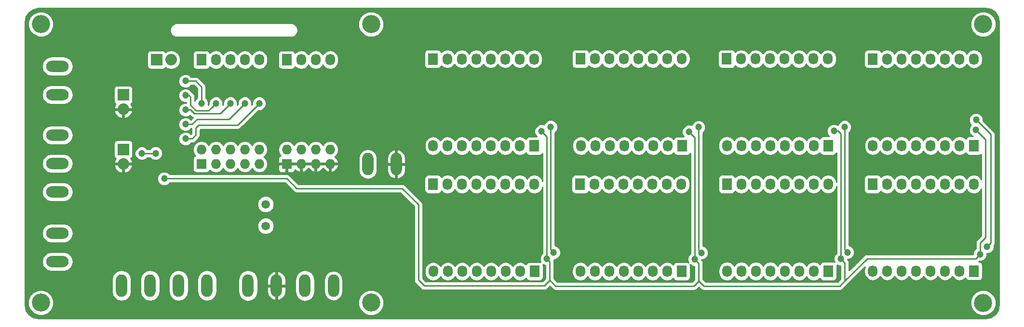
<source format=gbr>
G04 #@! TF.FileFunction,Copper,L2,Bot,Signal*
%FSLAX46Y46*%
G04 Gerber Fmt 4.6, Leading zero omitted, Abs format (unit mm)*
G04 Created by KiCad (PCBNEW 0.201505162027+5655~23~ubuntu14.04.1-product) date Mo 29 Jun 2015 18:08:19 CEST*
%MOMM*%
G01*
G04 APERTURE LIST*
%ADD10C,0.100000*%
%ADD11C,3.200000*%
%ADD12R,1.727200X2.032000*%
%ADD13O,1.727200X2.032000*%
%ADD14O,1.981200X3.962400*%
%ADD15R,2.032000X2.032000*%
%ADD16O,2.032000X2.032000*%
%ADD17O,3.962400X1.981200*%
%ADD18R,1.727200X1.727200*%
%ADD19O,1.727200X1.727200*%
%ADD20C,1.501140*%
%ADD21C,1.200000*%
%ADD22C,1.000000*%
%ADD23C,0.250000*%
%ADD24C,0.254000*%
G04 APERTURE END LIST*
D10*
D11*
X87071200Y-78282800D03*
X29083000Y-78282800D03*
X194576700Y-78295500D03*
X87071200Y-29260800D03*
X194576700Y-29248100D03*
D12*
X97917000Y-35369500D03*
D13*
X100457000Y-35369500D03*
X102997000Y-35369500D03*
X105537000Y-35369500D03*
X108077000Y-35369500D03*
X110617000Y-35369500D03*
X113157000Y-35369500D03*
X115697000Y-35369500D03*
D12*
X115735100Y-50673000D03*
D13*
X113195100Y-50673000D03*
X110655100Y-50673000D03*
X108115100Y-50673000D03*
X105575100Y-50673000D03*
X103035100Y-50673000D03*
X100495100Y-50673000D03*
X97955100Y-50673000D03*
D12*
X97955100Y-57416700D03*
D13*
X100495100Y-57416700D03*
X103035100Y-57416700D03*
X105575100Y-57416700D03*
X108115100Y-57416700D03*
X110655100Y-57416700D03*
X113195100Y-57416700D03*
X115735100Y-57416700D03*
D12*
X115773200Y-72771000D03*
D13*
X113233200Y-72771000D03*
X110693200Y-72771000D03*
X108153200Y-72771000D03*
X105613200Y-72771000D03*
X103073200Y-72771000D03*
X100533200Y-72771000D03*
X97993200Y-72771000D03*
D12*
X123837700Y-35344100D03*
D13*
X126377700Y-35344100D03*
X128917700Y-35344100D03*
X131457700Y-35344100D03*
X133997700Y-35344100D03*
X136537700Y-35344100D03*
X139077700Y-35344100D03*
X141617700Y-35344100D03*
D12*
X141693900Y-50673000D03*
D13*
X139153900Y-50673000D03*
X136613900Y-50673000D03*
X134073900Y-50673000D03*
X131533900Y-50673000D03*
X128993900Y-50673000D03*
X126453900Y-50673000D03*
X123913900Y-50673000D03*
D12*
X123786900Y-57429400D03*
D13*
X126326900Y-57429400D03*
X128866900Y-57429400D03*
X131406900Y-57429400D03*
X133946900Y-57429400D03*
X136486900Y-57429400D03*
X139026900Y-57429400D03*
X141566900Y-57429400D03*
D12*
X141617700Y-72771000D03*
D13*
X139077700Y-72771000D03*
X136537700Y-72771000D03*
X133997700Y-72771000D03*
X131457700Y-72771000D03*
X128917700Y-72771000D03*
X126377700Y-72771000D03*
X123837700Y-72771000D03*
D12*
X149517100Y-35356800D03*
D13*
X152057100Y-35356800D03*
X154597100Y-35356800D03*
X157137100Y-35356800D03*
X159677100Y-35356800D03*
X162217100Y-35356800D03*
X164757100Y-35356800D03*
X167297100Y-35356800D03*
D12*
X167335200Y-50647600D03*
D13*
X164795200Y-50647600D03*
X162255200Y-50647600D03*
X159715200Y-50647600D03*
X157175200Y-50647600D03*
X154635200Y-50647600D03*
X152095200Y-50647600D03*
X149555200Y-50647600D03*
D12*
X149542500Y-57416700D03*
D13*
X152082500Y-57416700D03*
X154622500Y-57416700D03*
X157162500Y-57416700D03*
X159702500Y-57416700D03*
X162242500Y-57416700D03*
X164782500Y-57416700D03*
X167322500Y-57416700D03*
D12*
X167360600Y-72745600D03*
D13*
X164820600Y-72745600D03*
X162280600Y-72745600D03*
X159740600Y-72745600D03*
X157200600Y-72745600D03*
X154660600Y-72745600D03*
X152120600Y-72745600D03*
X149580600Y-72745600D03*
D12*
X175171100Y-35382200D03*
D13*
X177711100Y-35382200D03*
X180251100Y-35382200D03*
X182791100Y-35382200D03*
X185331100Y-35382200D03*
X187871100Y-35382200D03*
X190411100Y-35382200D03*
X192951100Y-35382200D03*
D12*
X192963800Y-50647600D03*
D13*
X190423800Y-50647600D03*
X187883800Y-50647600D03*
X185343800Y-50647600D03*
X182803800Y-50647600D03*
X180263800Y-50647600D03*
X177723800Y-50647600D03*
X175183800Y-50647600D03*
D12*
X175145700Y-57416700D03*
D13*
X177685700Y-57416700D03*
X180225700Y-57416700D03*
X182765700Y-57416700D03*
X185305700Y-57416700D03*
X187845700Y-57416700D03*
X190385700Y-57416700D03*
X192925700Y-57416700D03*
D12*
X192938400Y-72720200D03*
D13*
X190398400Y-72720200D03*
X187858400Y-72720200D03*
X185318400Y-72720200D03*
X182778400Y-72720200D03*
X180238400Y-72720200D03*
X177698400Y-72720200D03*
X175158400Y-72720200D03*
D14*
X86499700Y-53898800D03*
X91499700Y-53898800D03*
D15*
X43561000Y-41706800D03*
D16*
X43561000Y-44246800D03*
D17*
X32004000Y-36656000D03*
X32004000Y-41656000D03*
D18*
X57277000Y-53860700D03*
D19*
X57277000Y-51320700D03*
X59817000Y-53860700D03*
X59817000Y-51320700D03*
X62357000Y-53860700D03*
X62357000Y-51320700D03*
X64897000Y-53860700D03*
X64897000Y-51320700D03*
X67437000Y-53860700D03*
X67437000Y-51320700D03*
D18*
X72263000Y-53860700D03*
D19*
X72263000Y-51320700D03*
X74803000Y-53860700D03*
X74803000Y-51320700D03*
X77343000Y-53860700D03*
X77343000Y-51320700D03*
X79883000Y-53860700D03*
X79883000Y-51320700D03*
D11*
X29083000Y-29235400D03*
D17*
X32004000Y-66040000D03*
X32004000Y-71040000D03*
D20*
X68554600Y-64770000D03*
X68554600Y-60960000D03*
D17*
X32004000Y-48768000D03*
X32004000Y-53768000D03*
X32004000Y-58768000D03*
D14*
X65455800Y-75285600D03*
X70455800Y-75285600D03*
X80455800Y-75285600D03*
X75455800Y-75285600D03*
D12*
X72263000Y-35521900D03*
D13*
X74803000Y-35521900D03*
X77343000Y-35521900D03*
X79883000Y-35521900D03*
D14*
X43256200Y-75260200D03*
X48256200Y-75260200D03*
X58256200Y-75260200D03*
X53256200Y-75260200D03*
D12*
X57277000Y-35521900D03*
D13*
X59817000Y-35521900D03*
X62357000Y-35521900D03*
X64897000Y-35521900D03*
X67437000Y-35521900D03*
D15*
X49403000Y-35521900D03*
D16*
X51943000Y-35521900D03*
D15*
X43561000Y-51308000D03*
D16*
X43561000Y-53848000D03*
D21*
X48895000Y-39712900D03*
X101917500Y-40576500D03*
X127901700Y-40576500D03*
X141566900Y-40576500D03*
X153555700Y-40576500D03*
X167220900Y-40576500D03*
X192849500Y-40576500D03*
X179184300Y-40576500D03*
X115430300Y-62674500D03*
X141490700Y-62674500D03*
X127825500Y-62674500D03*
X153581100Y-62674500D03*
D22*
X167246300Y-62674500D03*
D21*
X179184300Y-62649100D03*
X192849500Y-62649100D03*
X101968300Y-62674500D03*
X50749200Y-56438800D03*
X168351200Y-48056800D03*
X116992400Y-48107600D03*
X142900400Y-48183800D03*
X117932200Y-70535800D03*
X143891000Y-70637400D03*
X169545000Y-70561200D03*
X193294000Y-47879000D03*
X194005200Y-69748400D03*
X118618000Y-47345600D03*
X144576800Y-47371000D03*
X170230800Y-47345600D03*
X49225200Y-51968400D03*
X46786800Y-51990836D03*
X119126000Y-69443600D03*
X145084800Y-69494400D03*
X170738800Y-69418200D03*
X193319400Y-46101000D03*
X195240695Y-68391058D03*
X54483000Y-39255700D03*
X57277000Y-43192700D03*
X67437000Y-43192700D03*
X54483000Y-49415700D03*
X54483000Y-46875700D03*
X64897000Y-43192700D03*
X54483000Y-44335700D03*
X62357000Y-43192700D03*
X54483000Y-41795700D03*
X59817000Y-43192700D03*
D23*
X73963448Y-58140600D02*
X92523258Y-58140600D01*
X50749200Y-56438800D02*
X72261648Y-56438800D01*
X72261648Y-56438800D02*
X73963448Y-58140600D01*
X95377000Y-74295000D02*
X95377000Y-60994342D01*
X92523258Y-58140600D02*
X95377000Y-60994342D01*
X96393000Y-75311000D02*
X95377000Y-74295000D01*
X117475000Y-75311000D02*
X96393000Y-75311000D01*
X118432199Y-74353801D02*
X117475000Y-75311000D01*
X118432199Y-74306565D02*
X118432199Y-74353801D01*
X143789400Y-75311000D02*
X143764000Y-75336400D01*
X144627600Y-74472800D02*
X144638706Y-74472800D01*
X145502306Y-75336400D02*
X169392600Y-75336400D01*
X144790783Y-74624877D02*
X144827549Y-74661643D01*
X144827549Y-74661643D02*
X145502306Y-75336400D01*
X144627600Y-74472800D02*
X144475523Y-74624877D01*
X144475523Y-74624877D02*
X144790783Y-74624877D01*
X144638706Y-74472800D02*
X144827549Y-74661643D01*
X144475523Y-74624877D02*
X143764000Y-75336400D01*
X169058306Y-48056800D02*
X168351200Y-48056800D01*
X169545000Y-69688328D02*
X169545000Y-48543494D01*
X169545000Y-48543494D02*
X169058306Y-48056800D01*
X117932200Y-49047400D02*
X117932200Y-49066405D01*
X116992400Y-48107600D02*
X117932200Y-49047400D01*
X117932200Y-49066405D02*
X117932200Y-69688328D01*
X143891000Y-49174400D02*
X143891000Y-49369660D01*
X142900400Y-48183800D02*
X143891000Y-49174400D01*
X143891000Y-49369660D02*
X143891000Y-69713728D01*
X117932200Y-69688328D02*
X117932200Y-70535800D01*
X118432199Y-74306565D02*
X119462034Y-75336400D01*
X118432199Y-71035799D02*
X118432199Y-74306565D01*
X117932200Y-70535800D02*
X118432199Y-71035799D01*
X143764000Y-75336400D02*
X119462034Y-75336400D01*
X143891000Y-69713728D02*
X143891000Y-70637400D01*
X144627600Y-71374000D02*
X143891000Y-70637400D01*
X144627600Y-71535596D02*
X144627600Y-71374000D01*
X144627600Y-71535596D02*
X144627600Y-74472800D01*
X169545000Y-69688328D02*
X169545000Y-70561200D01*
X170281600Y-72034400D02*
X170281600Y-74447400D01*
X169545000Y-70561200D02*
X170281600Y-71297800D01*
X170281600Y-71297800D02*
X170281600Y-71661536D01*
X170281600Y-71661536D02*
X170281600Y-72034400D01*
X194995800Y-49580800D02*
X194995800Y-50378217D01*
X193294000Y-47879000D02*
X194995800Y-49580800D01*
X194995800Y-49936400D02*
X194995800Y-50378217D01*
X169392600Y-75336400D02*
X170281600Y-74447400D01*
X170281600Y-74447400D02*
X170281600Y-74428111D01*
X193240054Y-70513546D02*
X194005200Y-69748400D01*
X174196165Y-70513546D02*
X193240054Y-70513546D01*
X170281600Y-74428111D02*
X174196165Y-70513546D01*
X194005200Y-67779900D02*
X194005200Y-69748400D01*
X194995800Y-66789300D02*
X194005200Y-67779900D01*
X194995800Y-50378217D02*
X194995800Y-66789300D01*
X118618000Y-47345600D02*
X118618000Y-68944482D01*
X144576800Y-47371000D02*
X144576800Y-68969882D01*
X170230800Y-47345600D02*
X170230800Y-68944482D01*
X46809236Y-51968400D02*
X46786800Y-51990836D01*
X49225200Y-51968400D02*
X46809236Y-51968400D01*
X118626882Y-68944482D02*
X119126000Y-69443600D01*
X118618000Y-68944482D02*
X118626882Y-68944482D01*
X144576800Y-68986400D02*
X145084800Y-69494400D01*
X144576800Y-68969882D02*
X144576800Y-68986400D01*
X170265082Y-68944482D02*
X170738800Y-69418200D01*
X170230800Y-68944482D02*
X170265082Y-68944482D01*
X195859400Y-48641000D02*
X195859400Y-49447010D01*
X193319400Y-46101000D02*
X195859400Y-48641000D01*
X195859400Y-49447010D02*
X195859400Y-48755367D01*
X195859400Y-67772353D02*
X195240695Y-68391058D01*
X195859400Y-49447010D02*
X195859400Y-67772353D01*
X57277000Y-40284400D02*
X57277000Y-43192700D01*
X56248300Y-39255700D02*
X57277000Y-40284400D01*
X54610000Y-39255700D02*
X56248300Y-39255700D01*
X63627000Y-47002700D02*
X67437000Y-43192700D01*
X56781700Y-47002700D02*
X63627000Y-47002700D01*
X56261000Y-47523400D02*
X56781700Y-47002700D01*
X56261000Y-48793400D02*
X56261000Y-47523400D01*
X55638700Y-49415700D02*
X56261000Y-48793400D01*
X54610000Y-49415700D02*
X55638700Y-49415700D01*
X62103000Y-45986700D02*
X64897000Y-43192700D01*
X56527700Y-45986700D02*
X62103000Y-45986700D01*
X55638700Y-46875700D02*
X56527700Y-45986700D01*
X54610000Y-46875700D02*
X55638700Y-46875700D01*
X62357000Y-43192700D02*
X60579000Y-44970700D01*
X54610000Y-44335700D02*
X55359300Y-44335700D01*
X55994300Y-44970700D02*
X60579000Y-44970700D01*
X55359300Y-44335700D02*
X55994300Y-44970700D01*
X58508900Y-44500800D02*
X59143607Y-43866093D01*
X55372000Y-43510200D02*
X56362600Y-44500800D01*
X55372000Y-42062400D02*
X55372000Y-43510200D01*
X55105300Y-41795700D02*
X55372000Y-42062400D01*
X54610000Y-41795700D02*
X55105300Y-41795700D01*
X56362600Y-44500800D02*
X58508900Y-44500800D01*
X59143607Y-43866093D02*
X59817000Y-43192700D01*
X59055000Y-43954700D02*
X59143607Y-43866093D01*
D24*
G36*
X197343000Y-78637154D02*
X197154097Y-79630377D01*
X196812087Y-80151661D01*
X196812087Y-77852881D01*
X196812087Y-28805481D01*
X196472545Y-27983728D01*
X195844379Y-27354464D01*
X195023219Y-27013489D01*
X194134081Y-27012713D01*
X193312328Y-27352255D01*
X192683064Y-27980421D01*
X192342089Y-28801581D01*
X192341313Y-29690719D01*
X192680855Y-30512472D01*
X193309021Y-31141736D01*
X194130181Y-31482711D01*
X195019319Y-31483487D01*
X195841072Y-31143945D01*
X196470336Y-30515779D01*
X196811311Y-29694619D01*
X196812087Y-28805481D01*
X196812087Y-77852881D01*
X196619400Y-77386543D01*
X196619400Y-67772353D01*
X196619400Y-49447010D01*
X196619400Y-48755367D01*
X196619400Y-48641000D01*
X196571146Y-48398413D01*
X196561548Y-48350161D01*
X196561548Y-48350160D01*
X196396801Y-48103599D01*
X194554260Y-46261058D01*
X194554614Y-45856421D01*
X194449700Y-45602510D01*
X194449700Y-35566945D01*
X194449700Y-35197455D01*
X194335626Y-34623966D01*
X194010770Y-34137785D01*
X193524589Y-33812929D01*
X192951100Y-33698855D01*
X192377611Y-33812929D01*
X191891430Y-34137785D01*
X191681100Y-34452565D01*
X191470770Y-34137785D01*
X190984589Y-33812929D01*
X190411100Y-33698855D01*
X189837611Y-33812929D01*
X189351430Y-34137785D01*
X189141100Y-34452565D01*
X188930770Y-34137785D01*
X188444589Y-33812929D01*
X187871100Y-33698855D01*
X187297611Y-33812929D01*
X186811430Y-34137785D01*
X186601100Y-34452565D01*
X186390770Y-34137785D01*
X185904589Y-33812929D01*
X185331100Y-33698855D01*
X184757611Y-33812929D01*
X184271430Y-34137785D01*
X184061100Y-34452565D01*
X183850770Y-34137785D01*
X183364589Y-33812929D01*
X182791100Y-33698855D01*
X182217611Y-33812929D01*
X181731430Y-34137785D01*
X181521100Y-34452565D01*
X181310770Y-34137785D01*
X180824589Y-33812929D01*
X180251100Y-33698855D01*
X179677611Y-33812929D01*
X179191430Y-34137785D01*
X178981100Y-34452565D01*
X178770770Y-34137785D01*
X178284589Y-33812929D01*
X177711100Y-33698855D01*
X177137611Y-33812929D01*
X176651430Y-34137785D01*
X176640884Y-34153567D01*
X176635163Y-34124077D01*
X176495373Y-33911273D01*
X176284340Y-33768823D01*
X176034700Y-33718760D01*
X174307500Y-33718760D01*
X174065377Y-33765737D01*
X173852573Y-33905527D01*
X173710123Y-34116560D01*
X173660060Y-34366200D01*
X173660060Y-36398200D01*
X173707037Y-36640323D01*
X173846827Y-36853127D01*
X174057860Y-36995577D01*
X174307500Y-37045640D01*
X176034700Y-37045640D01*
X176276823Y-36998663D01*
X176489627Y-36858873D01*
X176632077Y-36647840D01*
X176639818Y-36609237D01*
X176651430Y-36626615D01*
X177137611Y-36951471D01*
X177711100Y-37065545D01*
X178284589Y-36951471D01*
X178770770Y-36626615D01*
X178981100Y-36311834D01*
X179191430Y-36626615D01*
X179677611Y-36951471D01*
X180251100Y-37065545D01*
X180824589Y-36951471D01*
X181310770Y-36626615D01*
X181521100Y-36311834D01*
X181731430Y-36626615D01*
X182217611Y-36951471D01*
X182791100Y-37065545D01*
X183364589Y-36951471D01*
X183850770Y-36626615D01*
X184061100Y-36311834D01*
X184271430Y-36626615D01*
X184757611Y-36951471D01*
X185331100Y-37065545D01*
X185904589Y-36951471D01*
X186390770Y-36626615D01*
X186601100Y-36311834D01*
X186811430Y-36626615D01*
X187297611Y-36951471D01*
X187871100Y-37065545D01*
X188444589Y-36951471D01*
X188930770Y-36626615D01*
X189141100Y-36311834D01*
X189351430Y-36626615D01*
X189837611Y-36951471D01*
X190411100Y-37065545D01*
X190984589Y-36951471D01*
X191470770Y-36626615D01*
X191681100Y-36311834D01*
X191891430Y-36626615D01*
X192377611Y-36951471D01*
X192951100Y-37065545D01*
X193524589Y-36951471D01*
X194010770Y-36626615D01*
X194335626Y-36140434D01*
X194449700Y-35566945D01*
X194449700Y-45602510D01*
X194366992Y-45402343D01*
X194019885Y-45054629D01*
X193566134Y-44866215D01*
X193074821Y-44865786D01*
X192620743Y-45053408D01*
X192273029Y-45400515D01*
X192084615Y-45854266D01*
X192084186Y-46345579D01*
X192271808Y-46799657D01*
X192449168Y-46977327D01*
X192247629Y-47178515D01*
X192059215Y-47632266D01*
X192058786Y-48123579D01*
X192246408Y-48577657D01*
X192593515Y-48925371D01*
X192735094Y-48984160D01*
X192100200Y-48984160D01*
X191858077Y-49031137D01*
X191645273Y-49170927D01*
X191502823Y-49381960D01*
X191495081Y-49420562D01*
X191483470Y-49403185D01*
X190997289Y-49078329D01*
X190423800Y-48964255D01*
X189850311Y-49078329D01*
X189364130Y-49403185D01*
X189153800Y-49717965D01*
X188943470Y-49403185D01*
X188457289Y-49078329D01*
X187883800Y-48964255D01*
X187310311Y-49078329D01*
X186824130Y-49403185D01*
X186613800Y-49717965D01*
X186403470Y-49403185D01*
X185917289Y-49078329D01*
X185343800Y-48964255D01*
X184770311Y-49078329D01*
X184284130Y-49403185D01*
X184073800Y-49717965D01*
X183863470Y-49403185D01*
X183377289Y-49078329D01*
X182803800Y-48964255D01*
X182230311Y-49078329D01*
X181744130Y-49403185D01*
X181533800Y-49717965D01*
X181323470Y-49403185D01*
X180837289Y-49078329D01*
X180263800Y-48964255D01*
X179690311Y-49078329D01*
X179204130Y-49403185D01*
X178993800Y-49717965D01*
X178783470Y-49403185D01*
X178297289Y-49078329D01*
X177723800Y-48964255D01*
X177150311Y-49078329D01*
X176664130Y-49403185D01*
X176453800Y-49717965D01*
X176243470Y-49403185D01*
X175757289Y-49078329D01*
X175183800Y-48964255D01*
X174610311Y-49078329D01*
X174124130Y-49403185D01*
X173799274Y-49889366D01*
X173685200Y-50462855D01*
X173685200Y-50832345D01*
X173799274Y-51405834D01*
X174124130Y-51892015D01*
X174610311Y-52216871D01*
X175183800Y-52330945D01*
X175757289Y-52216871D01*
X176243470Y-51892015D01*
X176453800Y-51577234D01*
X176664130Y-51892015D01*
X177150311Y-52216871D01*
X177723800Y-52330945D01*
X178297289Y-52216871D01*
X178783470Y-51892015D01*
X178993800Y-51577234D01*
X179204130Y-51892015D01*
X179690311Y-52216871D01*
X180263800Y-52330945D01*
X180837289Y-52216871D01*
X181323470Y-51892015D01*
X181533800Y-51577234D01*
X181744130Y-51892015D01*
X182230311Y-52216871D01*
X182803800Y-52330945D01*
X183377289Y-52216871D01*
X183863470Y-51892015D01*
X184073800Y-51577234D01*
X184284130Y-51892015D01*
X184770311Y-52216871D01*
X185343800Y-52330945D01*
X185917289Y-52216871D01*
X186403470Y-51892015D01*
X186613800Y-51577234D01*
X186824130Y-51892015D01*
X187310311Y-52216871D01*
X187883800Y-52330945D01*
X188457289Y-52216871D01*
X188943470Y-51892015D01*
X189153800Y-51577234D01*
X189364130Y-51892015D01*
X189850311Y-52216871D01*
X190423800Y-52330945D01*
X190997289Y-52216871D01*
X191483470Y-51892015D01*
X191494015Y-51876232D01*
X191499737Y-51905723D01*
X191639527Y-52118527D01*
X191850560Y-52260977D01*
X192100200Y-52311040D01*
X193827400Y-52311040D01*
X194069523Y-52264063D01*
X194235800Y-52154836D01*
X194235800Y-56547079D01*
X193985370Y-56172285D01*
X193499189Y-55847429D01*
X192925700Y-55733355D01*
X192352211Y-55847429D01*
X191866030Y-56172285D01*
X191655700Y-56487065D01*
X191445370Y-56172285D01*
X190959189Y-55847429D01*
X190385700Y-55733355D01*
X189812211Y-55847429D01*
X189326030Y-56172285D01*
X189115700Y-56487065D01*
X188905370Y-56172285D01*
X188419189Y-55847429D01*
X187845700Y-55733355D01*
X187272211Y-55847429D01*
X186786030Y-56172285D01*
X186575700Y-56487065D01*
X186365370Y-56172285D01*
X185879189Y-55847429D01*
X185305700Y-55733355D01*
X184732211Y-55847429D01*
X184246030Y-56172285D01*
X184035700Y-56487065D01*
X183825370Y-56172285D01*
X183339189Y-55847429D01*
X182765700Y-55733355D01*
X182192211Y-55847429D01*
X181706030Y-56172285D01*
X181495700Y-56487065D01*
X181285370Y-56172285D01*
X180799189Y-55847429D01*
X180225700Y-55733355D01*
X179652211Y-55847429D01*
X179166030Y-56172285D01*
X178955700Y-56487065D01*
X178745370Y-56172285D01*
X178259189Y-55847429D01*
X177685700Y-55733355D01*
X177112211Y-55847429D01*
X176626030Y-56172285D01*
X176615484Y-56188067D01*
X176609763Y-56158577D01*
X176469973Y-55945773D01*
X176258940Y-55803323D01*
X176009300Y-55753260D01*
X174282100Y-55753260D01*
X174039977Y-55800237D01*
X173827173Y-55940027D01*
X173684723Y-56151060D01*
X173634660Y-56400700D01*
X173634660Y-58432700D01*
X173681637Y-58674823D01*
X173821427Y-58887627D01*
X174032460Y-59030077D01*
X174282100Y-59080140D01*
X176009300Y-59080140D01*
X176251423Y-59033163D01*
X176464227Y-58893373D01*
X176606677Y-58682340D01*
X176614418Y-58643737D01*
X176626030Y-58661115D01*
X177112211Y-58985971D01*
X177685700Y-59100045D01*
X178259189Y-58985971D01*
X178745370Y-58661115D01*
X178955700Y-58346334D01*
X179166030Y-58661115D01*
X179652211Y-58985971D01*
X180225700Y-59100045D01*
X180799189Y-58985971D01*
X181285370Y-58661115D01*
X181495700Y-58346334D01*
X181706030Y-58661115D01*
X182192211Y-58985971D01*
X182765700Y-59100045D01*
X183339189Y-58985971D01*
X183825370Y-58661115D01*
X184035700Y-58346334D01*
X184246030Y-58661115D01*
X184732211Y-58985971D01*
X185305700Y-59100045D01*
X185879189Y-58985971D01*
X186365370Y-58661115D01*
X186575700Y-58346334D01*
X186786030Y-58661115D01*
X187272211Y-58985971D01*
X187845700Y-59100045D01*
X188419189Y-58985971D01*
X188905370Y-58661115D01*
X189115700Y-58346334D01*
X189326030Y-58661115D01*
X189812211Y-58985971D01*
X190385700Y-59100045D01*
X190959189Y-58985971D01*
X191445370Y-58661115D01*
X191655700Y-58346334D01*
X191866030Y-58661115D01*
X192352211Y-58985971D01*
X192925700Y-59100045D01*
X193499189Y-58985971D01*
X193985370Y-58661115D01*
X194235800Y-58286320D01*
X194235800Y-66474498D01*
X193467799Y-67242499D01*
X193303052Y-67489061D01*
X193245200Y-67779900D01*
X193245200Y-68762043D01*
X192958829Y-69047915D01*
X192770415Y-69501666D01*
X192770195Y-69753546D01*
X174196165Y-69753546D01*
X173905326Y-69811398D01*
X173658764Y-69976145D01*
X171041600Y-72593309D01*
X171041600Y-72034400D01*
X171041600Y-71661536D01*
X171041600Y-71297800D01*
X170983748Y-71006961D01*
X170819001Y-70760399D01*
X170779860Y-70721258D01*
X170779920Y-70653236D01*
X170983379Y-70653414D01*
X171437457Y-70465792D01*
X171785171Y-70118685D01*
X171973585Y-69664934D01*
X171974014Y-69173621D01*
X171786392Y-68719543D01*
X171439285Y-68371829D01*
X170990800Y-68185601D01*
X170990800Y-48331956D01*
X171277171Y-48046085D01*
X171465585Y-47592334D01*
X171466014Y-47101021D01*
X171278392Y-46646943D01*
X170931285Y-46299229D01*
X170477534Y-46110815D01*
X169986221Y-46110386D01*
X169532143Y-46298008D01*
X169184429Y-46645115D01*
X169035523Y-47003718D01*
X168795700Y-46904134D01*
X168795700Y-35541545D01*
X168795700Y-35172055D01*
X168681626Y-34598566D01*
X168356770Y-34112385D01*
X167870589Y-33787529D01*
X167297100Y-33673455D01*
X166723611Y-33787529D01*
X166237430Y-34112385D01*
X166027100Y-34427165D01*
X165816770Y-34112385D01*
X165330589Y-33787529D01*
X164757100Y-33673455D01*
X164183611Y-33787529D01*
X163697430Y-34112385D01*
X163487100Y-34427165D01*
X163276770Y-34112385D01*
X162790589Y-33787529D01*
X162217100Y-33673455D01*
X161643611Y-33787529D01*
X161157430Y-34112385D01*
X160947100Y-34427165D01*
X160736770Y-34112385D01*
X160250589Y-33787529D01*
X159677100Y-33673455D01*
X159103611Y-33787529D01*
X158617430Y-34112385D01*
X158407100Y-34427165D01*
X158196770Y-34112385D01*
X157710589Y-33787529D01*
X157137100Y-33673455D01*
X156563611Y-33787529D01*
X156077430Y-34112385D01*
X155867100Y-34427165D01*
X155656770Y-34112385D01*
X155170589Y-33787529D01*
X154597100Y-33673455D01*
X154023611Y-33787529D01*
X153537430Y-34112385D01*
X153327100Y-34427165D01*
X153116770Y-34112385D01*
X152630589Y-33787529D01*
X152057100Y-33673455D01*
X151483611Y-33787529D01*
X150997430Y-34112385D01*
X150986884Y-34128167D01*
X150981163Y-34098677D01*
X150841373Y-33885873D01*
X150630340Y-33743423D01*
X150380700Y-33693360D01*
X148653500Y-33693360D01*
X148411377Y-33740337D01*
X148198573Y-33880127D01*
X148056123Y-34091160D01*
X148006060Y-34340800D01*
X148006060Y-36372800D01*
X148053037Y-36614923D01*
X148192827Y-36827727D01*
X148403860Y-36970177D01*
X148653500Y-37020240D01*
X150380700Y-37020240D01*
X150622823Y-36973263D01*
X150835627Y-36833473D01*
X150978077Y-36622440D01*
X150985818Y-36583837D01*
X150997430Y-36601215D01*
X151483611Y-36926071D01*
X152057100Y-37040145D01*
X152630589Y-36926071D01*
X153116770Y-36601215D01*
X153327100Y-36286434D01*
X153537430Y-36601215D01*
X154023611Y-36926071D01*
X154597100Y-37040145D01*
X155170589Y-36926071D01*
X155656770Y-36601215D01*
X155867100Y-36286434D01*
X156077430Y-36601215D01*
X156563611Y-36926071D01*
X157137100Y-37040145D01*
X157710589Y-36926071D01*
X158196770Y-36601215D01*
X158407100Y-36286434D01*
X158617430Y-36601215D01*
X159103611Y-36926071D01*
X159677100Y-37040145D01*
X160250589Y-36926071D01*
X160736770Y-36601215D01*
X160947100Y-36286434D01*
X161157430Y-36601215D01*
X161643611Y-36926071D01*
X162217100Y-37040145D01*
X162790589Y-36926071D01*
X163276770Y-36601215D01*
X163487100Y-36286434D01*
X163697430Y-36601215D01*
X164183611Y-36926071D01*
X164757100Y-37040145D01*
X165330589Y-36926071D01*
X165816770Y-36601215D01*
X166027100Y-36286434D01*
X166237430Y-36601215D01*
X166723611Y-36926071D01*
X167297100Y-37040145D01*
X167870589Y-36926071D01*
X168356770Y-36601215D01*
X168681626Y-36115034D01*
X168795700Y-35541545D01*
X168795700Y-46904134D01*
X168597934Y-46822015D01*
X168106621Y-46821586D01*
X167652543Y-47009208D01*
X167304829Y-47356315D01*
X167116415Y-47810066D01*
X167115986Y-48301379D01*
X167303608Y-48755457D01*
X167531911Y-48984160D01*
X166471600Y-48984160D01*
X166229477Y-49031137D01*
X166016673Y-49170927D01*
X165874223Y-49381960D01*
X165866481Y-49420562D01*
X165854870Y-49403185D01*
X165368689Y-49078329D01*
X164795200Y-48964255D01*
X164221711Y-49078329D01*
X163735530Y-49403185D01*
X163525200Y-49717965D01*
X163314870Y-49403185D01*
X162828689Y-49078329D01*
X162255200Y-48964255D01*
X161681711Y-49078329D01*
X161195530Y-49403185D01*
X160985200Y-49717965D01*
X160774870Y-49403185D01*
X160288689Y-49078329D01*
X159715200Y-48964255D01*
X159141711Y-49078329D01*
X158655530Y-49403185D01*
X158445200Y-49717965D01*
X158234870Y-49403185D01*
X157748689Y-49078329D01*
X157175200Y-48964255D01*
X156601711Y-49078329D01*
X156115530Y-49403185D01*
X155905200Y-49717965D01*
X155694870Y-49403185D01*
X155208689Y-49078329D01*
X154635200Y-48964255D01*
X154061711Y-49078329D01*
X153575530Y-49403185D01*
X153365200Y-49717965D01*
X153154870Y-49403185D01*
X152668689Y-49078329D01*
X152095200Y-48964255D01*
X151521711Y-49078329D01*
X151035530Y-49403185D01*
X150825200Y-49717965D01*
X150614870Y-49403185D01*
X150128689Y-49078329D01*
X149555200Y-48964255D01*
X148981711Y-49078329D01*
X148495530Y-49403185D01*
X148170674Y-49889366D01*
X148056600Y-50462855D01*
X148056600Y-50832345D01*
X148170674Y-51405834D01*
X148495530Y-51892015D01*
X148981711Y-52216871D01*
X149555200Y-52330945D01*
X150128689Y-52216871D01*
X150614870Y-51892015D01*
X150825200Y-51577234D01*
X151035530Y-51892015D01*
X151521711Y-52216871D01*
X152095200Y-52330945D01*
X152668689Y-52216871D01*
X153154870Y-51892015D01*
X153365200Y-51577234D01*
X153575530Y-51892015D01*
X154061711Y-52216871D01*
X154635200Y-52330945D01*
X155208689Y-52216871D01*
X155694870Y-51892015D01*
X155905200Y-51577234D01*
X156115530Y-51892015D01*
X156601711Y-52216871D01*
X157175200Y-52330945D01*
X157748689Y-52216871D01*
X158234870Y-51892015D01*
X158445200Y-51577234D01*
X158655530Y-51892015D01*
X159141711Y-52216871D01*
X159715200Y-52330945D01*
X160288689Y-52216871D01*
X160774870Y-51892015D01*
X160985200Y-51577234D01*
X161195530Y-51892015D01*
X161681711Y-52216871D01*
X162255200Y-52330945D01*
X162828689Y-52216871D01*
X163314870Y-51892015D01*
X163525200Y-51577234D01*
X163735530Y-51892015D01*
X164221711Y-52216871D01*
X164795200Y-52330945D01*
X165368689Y-52216871D01*
X165854870Y-51892015D01*
X165865415Y-51876232D01*
X165871137Y-51905723D01*
X166010927Y-52118527D01*
X166221960Y-52260977D01*
X166471600Y-52311040D01*
X168198800Y-52311040D01*
X168440923Y-52264063D01*
X168653727Y-52124273D01*
X168785000Y-51929798D01*
X168785000Y-57050467D01*
X168707026Y-56658466D01*
X168382170Y-56172285D01*
X167895989Y-55847429D01*
X167322500Y-55733355D01*
X166749011Y-55847429D01*
X166262830Y-56172285D01*
X166052500Y-56487065D01*
X165842170Y-56172285D01*
X165355989Y-55847429D01*
X164782500Y-55733355D01*
X164209011Y-55847429D01*
X163722830Y-56172285D01*
X163512500Y-56487065D01*
X163302170Y-56172285D01*
X162815989Y-55847429D01*
X162242500Y-55733355D01*
X161669011Y-55847429D01*
X161182830Y-56172285D01*
X160972500Y-56487065D01*
X160762170Y-56172285D01*
X160275989Y-55847429D01*
X159702500Y-55733355D01*
X159129011Y-55847429D01*
X158642830Y-56172285D01*
X158432500Y-56487065D01*
X158222170Y-56172285D01*
X157735989Y-55847429D01*
X157162500Y-55733355D01*
X156589011Y-55847429D01*
X156102830Y-56172285D01*
X155892500Y-56487065D01*
X155682170Y-56172285D01*
X155195989Y-55847429D01*
X154622500Y-55733355D01*
X154049011Y-55847429D01*
X153562830Y-56172285D01*
X153352500Y-56487065D01*
X153142170Y-56172285D01*
X152655989Y-55847429D01*
X152082500Y-55733355D01*
X151509011Y-55847429D01*
X151022830Y-56172285D01*
X151012284Y-56188067D01*
X151006563Y-56158577D01*
X150866773Y-55945773D01*
X150655740Y-55803323D01*
X150406100Y-55753260D01*
X148678900Y-55753260D01*
X148436777Y-55800237D01*
X148223973Y-55940027D01*
X148081523Y-56151060D01*
X148031460Y-56400700D01*
X148031460Y-58432700D01*
X148078437Y-58674823D01*
X148218227Y-58887627D01*
X148429260Y-59030077D01*
X148678900Y-59080140D01*
X150406100Y-59080140D01*
X150648223Y-59033163D01*
X150861027Y-58893373D01*
X151003477Y-58682340D01*
X151011218Y-58643737D01*
X151022830Y-58661115D01*
X151509011Y-58985971D01*
X152082500Y-59100045D01*
X152655989Y-58985971D01*
X153142170Y-58661115D01*
X153352500Y-58346334D01*
X153562830Y-58661115D01*
X154049011Y-58985971D01*
X154622500Y-59100045D01*
X155195989Y-58985971D01*
X155682170Y-58661115D01*
X155892500Y-58346334D01*
X156102830Y-58661115D01*
X156589011Y-58985971D01*
X157162500Y-59100045D01*
X157735989Y-58985971D01*
X158222170Y-58661115D01*
X158432500Y-58346334D01*
X158642830Y-58661115D01*
X159129011Y-58985971D01*
X159702500Y-59100045D01*
X160275989Y-58985971D01*
X160762170Y-58661115D01*
X160972500Y-58346334D01*
X161182830Y-58661115D01*
X161669011Y-58985971D01*
X162242500Y-59100045D01*
X162815989Y-58985971D01*
X163302170Y-58661115D01*
X163512500Y-58346334D01*
X163722830Y-58661115D01*
X164209011Y-58985971D01*
X164782500Y-59100045D01*
X165355989Y-58985971D01*
X165842170Y-58661115D01*
X166052500Y-58346334D01*
X166262830Y-58661115D01*
X166749011Y-58985971D01*
X167322500Y-59100045D01*
X167895989Y-58985971D01*
X168382170Y-58661115D01*
X168707026Y-58174934D01*
X168785000Y-57782932D01*
X168785000Y-69574843D01*
X168498629Y-69860715D01*
X168310215Y-70314466D01*
X168309786Y-70805779D01*
X168442035Y-71125844D01*
X168224200Y-71082160D01*
X166497000Y-71082160D01*
X166254877Y-71129137D01*
X166042073Y-71268927D01*
X165899623Y-71479960D01*
X165891881Y-71518562D01*
X165880270Y-71501185D01*
X165394089Y-71176329D01*
X164820600Y-71062255D01*
X164247111Y-71176329D01*
X163760930Y-71501185D01*
X163550600Y-71815965D01*
X163340270Y-71501185D01*
X162854089Y-71176329D01*
X162280600Y-71062255D01*
X161707111Y-71176329D01*
X161220930Y-71501185D01*
X161010600Y-71815965D01*
X160800270Y-71501185D01*
X160314089Y-71176329D01*
X159740600Y-71062255D01*
X159167111Y-71176329D01*
X158680930Y-71501185D01*
X158470600Y-71815965D01*
X158260270Y-71501185D01*
X157774089Y-71176329D01*
X157200600Y-71062255D01*
X156627111Y-71176329D01*
X156140930Y-71501185D01*
X155930600Y-71815965D01*
X155720270Y-71501185D01*
X155234089Y-71176329D01*
X154660600Y-71062255D01*
X154087111Y-71176329D01*
X153600930Y-71501185D01*
X153390600Y-71815965D01*
X153180270Y-71501185D01*
X152694089Y-71176329D01*
X152120600Y-71062255D01*
X151547111Y-71176329D01*
X151060930Y-71501185D01*
X150850600Y-71815965D01*
X150640270Y-71501185D01*
X150154089Y-71176329D01*
X149580600Y-71062255D01*
X149007111Y-71176329D01*
X148520930Y-71501185D01*
X148196074Y-71987366D01*
X148082000Y-72560855D01*
X148082000Y-72930345D01*
X148196074Y-73503834D01*
X148520930Y-73990015D01*
X149007111Y-74314871D01*
X149580600Y-74428945D01*
X150154089Y-74314871D01*
X150640270Y-73990015D01*
X150850600Y-73675234D01*
X151060930Y-73990015D01*
X151547111Y-74314871D01*
X152120600Y-74428945D01*
X152694089Y-74314871D01*
X153180270Y-73990015D01*
X153390600Y-73675234D01*
X153600930Y-73990015D01*
X154087111Y-74314871D01*
X154660600Y-74428945D01*
X155234089Y-74314871D01*
X155720270Y-73990015D01*
X155930600Y-73675234D01*
X156140930Y-73990015D01*
X156627111Y-74314871D01*
X157200600Y-74428945D01*
X157774089Y-74314871D01*
X158260270Y-73990015D01*
X158470600Y-73675234D01*
X158680930Y-73990015D01*
X159167111Y-74314871D01*
X159740600Y-74428945D01*
X160314089Y-74314871D01*
X160800270Y-73990015D01*
X161010600Y-73675234D01*
X161220930Y-73990015D01*
X161707111Y-74314871D01*
X162280600Y-74428945D01*
X162854089Y-74314871D01*
X163340270Y-73990015D01*
X163550600Y-73675234D01*
X163760930Y-73990015D01*
X164247111Y-74314871D01*
X164820600Y-74428945D01*
X165394089Y-74314871D01*
X165880270Y-73990015D01*
X165890815Y-73974232D01*
X165896537Y-74003723D01*
X166036327Y-74216527D01*
X166247360Y-74358977D01*
X166497000Y-74409040D01*
X168224200Y-74409040D01*
X168466323Y-74362063D01*
X168679127Y-74222273D01*
X168821577Y-74011240D01*
X168871640Y-73761600D01*
X168871640Y-71729600D01*
X168848265Y-71609128D01*
X169298266Y-71795985D01*
X169521600Y-71796180D01*
X169521600Y-72034400D01*
X169521600Y-74132598D01*
X169077798Y-74576400D01*
X145817108Y-74576400D01*
X145387600Y-74146891D01*
X145387600Y-71535596D01*
X145387600Y-71374000D01*
X145329748Y-71083161D01*
X145165001Y-70836599D01*
X145125860Y-70797458D01*
X145125920Y-70729436D01*
X145329379Y-70729614D01*
X145783457Y-70541992D01*
X146131171Y-70194885D01*
X146319585Y-69741134D01*
X146320014Y-69249821D01*
X146132392Y-68795743D01*
X145785285Y-68448029D01*
X145336800Y-68261801D01*
X145336800Y-48357356D01*
X145623171Y-48071485D01*
X145811585Y-47617734D01*
X145812014Y-47126421D01*
X145624392Y-46672343D01*
X145277285Y-46324629D01*
X144823534Y-46136215D01*
X144332221Y-46135786D01*
X143878143Y-46323408D01*
X143530429Y-46670515D01*
X143375423Y-47043809D01*
X143147134Y-46949015D01*
X143116300Y-46948988D01*
X143116300Y-35528845D01*
X143116300Y-35159355D01*
X143002226Y-34585866D01*
X142677370Y-34099685D01*
X142191189Y-33774829D01*
X141617700Y-33660755D01*
X141044211Y-33774829D01*
X140558030Y-34099685D01*
X140347700Y-34414465D01*
X140137370Y-34099685D01*
X139651189Y-33774829D01*
X139077700Y-33660755D01*
X138504211Y-33774829D01*
X138018030Y-34099685D01*
X137807700Y-34414465D01*
X137597370Y-34099685D01*
X137111189Y-33774829D01*
X136537700Y-33660755D01*
X135964211Y-33774829D01*
X135478030Y-34099685D01*
X135267700Y-34414465D01*
X135057370Y-34099685D01*
X134571189Y-33774829D01*
X133997700Y-33660755D01*
X133424211Y-33774829D01*
X132938030Y-34099685D01*
X132727700Y-34414465D01*
X132517370Y-34099685D01*
X132031189Y-33774829D01*
X131457700Y-33660755D01*
X130884211Y-33774829D01*
X130398030Y-34099685D01*
X130187700Y-34414465D01*
X129977370Y-34099685D01*
X129491189Y-33774829D01*
X128917700Y-33660755D01*
X128344211Y-33774829D01*
X127858030Y-34099685D01*
X127647700Y-34414465D01*
X127437370Y-34099685D01*
X126951189Y-33774829D01*
X126377700Y-33660755D01*
X125804211Y-33774829D01*
X125318030Y-34099685D01*
X125307484Y-34115467D01*
X125301763Y-34085977D01*
X125161973Y-33873173D01*
X124950940Y-33730723D01*
X124701300Y-33680660D01*
X122974100Y-33680660D01*
X122731977Y-33727637D01*
X122519173Y-33867427D01*
X122376723Y-34078460D01*
X122326660Y-34328100D01*
X122326660Y-36360100D01*
X122373637Y-36602223D01*
X122513427Y-36815027D01*
X122724460Y-36957477D01*
X122974100Y-37007540D01*
X124701300Y-37007540D01*
X124943423Y-36960563D01*
X125156227Y-36820773D01*
X125298677Y-36609740D01*
X125306418Y-36571137D01*
X125318030Y-36588515D01*
X125804211Y-36913371D01*
X126377700Y-37027445D01*
X126951189Y-36913371D01*
X127437370Y-36588515D01*
X127647700Y-36273734D01*
X127858030Y-36588515D01*
X128344211Y-36913371D01*
X128917700Y-37027445D01*
X129491189Y-36913371D01*
X129977370Y-36588515D01*
X130187700Y-36273734D01*
X130398030Y-36588515D01*
X130884211Y-36913371D01*
X131457700Y-37027445D01*
X132031189Y-36913371D01*
X132517370Y-36588515D01*
X132727700Y-36273734D01*
X132938030Y-36588515D01*
X133424211Y-36913371D01*
X133997700Y-37027445D01*
X134571189Y-36913371D01*
X135057370Y-36588515D01*
X135267700Y-36273734D01*
X135478030Y-36588515D01*
X135964211Y-36913371D01*
X136537700Y-37027445D01*
X137111189Y-36913371D01*
X137597370Y-36588515D01*
X137807700Y-36273734D01*
X138018030Y-36588515D01*
X138504211Y-36913371D01*
X139077700Y-37027445D01*
X139651189Y-36913371D01*
X140137370Y-36588515D01*
X140347700Y-36273734D01*
X140558030Y-36588515D01*
X141044211Y-36913371D01*
X141617700Y-37027445D01*
X142191189Y-36913371D01*
X142677370Y-36588515D01*
X143002226Y-36102334D01*
X143116300Y-35528845D01*
X143116300Y-46948988D01*
X142655821Y-46948586D01*
X142201743Y-47136208D01*
X141854029Y-47483315D01*
X141665615Y-47937066D01*
X141665186Y-48428379D01*
X141852808Y-48882457D01*
X141979689Y-49009560D01*
X140830300Y-49009560D01*
X140588177Y-49056537D01*
X140375373Y-49196327D01*
X140232923Y-49407360D01*
X140225181Y-49445962D01*
X140213570Y-49428585D01*
X139727389Y-49103729D01*
X139153900Y-48989655D01*
X138580411Y-49103729D01*
X138094230Y-49428585D01*
X137883900Y-49743365D01*
X137673570Y-49428585D01*
X137187389Y-49103729D01*
X136613900Y-48989655D01*
X136040411Y-49103729D01*
X135554230Y-49428585D01*
X135343900Y-49743365D01*
X135133570Y-49428585D01*
X134647389Y-49103729D01*
X134073900Y-48989655D01*
X133500411Y-49103729D01*
X133014230Y-49428585D01*
X132803900Y-49743365D01*
X132593570Y-49428585D01*
X132107389Y-49103729D01*
X131533900Y-48989655D01*
X130960411Y-49103729D01*
X130474230Y-49428585D01*
X130263900Y-49743365D01*
X130053570Y-49428585D01*
X129567389Y-49103729D01*
X128993900Y-48989655D01*
X128420411Y-49103729D01*
X127934230Y-49428585D01*
X127723900Y-49743365D01*
X127513570Y-49428585D01*
X127027389Y-49103729D01*
X126453900Y-48989655D01*
X125880411Y-49103729D01*
X125394230Y-49428585D01*
X125183900Y-49743365D01*
X124973570Y-49428585D01*
X124487389Y-49103729D01*
X123913900Y-48989655D01*
X123340411Y-49103729D01*
X122854230Y-49428585D01*
X122529374Y-49914766D01*
X122415300Y-50488255D01*
X122415300Y-50857745D01*
X122529374Y-51431234D01*
X122854230Y-51917415D01*
X123340411Y-52242271D01*
X123913900Y-52356345D01*
X124487389Y-52242271D01*
X124973570Y-51917415D01*
X125183900Y-51602634D01*
X125394230Y-51917415D01*
X125880411Y-52242271D01*
X126453900Y-52356345D01*
X127027389Y-52242271D01*
X127513570Y-51917415D01*
X127723900Y-51602634D01*
X127934230Y-51917415D01*
X128420411Y-52242271D01*
X128993900Y-52356345D01*
X129567389Y-52242271D01*
X130053570Y-51917415D01*
X130263900Y-51602634D01*
X130474230Y-51917415D01*
X130960411Y-52242271D01*
X131533900Y-52356345D01*
X132107389Y-52242271D01*
X132593570Y-51917415D01*
X132803900Y-51602634D01*
X133014230Y-51917415D01*
X133500411Y-52242271D01*
X134073900Y-52356345D01*
X134647389Y-52242271D01*
X135133570Y-51917415D01*
X135343900Y-51602634D01*
X135554230Y-51917415D01*
X136040411Y-52242271D01*
X136613900Y-52356345D01*
X137187389Y-52242271D01*
X137673570Y-51917415D01*
X137883900Y-51602634D01*
X138094230Y-51917415D01*
X138580411Y-52242271D01*
X139153900Y-52356345D01*
X139727389Y-52242271D01*
X140213570Y-51917415D01*
X140224115Y-51901632D01*
X140229837Y-51931123D01*
X140369627Y-52143927D01*
X140580660Y-52286377D01*
X140830300Y-52336440D01*
X142557500Y-52336440D01*
X142799623Y-52289463D01*
X143012427Y-52149673D01*
X143131000Y-51974012D01*
X143131000Y-69651043D01*
X143065500Y-69716428D01*
X143065500Y-57614145D01*
X143065500Y-57244655D01*
X142951426Y-56671166D01*
X142626570Y-56184985D01*
X142140389Y-55860129D01*
X141566900Y-55746055D01*
X140993411Y-55860129D01*
X140507230Y-56184985D01*
X140296900Y-56499765D01*
X140086570Y-56184985D01*
X139600389Y-55860129D01*
X139026900Y-55746055D01*
X138453411Y-55860129D01*
X137967230Y-56184985D01*
X137756900Y-56499765D01*
X137546570Y-56184985D01*
X137060389Y-55860129D01*
X136486900Y-55746055D01*
X135913411Y-55860129D01*
X135427230Y-56184985D01*
X135216900Y-56499765D01*
X135006570Y-56184985D01*
X134520389Y-55860129D01*
X133946900Y-55746055D01*
X133373411Y-55860129D01*
X132887230Y-56184985D01*
X132676900Y-56499765D01*
X132466570Y-56184985D01*
X131980389Y-55860129D01*
X131406900Y-55746055D01*
X130833411Y-55860129D01*
X130347230Y-56184985D01*
X130136900Y-56499765D01*
X129926570Y-56184985D01*
X129440389Y-55860129D01*
X128866900Y-55746055D01*
X128293411Y-55860129D01*
X127807230Y-56184985D01*
X127596900Y-56499765D01*
X127386570Y-56184985D01*
X126900389Y-55860129D01*
X126326900Y-55746055D01*
X125753411Y-55860129D01*
X125267230Y-56184985D01*
X125256684Y-56200767D01*
X125250963Y-56171277D01*
X125111173Y-55958473D01*
X124900140Y-55816023D01*
X124650500Y-55765960D01*
X122923300Y-55765960D01*
X122681177Y-55812937D01*
X122468373Y-55952727D01*
X122325923Y-56163760D01*
X122275860Y-56413400D01*
X122275860Y-58445400D01*
X122322837Y-58687523D01*
X122462627Y-58900327D01*
X122673660Y-59042777D01*
X122923300Y-59092840D01*
X124650500Y-59092840D01*
X124892623Y-59045863D01*
X125105427Y-58906073D01*
X125247877Y-58695040D01*
X125255618Y-58656437D01*
X125267230Y-58673815D01*
X125753411Y-58998671D01*
X126326900Y-59112745D01*
X126900389Y-58998671D01*
X127386570Y-58673815D01*
X127596900Y-58359034D01*
X127807230Y-58673815D01*
X128293411Y-58998671D01*
X128866900Y-59112745D01*
X129440389Y-58998671D01*
X129926570Y-58673815D01*
X130136900Y-58359034D01*
X130347230Y-58673815D01*
X130833411Y-58998671D01*
X131406900Y-59112745D01*
X131980389Y-58998671D01*
X132466570Y-58673815D01*
X132676900Y-58359034D01*
X132887230Y-58673815D01*
X133373411Y-58998671D01*
X133946900Y-59112745D01*
X134520389Y-58998671D01*
X135006570Y-58673815D01*
X135216900Y-58359034D01*
X135427230Y-58673815D01*
X135913411Y-58998671D01*
X136486900Y-59112745D01*
X137060389Y-58998671D01*
X137546570Y-58673815D01*
X137756900Y-58359034D01*
X137967230Y-58673815D01*
X138453411Y-58998671D01*
X139026900Y-59112745D01*
X139600389Y-58998671D01*
X140086570Y-58673815D01*
X140296900Y-58359034D01*
X140507230Y-58673815D01*
X140993411Y-58998671D01*
X141566900Y-59112745D01*
X142140389Y-58998671D01*
X142626570Y-58673815D01*
X142951426Y-58187634D01*
X143065500Y-57614145D01*
X143065500Y-69716428D01*
X142844629Y-69936915D01*
X142656215Y-70390666D01*
X142655786Y-70881979D01*
X142784664Y-71193887D01*
X142730940Y-71157623D01*
X142481300Y-71107560D01*
X140754100Y-71107560D01*
X140511977Y-71154537D01*
X140299173Y-71294327D01*
X140156723Y-71505360D01*
X140148981Y-71543962D01*
X140137370Y-71526585D01*
X139651189Y-71201729D01*
X139077700Y-71087655D01*
X138504211Y-71201729D01*
X138018030Y-71526585D01*
X137807700Y-71841365D01*
X137597370Y-71526585D01*
X137111189Y-71201729D01*
X136537700Y-71087655D01*
X135964211Y-71201729D01*
X135478030Y-71526585D01*
X135267700Y-71841365D01*
X135057370Y-71526585D01*
X134571189Y-71201729D01*
X133997700Y-71087655D01*
X133424211Y-71201729D01*
X132938030Y-71526585D01*
X132727700Y-71841365D01*
X132517370Y-71526585D01*
X132031189Y-71201729D01*
X131457700Y-71087655D01*
X130884211Y-71201729D01*
X130398030Y-71526585D01*
X130187700Y-71841365D01*
X129977370Y-71526585D01*
X129491189Y-71201729D01*
X128917700Y-71087655D01*
X128344211Y-71201729D01*
X127858030Y-71526585D01*
X127647700Y-71841365D01*
X127437370Y-71526585D01*
X126951189Y-71201729D01*
X126377700Y-71087655D01*
X125804211Y-71201729D01*
X125318030Y-71526585D01*
X125107700Y-71841365D01*
X124897370Y-71526585D01*
X124411189Y-71201729D01*
X123837700Y-71087655D01*
X123264211Y-71201729D01*
X122778030Y-71526585D01*
X122453174Y-72012766D01*
X122339100Y-72586255D01*
X122339100Y-72955745D01*
X122453174Y-73529234D01*
X122778030Y-74015415D01*
X123264211Y-74340271D01*
X123837700Y-74454345D01*
X124411189Y-74340271D01*
X124897370Y-74015415D01*
X125107700Y-73700634D01*
X125318030Y-74015415D01*
X125804211Y-74340271D01*
X126377700Y-74454345D01*
X126951189Y-74340271D01*
X127437370Y-74015415D01*
X127647700Y-73700634D01*
X127858030Y-74015415D01*
X128344211Y-74340271D01*
X128917700Y-74454345D01*
X129491189Y-74340271D01*
X129977370Y-74015415D01*
X130187700Y-73700634D01*
X130398030Y-74015415D01*
X130884211Y-74340271D01*
X131457700Y-74454345D01*
X132031189Y-74340271D01*
X132517370Y-74015415D01*
X132727700Y-73700634D01*
X132938030Y-74015415D01*
X133424211Y-74340271D01*
X133997700Y-74454345D01*
X134571189Y-74340271D01*
X135057370Y-74015415D01*
X135267700Y-73700634D01*
X135478030Y-74015415D01*
X135964211Y-74340271D01*
X136537700Y-74454345D01*
X137111189Y-74340271D01*
X137597370Y-74015415D01*
X137807700Y-73700634D01*
X138018030Y-74015415D01*
X138504211Y-74340271D01*
X139077700Y-74454345D01*
X139651189Y-74340271D01*
X140137370Y-74015415D01*
X140147915Y-73999632D01*
X140153637Y-74029123D01*
X140293427Y-74241927D01*
X140504460Y-74384377D01*
X140754100Y-74434440D01*
X142481300Y-74434440D01*
X142723423Y-74387463D01*
X142936227Y-74247673D01*
X143078677Y-74036640D01*
X143128740Y-73787000D01*
X143128740Y-71755000D01*
X143096682Y-71589774D01*
X143190515Y-71683771D01*
X143644266Y-71872185D01*
X143867600Y-71872380D01*
X143867600Y-74157998D01*
X143449197Y-74576400D01*
X119776836Y-74576400D01*
X119192199Y-73991763D01*
X119192199Y-71035799D01*
X119149971Y-70823507D01*
X119166985Y-70782534D01*
X119167075Y-70678636D01*
X119370579Y-70678814D01*
X119824657Y-70491192D01*
X120172371Y-70144085D01*
X120360785Y-69690334D01*
X120361214Y-69199021D01*
X120173592Y-68744943D01*
X119826485Y-68397229D01*
X119378000Y-68211001D01*
X119378000Y-48331956D01*
X119664371Y-48046085D01*
X119852785Y-47592334D01*
X119853214Y-47101021D01*
X119665592Y-46646943D01*
X119318485Y-46299229D01*
X118864734Y-46110815D01*
X118373421Y-46110386D01*
X117919343Y-46298008D01*
X117571629Y-46645115D01*
X117442086Y-46957088D01*
X117239134Y-46872815D01*
X117195600Y-46872776D01*
X117195600Y-35554245D01*
X117195600Y-35184755D01*
X117081526Y-34611266D01*
X116756670Y-34125085D01*
X116270489Y-33800229D01*
X115697000Y-33686155D01*
X115123511Y-33800229D01*
X114637330Y-34125085D01*
X114427000Y-34439865D01*
X114216670Y-34125085D01*
X113730489Y-33800229D01*
X113157000Y-33686155D01*
X112583511Y-33800229D01*
X112097330Y-34125085D01*
X111887000Y-34439865D01*
X111676670Y-34125085D01*
X111190489Y-33800229D01*
X110617000Y-33686155D01*
X110043511Y-33800229D01*
X109557330Y-34125085D01*
X109347000Y-34439865D01*
X109136670Y-34125085D01*
X108650489Y-33800229D01*
X108077000Y-33686155D01*
X107503511Y-33800229D01*
X107017330Y-34125085D01*
X106807000Y-34439865D01*
X106596670Y-34125085D01*
X106110489Y-33800229D01*
X105537000Y-33686155D01*
X104963511Y-33800229D01*
X104477330Y-34125085D01*
X104267000Y-34439865D01*
X104056670Y-34125085D01*
X103570489Y-33800229D01*
X102997000Y-33686155D01*
X102423511Y-33800229D01*
X101937330Y-34125085D01*
X101727000Y-34439865D01*
X101516670Y-34125085D01*
X101030489Y-33800229D01*
X100457000Y-33686155D01*
X99883511Y-33800229D01*
X99397330Y-34125085D01*
X99386784Y-34140867D01*
X99381063Y-34111377D01*
X99241273Y-33898573D01*
X99030240Y-33756123D01*
X98780600Y-33706060D01*
X97053400Y-33706060D01*
X96811277Y-33753037D01*
X96598473Y-33892827D01*
X96456023Y-34103860D01*
X96405960Y-34353500D01*
X96405960Y-36385500D01*
X96452937Y-36627623D01*
X96592727Y-36840427D01*
X96803760Y-36982877D01*
X97053400Y-37032940D01*
X98780600Y-37032940D01*
X99022723Y-36985963D01*
X99235527Y-36846173D01*
X99377977Y-36635140D01*
X99385718Y-36596537D01*
X99397330Y-36613915D01*
X99883511Y-36938771D01*
X100457000Y-37052845D01*
X101030489Y-36938771D01*
X101516670Y-36613915D01*
X101727000Y-36299134D01*
X101937330Y-36613915D01*
X102423511Y-36938771D01*
X102997000Y-37052845D01*
X103570489Y-36938771D01*
X104056670Y-36613915D01*
X104267000Y-36299134D01*
X104477330Y-36613915D01*
X104963511Y-36938771D01*
X105537000Y-37052845D01*
X106110489Y-36938771D01*
X106596670Y-36613915D01*
X106807000Y-36299134D01*
X107017330Y-36613915D01*
X107503511Y-36938771D01*
X108077000Y-37052845D01*
X108650489Y-36938771D01*
X109136670Y-36613915D01*
X109347000Y-36299134D01*
X109557330Y-36613915D01*
X110043511Y-36938771D01*
X110617000Y-37052845D01*
X111190489Y-36938771D01*
X111676670Y-36613915D01*
X111887000Y-36299134D01*
X112097330Y-36613915D01*
X112583511Y-36938771D01*
X113157000Y-37052845D01*
X113730489Y-36938771D01*
X114216670Y-36613915D01*
X114427000Y-36299134D01*
X114637330Y-36613915D01*
X115123511Y-36938771D01*
X115697000Y-37052845D01*
X116270489Y-36938771D01*
X116756670Y-36613915D01*
X117081526Y-36127734D01*
X117195600Y-35554245D01*
X117195600Y-46872776D01*
X116747821Y-46872386D01*
X116293743Y-47060008D01*
X115946029Y-47407115D01*
X115757615Y-47860866D01*
X115757186Y-48352179D01*
X115944808Y-48806257D01*
X116147756Y-49009560D01*
X114871500Y-49009560D01*
X114629377Y-49056537D01*
X114416573Y-49196327D01*
X114274123Y-49407360D01*
X114266381Y-49445962D01*
X114254770Y-49428585D01*
X113768589Y-49103729D01*
X113195100Y-48989655D01*
X112621611Y-49103729D01*
X112135430Y-49428585D01*
X111925100Y-49743365D01*
X111714770Y-49428585D01*
X111228589Y-49103729D01*
X110655100Y-48989655D01*
X110081611Y-49103729D01*
X109595430Y-49428585D01*
X109385100Y-49743365D01*
X109174770Y-49428585D01*
X108688589Y-49103729D01*
X108115100Y-48989655D01*
X107541611Y-49103729D01*
X107055430Y-49428585D01*
X106845100Y-49743365D01*
X106634770Y-49428585D01*
X106148589Y-49103729D01*
X105575100Y-48989655D01*
X105001611Y-49103729D01*
X104515430Y-49428585D01*
X104305100Y-49743365D01*
X104094770Y-49428585D01*
X103608589Y-49103729D01*
X103035100Y-48989655D01*
X102461611Y-49103729D01*
X101975430Y-49428585D01*
X101765100Y-49743365D01*
X101554770Y-49428585D01*
X101068589Y-49103729D01*
X100495100Y-48989655D01*
X99921611Y-49103729D01*
X99435430Y-49428585D01*
X99225100Y-49743365D01*
X99014770Y-49428585D01*
X98528589Y-49103729D01*
X97955100Y-48989655D01*
X97381611Y-49103729D01*
X96895430Y-49428585D01*
X96570574Y-49914766D01*
X96456500Y-50488255D01*
X96456500Y-50857745D01*
X96570574Y-51431234D01*
X96895430Y-51917415D01*
X97381611Y-52242271D01*
X97955100Y-52356345D01*
X98528589Y-52242271D01*
X99014770Y-51917415D01*
X99225100Y-51602634D01*
X99435430Y-51917415D01*
X99921611Y-52242271D01*
X100495100Y-52356345D01*
X101068589Y-52242271D01*
X101554770Y-51917415D01*
X101765100Y-51602634D01*
X101975430Y-51917415D01*
X102461611Y-52242271D01*
X103035100Y-52356345D01*
X103608589Y-52242271D01*
X104094770Y-51917415D01*
X104305100Y-51602634D01*
X104515430Y-51917415D01*
X105001611Y-52242271D01*
X105575100Y-52356345D01*
X106148589Y-52242271D01*
X106634770Y-51917415D01*
X106845100Y-51602634D01*
X107055430Y-51917415D01*
X107541611Y-52242271D01*
X108115100Y-52356345D01*
X108688589Y-52242271D01*
X109174770Y-51917415D01*
X109385100Y-51602634D01*
X109595430Y-51917415D01*
X110081611Y-52242271D01*
X110655100Y-52356345D01*
X111228589Y-52242271D01*
X111714770Y-51917415D01*
X111925100Y-51602634D01*
X112135430Y-51917415D01*
X112621611Y-52242271D01*
X113195100Y-52356345D01*
X113768589Y-52242271D01*
X114254770Y-51917415D01*
X114265315Y-51901632D01*
X114271037Y-51931123D01*
X114410827Y-52143927D01*
X114621860Y-52286377D01*
X114871500Y-52336440D01*
X116598700Y-52336440D01*
X116840823Y-52289463D01*
X117053627Y-52149673D01*
X117172200Y-51974012D01*
X117172200Y-56922773D01*
X117119626Y-56658466D01*
X116794770Y-56172285D01*
X116308589Y-55847429D01*
X115735100Y-55733355D01*
X115161611Y-55847429D01*
X114675430Y-56172285D01*
X114465100Y-56487065D01*
X114254770Y-56172285D01*
X113768589Y-55847429D01*
X113195100Y-55733355D01*
X112621611Y-55847429D01*
X112135430Y-56172285D01*
X111925100Y-56487065D01*
X111714770Y-56172285D01*
X111228589Y-55847429D01*
X110655100Y-55733355D01*
X110081611Y-55847429D01*
X109595430Y-56172285D01*
X109385100Y-56487065D01*
X109174770Y-56172285D01*
X108688589Y-55847429D01*
X108115100Y-55733355D01*
X107541611Y-55847429D01*
X107055430Y-56172285D01*
X106845100Y-56487065D01*
X106634770Y-56172285D01*
X106148589Y-55847429D01*
X105575100Y-55733355D01*
X105001611Y-55847429D01*
X104515430Y-56172285D01*
X104305100Y-56487065D01*
X104094770Y-56172285D01*
X103608589Y-55847429D01*
X103035100Y-55733355D01*
X102461611Y-55847429D01*
X101975430Y-56172285D01*
X101765100Y-56487065D01*
X101554770Y-56172285D01*
X101068589Y-55847429D01*
X100495100Y-55733355D01*
X99921611Y-55847429D01*
X99435430Y-56172285D01*
X99424884Y-56188067D01*
X99419163Y-56158577D01*
X99279373Y-55945773D01*
X99068340Y-55803323D01*
X98818700Y-55753260D01*
X97091500Y-55753260D01*
X96849377Y-55800237D01*
X96636573Y-55940027D01*
X96494123Y-56151060D01*
X96444060Y-56400700D01*
X96444060Y-58432700D01*
X96491037Y-58674823D01*
X96630827Y-58887627D01*
X96841860Y-59030077D01*
X97091500Y-59080140D01*
X98818700Y-59080140D01*
X99060823Y-59033163D01*
X99273627Y-58893373D01*
X99416077Y-58682340D01*
X99423818Y-58643737D01*
X99435430Y-58661115D01*
X99921611Y-58985971D01*
X100495100Y-59100045D01*
X101068589Y-58985971D01*
X101554770Y-58661115D01*
X101765100Y-58346334D01*
X101975430Y-58661115D01*
X102461611Y-58985971D01*
X103035100Y-59100045D01*
X103608589Y-58985971D01*
X104094770Y-58661115D01*
X104305100Y-58346334D01*
X104515430Y-58661115D01*
X105001611Y-58985971D01*
X105575100Y-59100045D01*
X106148589Y-58985971D01*
X106634770Y-58661115D01*
X106845100Y-58346334D01*
X107055430Y-58661115D01*
X107541611Y-58985971D01*
X108115100Y-59100045D01*
X108688589Y-58985971D01*
X109174770Y-58661115D01*
X109385100Y-58346334D01*
X109595430Y-58661115D01*
X110081611Y-58985971D01*
X110655100Y-59100045D01*
X111228589Y-58985971D01*
X111714770Y-58661115D01*
X111925100Y-58346334D01*
X112135430Y-58661115D01*
X112621611Y-58985971D01*
X113195100Y-59100045D01*
X113768589Y-58985971D01*
X114254770Y-58661115D01*
X114465100Y-58346334D01*
X114675430Y-58661115D01*
X115161611Y-58985971D01*
X115735100Y-59100045D01*
X116308589Y-58985971D01*
X116794770Y-58661115D01*
X117119626Y-58174934D01*
X117172200Y-57910626D01*
X117172200Y-69549443D01*
X116885829Y-69835315D01*
X116697415Y-70289066D01*
X116696986Y-70780379D01*
X116849826Y-71150280D01*
X116636800Y-71107560D01*
X114909600Y-71107560D01*
X114667477Y-71154537D01*
X114454673Y-71294327D01*
X114312223Y-71505360D01*
X114304481Y-71543962D01*
X114292870Y-71526585D01*
X113806689Y-71201729D01*
X113233200Y-71087655D01*
X112659711Y-71201729D01*
X112173530Y-71526585D01*
X111963200Y-71841365D01*
X111752870Y-71526585D01*
X111266689Y-71201729D01*
X110693200Y-71087655D01*
X110119711Y-71201729D01*
X109633530Y-71526585D01*
X109423200Y-71841365D01*
X109212870Y-71526585D01*
X108726689Y-71201729D01*
X108153200Y-71087655D01*
X107579711Y-71201729D01*
X107093530Y-71526585D01*
X106883200Y-71841365D01*
X106672870Y-71526585D01*
X106186689Y-71201729D01*
X105613200Y-71087655D01*
X105039711Y-71201729D01*
X104553530Y-71526585D01*
X104343200Y-71841365D01*
X104132870Y-71526585D01*
X103646689Y-71201729D01*
X103073200Y-71087655D01*
X102499711Y-71201729D01*
X102013530Y-71526585D01*
X101803200Y-71841365D01*
X101592870Y-71526585D01*
X101106689Y-71201729D01*
X100533200Y-71087655D01*
X99959711Y-71201729D01*
X99473530Y-71526585D01*
X99263200Y-71841365D01*
X99052870Y-71526585D01*
X98566689Y-71201729D01*
X97993200Y-71087655D01*
X97419711Y-71201729D01*
X96933530Y-71526585D01*
X96608674Y-72012766D01*
X96494600Y-72586255D01*
X96494600Y-72955745D01*
X96608674Y-73529234D01*
X96933530Y-74015415D01*
X97419711Y-74340271D01*
X97993200Y-74454345D01*
X98566689Y-74340271D01*
X99052870Y-74015415D01*
X99263200Y-73700634D01*
X99473530Y-74015415D01*
X99959711Y-74340271D01*
X100533200Y-74454345D01*
X101106689Y-74340271D01*
X101592870Y-74015415D01*
X101803200Y-73700634D01*
X102013530Y-74015415D01*
X102499711Y-74340271D01*
X103073200Y-74454345D01*
X103646689Y-74340271D01*
X104132870Y-74015415D01*
X104343200Y-73700634D01*
X104553530Y-74015415D01*
X105039711Y-74340271D01*
X105613200Y-74454345D01*
X106186689Y-74340271D01*
X106672870Y-74015415D01*
X106883200Y-73700634D01*
X107093530Y-74015415D01*
X107579711Y-74340271D01*
X108153200Y-74454345D01*
X108726689Y-74340271D01*
X109212870Y-74015415D01*
X109423200Y-73700634D01*
X109633530Y-74015415D01*
X110119711Y-74340271D01*
X110693200Y-74454345D01*
X111266689Y-74340271D01*
X111752870Y-74015415D01*
X111963200Y-73700634D01*
X112173530Y-74015415D01*
X112659711Y-74340271D01*
X113233200Y-74454345D01*
X113806689Y-74340271D01*
X114292870Y-74015415D01*
X114303415Y-73999632D01*
X114309137Y-74029123D01*
X114448927Y-74241927D01*
X114659960Y-74384377D01*
X114909600Y-74434440D01*
X116636800Y-74434440D01*
X116878923Y-74387463D01*
X117091727Y-74247673D01*
X117234177Y-74036640D01*
X117284240Y-73787000D01*
X117284240Y-71755000D01*
X117252371Y-71590748D01*
X117672199Y-71765076D01*
X117672199Y-74038999D01*
X117160197Y-74551000D01*
X96707802Y-74551000D01*
X96137000Y-73980198D01*
X96137000Y-60994342D01*
X96079148Y-60703503D01*
X95914401Y-60456941D01*
X93125300Y-57667840D01*
X93125300Y-55016400D01*
X93125300Y-54025800D01*
X93125300Y-53771800D01*
X93125300Y-52781200D01*
X92952958Y-52168777D01*
X92559370Y-51668924D01*
X92004457Y-51357740D01*
X91878659Y-51327389D01*
X91626700Y-51446858D01*
X91626700Y-53771800D01*
X93125300Y-53771800D01*
X93125300Y-54025800D01*
X91626700Y-54025800D01*
X91626700Y-56350742D01*
X91878659Y-56470211D01*
X92004457Y-56439860D01*
X92559370Y-56128676D01*
X92952958Y-55628823D01*
X93125300Y-55016400D01*
X93125300Y-57667840D01*
X93060659Y-57603199D01*
X92814097Y-57438452D01*
X92523258Y-57380600D01*
X91372700Y-57380600D01*
X91372700Y-56350742D01*
X91372700Y-54025800D01*
X91372700Y-53771800D01*
X91372700Y-51446858D01*
X91120741Y-51327389D01*
X90994943Y-51357740D01*
X90440030Y-51668924D01*
X90046442Y-52168777D01*
X89874100Y-52781200D01*
X89874100Y-53771800D01*
X91372700Y-53771800D01*
X91372700Y-54025800D01*
X89874100Y-54025800D01*
X89874100Y-55016400D01*
X90046442Y-55628823D01*
X90440030Y-56128676D01*
X90994943Y-56439860D01*
X91120741Y-56470211D01*
X91372700Y-56350742D01*
X91372700Y-57380600D01*
X89306587Y-57380600D01*
X89306587Y-28818181D01*
X88967045Y-27996428D01*
X88338879Y-27367164D01*
X87517719Y-27026189D01*
X86628581Y-27025413D01*
X85806828Y-27364955D01*
X85177564Y-27993121D01*
X84836589Y-28814281D01*
X84835813Y-29703419D01*
X85175355Y-30525172D01*
X85803521Y-31154436D01*
X86624681Y-31495411D01*
X87513819Y-31496187D01*
X88335572Y-31156645D01*
X88964836Y-30528479D01*
X89305811Y-29707319D01*
X89306587Y-28818181D01*
X89306587Y-57380600D01*
X88125300Y-57380600D01*
X88125300Y-54940654D01*
X88125300Y-52856946D01*
X88001559Y-52234856D01*
X87649173Y-51707473D01*
X87121790Y-51355087D01*
X86499700Y-51231346D01*
X85877610Y-51355087D01*
X85350227Y-51707473D01*
X84997841Y-52234856D01*
X84874100Y-52856946D01*
X84874100Y-54940654D01*
X84997841Y-55562744D01*
X85350227Y-56090127D01*
X85877610Y-56442513D01*
X86499700Y-56566254D01*
X87121790Y-56442513D01*
X87649173Y-56090127D01*
X88001559Y-55562744D01*
X88125300Y-54940654D01*
X88125300Y-57380600D01*
X81381600Y-57380600D01*
X81381600Y-51350059D01*
X81381600Y-51291341D01*
X81381600Y-35706645D01*
X81381600Y-35337155D01*
X81267526Y-34763666D01*
X80942670Y-34277485D01*
X80456489Y-33952629D01*
X79883000Y-33838555D01*
X79309511Y-33952629D01*
X78823330Y-34277485D01*
X78613000Y-34592265D01*
X78402670Y-34277485D01*
X77916489Y-33952629D01*
X77343000Y-33838555D01*
X76769511Y-33952629D01*
X76283330Y-34277485D01*
X76073000Y-34592265D01*
X75862670Y-34277485D01*
X75376489Y-33952629D01*
X74803000Y-33838555D01*
X74229511Y-33952629D01*
X74209338Y-33966108D01*
X74209338Y-30220387D01*
X74209337Y-30220386D01*
X74209338Y-30220385D01*
X74209337Y-30220383D01*
X74180389Y-30024050D01*
X74084011Y-29753947D01*
X73982131Y-29583634D01*
X73881117Y-29471987D01*
X73789724Y-29370975D01*
X73789724Y-29370974D01*
X73630423Y-29252613D01*
X73371282Y-29129772D01*
X73371279Y-29129771D01*
X73178810Y-29081382D01*
X73088922Y-29076888D01*
X73000000Y-29059200D01*
X53000000Y-29059200D01*
X52948847Y-29069374D01*
X52902587Y-29067062D01*
X52706250Y-29096011D01*
X52436147Y-29192389D01*
X52265834Y-29294269D01*
X52154187Y-29395282D01*
X52053174Y-29486676D01*
X51934813Y-29645977D01*
X51811972Y-29905118D01*
X51811971Y-29905120D01*
X51763582Y-30097590D01*
X51750625Y-30356736D01*
X51749262Y-30384013D01*
X51749262Y-30384015D01*
X51749262Y-30384016D01*
X51778211Y-30580351D01*
X51803556Y-30651383D01*
X51874589Y-30850453D01*
X51976469Y-31020766D01*
X52077482Y-31132412D01*
X52168876Y-31233426D01*
X52328176Y-31351787D01*
X52477134Y-31422396D01*
X52587320Y-31474629D01*
X52779791Y-31523018D01*
X52924975Y-31530276D01*
X53000000Y-31545200D01*
X73000000Y-31545200D01*
X73042836Y-31536679D01*
X73056013Y-31537338D01*
X73252350Y-31508389D01*
X73252351Y-31508389D01*
X73323383Y-31483043D01*
X73522453Y-31412011D01*
X73522453Y-31412010D01*
X73692766Y-31310131D01*
X73692766Y-31310130D01*
X73804412Y-31209117D01*
X73905425Y-31117724D01*
X73905426Y-31117724D01*
X74023787Y-30958424D01*
X74023787Y-30958421D01*
X74094396Y-30809465D01*
X74146627Y-30699282D01*
X74146629Y-30699280D01*
X74195017Y-30506812D01*
X74195018Y-30506809D01*
X74207830Y-30250534D01*
X74209338Y-30220387D01*
X74209338Y-33966108D01*
X73743330Y-34277485D01*
X73732784Y-34293267D01*
X73727063Y-34263777D01*
X73587273Y-34050973D01*
X73376240Y-33908523D01*
X73126600Y-33858460D01*
X71399400Y-33858460D01*
X71157277Y-33905437D01*
X70944473Y-34045227D01*
X70802023Y-34256260D01*
X70751960Y-34505900D01*
X70751960Y-36537900D01*
X70798937Y-36780023D01*
X70938727Y-36992827D01*
X71149760Y-37135277D01*
X71399400Y-37185340D01*
X73126600Y-37185340D01*
X73368723Y-37138363D01*
X73581527Y-36998573D01*
X73723977Y-36787540D01*
X73731718Y-36748937D01*
X73743330Y-36766315D01*
X74229511Y-37091171D01*
X74803000Y-37205245D01*
X75376489Y-37091171D01*
X75862670Y-36766315D01*
X76073000Y-36451534D01*
X76283330Y-36766315D01*
X76769511Y-37091171D01*
X77343000Y-37205245D01*
X77916489Y-37091171D01*
X78402670Y-36766315D01*
X78613000Y-36451534D01*
X78823330Y-36766315D01*
X79309511Y-37091171D01*
X79883000Y-37205245D01*
X80456489Y-37091171D01*
X80942670Y-36766315D01*
X81267526Y-36280134D01*
X81381600Y-35706645D01*
X81381600Y-51291341D01*
X81267526Y-50717852D01*
X80942670Y-50231671D01*
X80456489Y-49906815D01*
X79883000Y-49792741D01*
X79309511Y-49906815D01*
X78823330Y-50231671D01*
X78613000Y-50546451D01*
X78402670Y-50231671D01*
X77916489Y-49906815D01*
X77343000Y-49792741D01*
X76769511Y-49906815D01*
X76283330Y-50231671D01*
X76073000Y-50546451D01*
X75862670Y-50231671D01*
X75376489Y-49906815D01*
X74803000Y-49792741D01*
X74229511Y-49906815D01*
X73743330Y-50231671D01*
X73533000Y-50546451D01*
X73322670Y-50231671D01*
X72836489Y-49906815D01*
X72263000Y-49792741D01*
X71689511Y-49906815D01*
X71203330Y-50231671D01*
X70878474Y-50717852D01*
X70764400Y-51291341D01*
X70764400Y-51350059D01*
X70878474Y-51923548D01*
X71193526Y-52395056D01*
X71039701Y-52458773D01*
X70861073Y-52637402D01*
X70764400Y-52870791D01*
X70764400Y-53574950D01*
X70923150Y-53733700D01*
X72136000Y-53733700D01*
X72136000Y-53713700D01*
X72390000Y-53713700D01*
X72390000Y-53733700D01*
X73468531Y-53733700D01*
X73602850Y-53733700D01*
X74676000Y-53733700D01*
X74676000Y-53713700D01*
X74930000Y-53713700D01*
X74930000Y-53733700D01*
X76008531Y-53733700D01*
X76137469Y-53733700D01*
X77216000Y-53733700D01*
X77216000Y-53713700D01*
X77470000Y-53713700D01*
X77470000Y-53733700D01*
X78548531Y-53733700D01*
X78677469Y-53733700D01*
X79756000Y-53733700D01*
X79756000Y-53713700D01*
X80010000Y-53713700D01*
X80010000Y-53733700D01*
X81217469Y-53733700D01*
X81337968Y-53501673D01*
X81089821Y-52972210D01*
X80671839Y-52590692D01*
X80942670Y-52409729D01*
X81267526Y-51923548D01*
X81381600Y-51350059D01*
X81381600Y-57380600D01*
X81337968Y-57380600D01*
X81337968Y-54219727D01*
X81217469Y-53987700D01*
X80010000Y-53987700D01*
X80010000Y-55194517D01*
X80242026Y-55315658D01*
X80657947Y-55143388D01*
X81089821Y-54749190D01*
X81337968Y-54219727D01*
X81337968Y-57380600D01*
X79756000Y-57380600D01*
X79756000Y-55194517D01*
X79756000Y-53987700D01*
X78677469Y-53987700D01*
X78548531Y-53987700D01*
X77470000Y-53987700D01*
X77470000Y-55194517D01*
X77702026Y-55315658D01*
X78117947Y-55143388D01*
X78549821Y-54749190D01*
X78613000Y-54614387D01*
X78676179Y-54749190D01*
X79108053Y-55143388D01*
X79523974Y-55315658D01*
X79756000Y-55194517D01*
X79756000Y-57380600D01*
X77216000Y-57380600D01*
X77216000Y-55194517D01*
X77216000Y-53987700D01*
X76137469Y-53987700D01*
X76008531Y-53987700D01*
X74930000Y-53987700D01*
X74930000Y-55194517D01*
X75162026Y-55315658D01*
X75577947Y-55143388D01*
X76009821Y-54749190D01*
X76073000Y-54614387D01*
X76136179Y-54749190D01*
X76568053Y-55143388D01*
X76983974Y-55315658D01*
X77216000Y-55194517D01*
X77216000Y-57380600D01*
X74676000Y-57380600D01*
X74676000Y-55194517D01*
X74676000Y-53987700D01*
X73602850Y-53987700D01*
X73468531Y-53987700D01*
X72390000Y-53987700D01*
X72390000Y-55200550D01*
X72548750Y-55359300D01*
X73000291Y-55359300D01*
X73252910Y-55359300D01*
X73486299Y-55262627D01*
X73664927Y-55083998D01*
X73746700Y-54886580D01*
X74028053Y-55143388D01*
X74443974Y-55315658D01*
X74676000Y-55194517D01*
X74676000Y-57380600D01*
X74278250Y-57380600D01*
X72799049Y-55901399D01*
X72552487Y-55736652D01*
X72261648Y-55678800D01*
X72136000Y-55678800D01*
X72136000Y-55200550D01*
X72136000Y-53987700D01*
X70923150Y-53987700D01*
X70764400Y-54146450D01*
X70764400Y-54850609D01*
X70861073Y-55083998D01*
X71039701Y-55262627D01*
X71273090Y-55359300D01*
X71525709Y-55359300D01*
X71977250Y-55359300D01*
X72136000Y-55200550D01*
X72136000Y-55678800D01*
X68935600Y-55678800D01*
X68935600Y-53890059D01*
X68935600Y-53831341D01*
X68821526Y-53257852D01*
X68496670Y-52771671D01*
X68225827Y-52590700D01*
X68496670Y-52409729D01*
X68821526Y-51923548D01*
X68935600Y-51350059D01*
X68935600Y-51291341D01*
X68935600Y-35706645D01*
X68935600Y-35337155D01*
X68821526Y-34763666D01*
X68496670Y-34277485D01*
X68010489Y-33952629D01*
X67437000Y-33838555D01*
X66863511Y-33952629D01*
X66377330Y-34277485D01*
X66167000Y-34592265D01*
X65956670Y-34277485D01*
X65470489Y-33952629D01*
X64897000Y-33838555D01*
X64323511Y-33952629D01*
X63837330Y-34277485D01*
X63627000Y-34592265D01*
X63416670Y-34277485D01*
X62930489Y-33952629D01*
X62357000Y-33838555D01*
X61783511Y-33952629D01*
X61297330Y-34277485D01*
X61087000Y-34592265D01*
X60876670Y-34277485D01*
X60390489Y-33952629D01*
X59817000Y-33838555D01*
X59243511Y-33952629D01*
X58757330Y-34277485D01*
X58746784Y-34293267D01*
X58741063Y-34263777D01*
X58601273Y-34050973D01*
X58390240Y-33908523D01*
X58140600Y-33858460D01*
X56413400Y-33858460D01*
X56171277Y-33905437D01*
X55958473Y-34045227D01*
X55816023Y-34256260D01*
X55765960Y-34505900D01*
X55765960Y-36537900D01*
X55812937Y-36780023D01*
X55952727Y-36992827D01*
X56163760Y-37135277D01*
X56413400Y-37185340D01*
X58140600Y-37185340D01*
X58382723Y-37138363D01*
X58595527Y-36998573D01*
X58737977Y-36787540D01*
X58745718Y-36748937D01*
X58757330Y-36766315D01*
X59243511Y-37091171D01*
X59817000Y-37205245D01*
X60390489Y-37091171D01*
X60876670Y-36766315D01*
X61087000Y-36451534D01*
X61297330Y-36766315D01*
X61783511Y-37091171D01*
X62357000Y-37205245D01*
X62930489Y-37091171D01*
X63416670Y-36766315D01*
X63627000Y-36451534D01*
X63837330Y-36766315D01*
X64323511Y-37091171D01*
X64897000Y-37205245D01*
X65470489Y-37091171D01*
X65956670Y-36766315D01*
X66167000Y-36451534D01*
X66377330Y-36766315D01*
X66863511Y-37091171D01*
X67437000Y-37205245D01*
X68010489Y-37091171D01*
X68496670Y-36766315D01*
X68821526Y-36280134D01*
X68935600Y-35706645D01*
X68935600Y-51291341D01*
X68821526Y-50717852D01*
X68672214Y-50494390D01*
X68672214Y-42948121D01*
X68484592Y-42494043D01*
X68137485Y-42146329D01*
X67683734Y-41957915D01*
X67192421Y-41957486D01*
X66738343Y-42145108D01*
X66390629Y-42492215D01*
X66202215Y-42945966D01*
X66201859Y-43353038D01*
X66131799Y-43423098D01*
X66132214Y-42948121D01*
X65944592Y-42494043D01*
X65597485Y-42146329D01*
X65143734Y-41957915D01*
X64652421Y-41957486D01*
X64198343Y-42145108D01*
X63850629Y-42492215D01*
X63662215Y-42945966D01*
X63661859Y-43353038D01*
X63591799Y-43423098D01*
X63592214Y-42948121D01*
X63404592Y-42494043D01*
X63057485Y-42146329D01*
X62603734Y-41957915D01*
X62112421Y-41957486D01*
X61658343Y-42145108D01*
X61310629Y-42492215D01*
X61122215Y-42945966D01*
X61121859Y-43353038D01*
X61051799Y-43423098D01*
X61052214Y-42948121D01*
X60864592Y-42494043D01*
X60517485Y-42146329D01*
X60063734Y-41957915D01*
X59572421Y-41957486D01*
X59118343Y-42145108D01*
X58770629Y-42492215D01*
X58582215Y-42945966D01*
X58581859Y-43353038D01*
X58517599Y-43417299D01*
X58511799Y-43423098D01*
X58512214Y-42948121D01*
X58324592Y-42494043D01*
X58037000Y-42205948D01*
X58037000Y-40284400D01*
X57979148Y-39993561D01*
X57979147Y-39993560D01*
X57924480Y-39911745D01*
X57814401Y-39746999D01*
X57814401Y-39746998D01*
X56785701Y-38718299D01*
X56539139Y-38553552D01*
X56248300Y-38495700D01*
X55469356Y-38495700D01*
X55183485Y-38209329D01*
X54729734Y-38020915D01*
X54238421Y-38020486D01*
X53784343Y-38208108D01*
X53594000Y-38398118D01*
X53594000Y-35554245D01*
X53594000Y-35489555D01*
X53468325Y-34857745D01*
X53110433Y-34322122D01*
X52574810Y-33964230D01*
X51943000Y-33838555D01*
X51311190Y-33964230D01*
X50971701Y-34191069D01*
X50879673Y-34050973D01*
X50668640Y-33908523D01*
X50419000Y-33858460D01*
X48387000Y-33858460D01*
X48144877Y-33905437D01*
X47932073Y-34045227D01*
X47789623Y-34256260D01*
X47739560Y-34505900D01*
X47739560Y-36537900D01*
X47786537Y-36780023D01*
X47926327Y-36992827D01*
X48137360Y-37135277D01*
X48387000Y-37185340D01*
X50419000Y-37185340D01*
X50661123Y-37138363D01*
X50873927Y-36998573D01*
X50972163Y-36853039D01*
X51311190Y-37079570D01*
X51943000Y-37205245D01*
X52574810Y-37079570D01*
X53110433Y-36721678D01*
X53468325Y-36186055D01*
X53594000Y-35554245D01*
X53594000Y-38398118D01*
X53436629Y-38555215D01*
X53248215Y-39008966D01*
X53247786Y-39500279D01*
X53435408Y-39954357D01*
X53782515Y-40302071D01*
X54236266Y-40490485D01*
X54727579Y-40490914D01*
X55181657Y-40303292D01*
X55469751Y-40015700D01*
X55933497Y-40015700D01*
X56517000Y-40599202D01*
X56517000Y-42206343D01*
X56230629Y-42492215D01*
X56132000Y-42729739D01*
X56132000Y-42062400D01*
X56074148Y-41771561D01*
X55909401Y-41524999D01*
X55642701Y-41258299D01*
X55579877Y-41216321D01*
X55530592Y-41097043D01*
X55183485Y-40749329D01*
X54729734Y-40560915D01*
X54238421Y-40560486D01*
X53784343Y-40748108D01*
X53436629Y-41095215D01*
X53248215Y-41548966D01*
X53247786Y-42040279D01*
X53435408Y-42494357D01*
X53782515Y-42842071D01*
X54236266Y-43030485D01*
X54612000Y-43030813D01*
X54612000Y-43100812D01*
X54238421Y-43100486D01*
X53784343Y-43288108D01*
X53436629Y-43635215D01*
X53248215Y-44088966D01*
X53247786Y-44580279D01*
X53435408Y-45034357D01*
X53782515Y-45382071D01*
X54236266Y-45570485D01*
X54727579Y-45570914D01*
X55181657Y-45383292D01*
X55256939Y-45308141D01*
X55456899Y-45508101D01*
X55703461Y-45672848D01*
X55756249Y-45683348D01*
X55396690Y-46042907D01*
X55183485Y-45829329D01*
X54729734Y-45640915D01*
X54238421Y-45640486D01*
X53784343Y-45828108D01*
X53436629Y-46175215D01*
X53248215Y-46628966D01*
X53247786Y-47120279D01*
X53435408Y-47574357D01*
X53782515Y-47922071D01*
X54236266Y-48110485D01*
X54727579Y-48110914D01*
X55181657Y-47923292D01*
X55469751Y-47635700D01*
X55501000Y-47635700D01*
X55501000Y-48478598D01*
X55396690Y-48582907D01*
X55183485Y-48369329D01*
X54729734Y-48180915D01*
X54238421Y-48180486D01*
X53784343Y-48368108D01*
X53436629Y-48715215D01*
X53248215Y-49168966D01*
X53247786Y-49660279D01*
X53435408Y-50114357D01*
X53782515Y-50462071D01*
X54236266Y-50650485D01*
X54727579Y-50650914D01*
X55181657Y-50463292D01*
X55469751Y-50175700D01*
X55638700Y-50175700D01*
X55929539Y-50117848D01*
X56176101Y-49953101D01*
X56798401Y-49330801D01*
X56963148Y-49084239D01*
X57021000Y-48793400D01*
X57021000Y-47838202D01*
X57096502Y-47762700D01*
X63627000Y-47762700D01*
X63917839Y-47704848D01*
X64164401Y-47540101D01*
X67276941Y-44427560D01*
X67681579Y-44427914D01*
X68135657Y-44240292D01*
X68483371Y-43893185D01*
X68671785Y-43439434D01*
X68672214Y-42948121D01*
X68672214Y-50494390D01*
X68496670Y-50231671D01*
X68010489Y-49906815D01*
X67437000Y-49792741D01*
X66863511Y-49906815D01*
X66377330Y-50231671D01*
X66167000Y-50546451D01*
X65956670Y-50231671D01*
X65470489Y-49906815D01*
X64897000Y-49792741D01*
X64323511Y-49906815D01*
X63837330Y-50231671D01*
X63627000Y-50546451D01*
X63416670Y-50231671D01*
X62930489Y-49906815D01*
X62357000Y-49792741D01*
X61783511Y-49906815D01*
X61297330Y-50231671D01*
X61087000Y-50546451D01*
X60876670Y-50231671D01*
X60390489Y-49906815D01*
X59817000Y-49792741D01*
X59243511Y-49906815D01*
X58757330Y-50231671D01*
X58547000Y-50546451D01*
X58336670Y-50231671D01*
X57850489Y-49906815D01*
X57277000Y-49792741D01*
X56703511Y-49906815D01*
X56217330Y-50231671D01*
X55892474Y-50717852D01*
X55778400Y-51291341D01*
X55778400Y-51350059D01*
X55892474Y-51923548D01*
X56204300Y-52390229D01*
X56171277Y-52396637D01*
X55958473Y-52536427D01*
X55816023Y-52747460D01*
X55765960Y-52997100D01*
X55765960Y-54724300D01*
X55812937Y-54966423D01*
X55952727Y-55179227D01*
X56163760Y-55321677D01*
X56413400Y-55371740D01*
X58140600Y-55371740D01*
X58382723Y-55324763D01*
X58595527Y-55184973D01*
X58737977Y-54973940D01*
X58746179Y-54933040D01*
X58757330Y-54949729D01*
X59243511Y-55274585D01*
X59817000Y-55388659D01*
X60390489Y-55274585D01*
X60876670Y-54949729D01*
X61087000Y-54634948D01*
X61297330Y-54949729D01*
X61783511Y-55274585D01*
X62357000Y-55388659D01*
X62930489Y-55274585D01*
X63416670Y-54949729D01*
X63627000Y-54634948D01*
X63837330Y-54949729D01*
X64323511Y-55274585D01*
X64897000Y-55388659D01*
X65470489Y-55274585D01*
X65956670Y-54949729D01*
X66167000Y-54634948D01*
X66377330Y-54949729D01*
X66863511Y-55274585D01*
X67437000Y-55388659D01*
X68010489Y-55274585D01*
X68496670Y-54949729D01*
X68821526Y-54463548D01*
X68935600Y-53890059D01*
X68935600Y-55678800D01*
X51735556Y-55678800D01*
X51449685Y-55392429D01*
X50995934Y-55204015D01*
X50504621Y-55203586D01*
X50460414Y-55221852D01*
X50460414Y-51723821D01*
X50272792Y-51269743D01*
X49925685Y-50922029D01*
X49471934Y-50733615D01*
X48980621Y-50733186D01*
X48526543Y-50920808D01*
X48238448Y-51208400D01*
X47750759Y-51208400D01*
X47487285Y-50944465D01*
X47033534Y-50756051D01*
X46542221Y-50755622D01*
X46088143Y-50943244D01*
X45740429Y-51290351D01*
X45552015Y-51744102D01*
X45551586Y-52235415D01*
X45739208Y-52689493D01*
X46086315Y-53037207D01*
X46540066Y-53225621D01*
X47031379Y-53226050D01*
X47485457Y-53038428D01*
X47796027Y-52728400D01*
X48238843Y-52728400D01*
X48524715Y-53014771D01*
X48978466Y-53203185D01*
X49469779Y-53203614D01*
X49923857Y-53015992D01*
X50271571Y-52668885D01*
X50459985Y-52215134D01*
X50460414Y-51723821D01*
X50460414Y-55221852D01*
X50050543Y-55391208D01*
X49702829Y-55738315D01*
X49514415Y-56192066D01*
X49513986Y-56683379D01*
X49701608Y-57137457D01*
X50048715Y-57485171D01*
X50502466Y-57673585D01*
X50993779Y-57674014D01*
X51447857Y-57486392D01*
X51735951Y-57198800D01*
X71946846Y-57198800D01*
X73426047Y-58678001D01*
X73672609Y-58842748D01*
X73963448Y-58900600D01*
X92208456Y-58900600D01*
X94617000Y-61309144D01*
X94617000Y-74295000D01*
X94674852Y-74585839D01*
X94839599Y-74832401D01*
X95855599Y-75848401D01*
X96102161Y-76013148D01*
X96393000Y-76071000D01*
X117475000Y-76071000D01*
X117765839Y-76013148D01*
X118012401Y-75848401D01*
X118455817Y-75404985D01*
X118924633Y-75873801D01*
X119171195Y-76038548D01*
X119462034Y-76096400D01*
X143764000Y-76096400D01*
X144054839Y-76038548D01*
X144301401Y-75873801D01*
X144326801Y-75848401D01*
X144633152Y-75542049D01*
X144964905Y-75873802D01*
X145211467Y-76038548D01*
X145502306Y-76096400D01*
X169392600Y-76096400D01*
X169683439Y-76038548D01*
X169930001Y-75873801D01*
X170819001Y-74984801D01*
X170857842Y-74926670D01*
X173761788Y-72022724D01*
X173659800Y-72535455D01*
X173659800Y-72904945D01*
X173773874Y-73478434D01*
X174098730Y-73964615D01*
X174584911Y-74289471D01*
X175158400Y-74403545D01*
X175731889Y-74289471D01*
X176218070Y-73964615D01*
X176428400Y-73649834D01*
X176638730Y-73964615D01*
X177124911Y-74289471D01*
X177698400Y-74403545D01*
X178271889Y-74289471D01*
X178758070Y-73964615D01*
X178968400Y-73649834D01*
X179178730Y-73964615D01*
X179664911Y-74289471D01*
X180238400Y-74403545D01*
X180811889Y-74289471D01*
X181298070Y-73964615D01*
X181508400Y-73649834D01*
X181718730Y-73964615D01*
X182204911Y-74289471D01*
X182778400Y-74403545D01*
X183351889Y-74289471D01*
X183838070Y-73964615D01*
X184048400Y-73649834D01*
X184258730Y-73964615D01*
X184744911Y-74289471D01*
X185318400Y-74403545D01*
X185891889Y-74289471D01*
X186378070Y-73964615D01*
X186588400Y-73649834D01*
X186798730Y-73964615D01*
X187284911Y-74289471D01*
X187858400Y-74403545D01*
X188431889Y-74289471D01*
X188918070Y-73964615D01*
X189128400Y-73649834D01*
X189338730Y-73964615D01*
X189824911Y-74289471D01*
X190398400Y-74403545D01*
X190971889Y-74289471D01*
X191458070Y-73964615D01*
X191468615Y-73948832D01*
X191474337Y-73978323D01*
X191614127Y-74191127D01*
X191825160Y-74333577D01*
X192074800Y-74383640D01*
X193802000Y-74383640D01*
X194044123Y-74336663D01*
X194256927Y-74196873D01*
X194399377Y-73985840D01*
X194449440Y-73736200D01*
X194449440Y-71704200D01*
X194402463Y-71462077D01*
X194262673Y-71249273D01*
X194051640Y-71106823D01*
X193802000Y-71056760D01*
X193768755Y-71056760D01*
X193777455Y-71050947D01*
X193845141Y-70983260D01*
X194249779Y-70983614D01*
X194703857Y-70795992D01*
X195051571Y-70448885D01*
X195239985Y-69995134D01*
X195240307Y-69626058D01*
X195485274Y-69626272D01*
X195939352Y-69438650D01*
X196287066Y-69091543D01*
X196475480Y-68637792D01*
X196475869Y-68191418D01*
X196561548Y-68063192D01*
X196619400Y-67772353D01*
X196619400Y-77386543D01*
X196472545Y-77031128D01*
X195844379Y-76401864D01*
X195023219Y-76060889D01*
X194134081Y-76060113D01*
X193312328Y-76399655D01*
X192683064Y-77027821D01*
X192342089Y-77848981D01*
X192341313Y-78738119D01*
X192680855Y-79559872D01*
X193309021Y-80189136D01*
X194130181Y-80530111D01*
X195019319Y-80530887D01*
X195841072Y-80191345D01*
X196470336Y-79563179D01*
X196811311Y-78742019D01*
X196812087Y-77852881D01*
X196812087Y-80151661D01*
X196667521Y-80372006D01*
X195934175Y-80870977D01*
X194999859Y-81065000D01*
X89306587Y-81065000D01*
X89306587Y-77840181D01*
X88967045Y-77018428D01*
X88338879Y-76389164D01*
X87517719Y-76048189D01*
X86628581Y-76047413D01*
X85806828Y-76386955D01*
X85177564Y-77015121D01*
X84836589Y-77836281D01*
X84835813Y-78725419D01*
X85175355Y-79547172D01*
X85803521Y-80176436D01*
X86624681Y-80517411D01*
X87513819Y-80518187D01*
X88335572Y-80178645D01*
X88964836Y-79550479D01*
X89305811Y-78729319D01*
X89306587Y-77840181D01*
X89306587Y-81065000D01*
X82081400Y-81065000D01*
X82081400Y-76327454D01*
X82081400Y-74243746D01*
X81957659Y-73621656D01*
X81605273Y-73094273D01*
X81077890Y-72741887D01*
X80455800Y-72618146D01*
X79833710Y-72741887D01*
X79306327Y-73094273D01*
X78953941Y-73621656D01*
X78830200Y-74243746D01*
X78830200Y-76327454D01*
X78953941Y-76949544D01*
X79306327Y-77476927D01*
X79833710Y-77829313D01*
X80455800Y-77953054D01*
X81077890Y-77829313D01*
X81605273Y-77476927D01*
X81957659Y-76949544D01*
X82081400Y-76327454D01*
X82081400Y-81065000D01*
X77173400Y-81065000D01*
X77173400Y-76329257D01*
X77173400Y-74241943D01*
X77042655Y-73584646D01*
X76670327Y-73027416D01*
X76113097Y-72655088D01*
X75455800Y-72524343D01*
X74798503Y-72655088D01*
X74241273Y-73027416D01*
X73868945Y-73584646D01*
X73738200Y-74241943D01*
X73738200Y-76329257D01*
X73868945Y-76986554D01*
X74241273Y-77543784D01*
X74798503Y-77916112D01*
X75455800Y-78046857D01*
X76113097Y-77916112D01*
X76670327Y-77543784D01*
X77042655Y-76986554D01*
X77173400Y-76329257D01*
X77173400Y-81065000D01*
X72081400Y-81065000D01*
X72081400Y-76403200D01*
X72081400Y-75412600D01*
X72081400Y-75158600D01*
X72081400Y-74168000D01*
X71909058Y-73555577D01*
X71515470Y-73055724D01*
X70960557Y-72744540D01*
X70834759Y-72714189D01*
X70582800Y-72833658D01*
X70582800Y-75158600D01*
X72081400Y-75158600D01*
X72081400Y-75412600D01*
X70582800Y-75412600D01*
X70582800Y-77737542D01*
X70834759Y-77857011D01*
X70960557Y-77826660D01*
X71515470Y-77515476D01*
X71909058Y-77015623D01*
X72081400Y-76403200D01*
X72081400Y-81065000D01*
X70328800Y-81065000D01*
X70328800Y-77737542D01*
X70328800Y-75412600D01*
X70328800Y-75158600D01*
X70328800Y-72833658D01*
X70076841Y-72714189D01*
X70032426Y-72724904D01*
X70032426Y-64477383D01*
X70032426Y-60667383D01*
X69807953Y-60124117D01*
X69392669Y-59708108D01*
X68849796Y-59482687D01*
X68261983Y-59482174D01*
X67718717Y-59706647D01*
X67302708Y-60121931D01*
X67077287Y-60664804D01*
X67076774Y-61252617D01*
X67301247Y-61795883D01*
X67716531Y-62211892D01*
X68259404Y-62437313D01*
X68847217Y-62437826D01*
X69390483Y-62213353D01*
X69806492Y-61798069D01*
X70031913Y-61255196D01*
X70032426Y-60667383D01*
X70032426Y-64477383D01*
X69807953Y-63934117D01*
X69392669Y-63518108D01*
X68849796Y-63292687D01*
X68261983Y-63292174D01*
X67718717Y-63516647D01*
X67302708Y-63931931D01*
X67077287Y-64474804D01*
X67076774Y-65062617D01*
X67301247Y-65605883D01*
X67716531Y-66021892D01*
X68259404Y-66247313D01*
X68847217Y-66247826D01*
X69390483Y-66023353D01*
X69806492Y-65608069D01*
X70031913Y-65065196D01*
X70032426Y-64477383D01*
X70032426Y-72724904D01*
X69951043Y-72744540D01*
X69396130Y-73055724D01*
X69002542Y-73555577D01*
X68830200Y-74168000D01*
X68830200Y-75158600D01*
X70328800Y-75158600D01*
X70328800Y-75412600D01*
X68830200Y-75412600D01*
X68830200Y-76403200D01*
X69002542Y-77015623D01*
X69396130Y-77515476D01*
X69951043Y-77826660D01*
X70076841Y-77857011D01*
X70328800Y-77737542D01*
X70328800Y-81065000D01*
X67173400Y-81065000D01*
X67173400Y-76329257D01*
X67173400Y-74241943D01*
X67042655Y-73584646D01*
X66670327Y-73027416D01*
X66113097Y-72655088D01*
X65455800Y-72524343D01*
X64798503Y-72655088D01*
X64241273Y-73027416D01*
X63868945Y-73584646D01*
X63738200Y-74241943D01*
X63738200Y-76329257D01*
X63868945Y-76986554D01*
X64241273Y-77543784D01*
X64798503Y-77916112D01*
X65455800Y-78046857D01*
X66113097Y-77916112D01*
X66670327Y-77543784D01*
X67042655Y-76986554D01*
X67173400Y-76329257D01*
X67173400Y-81065000D01*
X59973800Y-81065000D01*
X59973800Y-76303857D01*
X59973800Y-74216543D01*
X59843055Y-73559246D01*
X59470727Y-73002016D01*
X58913497Y-72629688D01*
X58256200Y-72498943D01*
X57598903Y-72629688D01*
X57041673Y-73002016D01*
X56669345Y-73559246D01*
X56538600Y-74216543D01*
X56538600Y-76303857D01*
X56669345Y-76961154D01*
X57041673Y-77518384D01*
X57598903Y-77890712D01*
X58256200Y-78021457D01*
X58913497Y-77890712D01*
X59470727Y-77518384D01*
X59843055Y-76961154D01*
X59973800Y-76303857D01*
X59973800Y-81065000D01*
X54973800Y-81065000D01*
X54973800Y-76303857D01*
X54973800Y-74216543D01*
X54843055Y-73559246D01*
X54470727Y-73002016D01*
X53913497Y-72629688D01*
X53256200Y-72498943D01*
X52598903Y-72629688D01*
X52041673Y-73002016D01*
X51669345Y-73559246D01*
X51538600Y-74216543D01*
X51538600Y-76303857D01*
X51669345Y-76961154D01*
X52041673Y-77518384D01*
X52598903Y-77890712D01*
X53256200Y-78021457D01*
X53913497Y-77890712D01*
X54470727Y-77518384D01*
X54843055Y-76961154D01*
X54973800Y-76303857D01*
X54973800Y-81065000D01*
X49973800Y-81065000D01*
X49973800Y-76303857D01*
X49973800Y-74216543D01*
X49843055Y-73559246D01*
X49470727Y-73002016D01*
X48913497Y-72629688D01*
X48256200Y-72498943D01*
X47598903Y-72629688D01*
X47041673Y-73002016D01*
X46669345Y-73559246D01*
X46538600Y-74216543D01*
X46538600Y-76303857D01*
X46669345Y-76961154D01*
X47041673Y-77518384D01*
X47598903Y-77890712D01*
X48256200Y-78021457D01*
X48913497Y-77890712D01*
X49470727Y-77518384D01*
X49843055Y-76961154D01*
X49973800Y-76303857D01*
X49973800Y-81065000D01*
X45224440Y-81065000D01*
X45224440Y-52324000D01*
X45224440Y-50292000D01*
X45224440Y-42722800D01*
X45224440Y-40690800D01*
X45177463Y-40448677D01*
X45037673Y-40235873D01*
X44826640Y-40093423D01*
X44577000Y-40043360D01*
X42545000Y-40043360D01*
X42302877Y-40090337D01*
X42090073Y-40230127D01*
X41947623Y-40441160D01*
X41897560Y-40690800D01*
X41897560Y-42722800D01*
X41944537Y-42964923D01*
X42084327Y-43177727D01*
X42244043Y-43285537D01*
X42154615Y-43381982D01*
X41955025Y-43863856D01*
X42074164Y-44119800D01*
X43434000Y-44119800D01*
X43434000Y-44099800D01*
X43688000Y-44099800D01*
X43688000Y-44119800D01*
X45047836Y-44119800D01*
X45166975Y-43863856D01*
X44967385Y-43381982D01*
X44877425Y-43284964D01*
X45031927Y-43183473D01*
X45174377Y-42972440D01*
X45224440Y-42722800D01*
X45224440Y-50292000D01*
X45177463Y-50049877D01*
X45166975Y-50033910D01*
X45166975Y-44629744D01*
X45047836Y-44373800D01*
X43688000Y-44373800D01*
X43688000Y-45734167D01*
X43943946Y-45852783D01*
X44529379Y-45583988D01*
X44967385Y-45111618D01*
X45166975Y-44629744D01*
X45166975Y-50033910D01*
X45037673Y-49837073D01*
X44826640Y-49694623D01*
X44577000Y-49644560D01*
X43434000Y-49644560D01*
X43434000Y-45734167D01*
X43434000Y-44373800D01*
X42074164Y-44373800D01*
X41955025Y-44629744D01*
X42154615Y-45111618D01*
X42592621Y-45583988D01*
X43178054Y-45852783D01*
X43434000Y-45734167D01*
X43434000Y-49644560D01*
X42545000Y-49644560D01*
X42302877Y-49691537D01*
X42090073Y-49831327D01*
X41947623Y-50042360D01*
X41897560Y-50292000D01*
X41897560Y-52324000D01*
X41944537Y-52566123D01*
X42084327Y-52778927D01*
X42244043Y-52886737D01*
X42154615Y-52983182D01*
X41955025Y-53465056D01*
X42074164Y-53721000D01*
X43434000Y-53721000D01*
X43434000Y-53701000D01*
X43688000Y-53701000D01*
X43688000Y-53721000D01*
X45047836Y-53721000D01*
X45166975Y-53465056D01*
X44967385Y-52983182D01*
X44877425Y-52886164D01*
X45031927Y-52784673D01*
X45174377Y-52573640D01*
X45224440Y-52324000D01*
X45224440Y-81065000D01*
X45166975Y-81065000D01*
X45166975Y-54230944D01*
X45047836Y-53975000D01*
X43688000Y-53975000D01*
X43688000Y-55335367D01*
X43943946Y-55453983D01*
X44529379Y-55185188D01*
X44967385Y-54712818D01*
X45166975Y-54230944D01*
X45166975Y-81065000D01*
X44973800Y-81065000D01*
X44973800Y-76303857D01*
X44973800Y-74216543D01*
X44843055Y-73559246D01*
X44470727Y-73002016D01*
X43913497Y-72629688D01*
X43434000Y-72534309D01*
X43434000Y-55335367D01*
X43434000Y-53975000D01*
X42074164Y-53975000D01*
X41955025Y-54230944D01*
X42154615Y-54712818D01*
X42592621Y-55185188D01*
X43178054Y-55453983D01*
X43434000Y-55335367D01*
X43434000Y-72534309D01*
X43256200Y-72498943D01*
X42598903Y-72629688D01*
X42041673Y-73002016D01*
X41669345Y-73559246D01*
X41538600Y-74216543D01*
X41538600Y-76303857D01*
X41669345Y-76961154D01*
X42041673Y-77518384D01*
X42598903Y-77890712D01*
X43256200Y-78021457D01*
X43913497Y-77890712D01*
X44470727Y-77518384D01*
X44843055Y-76961154D01*
X44973800Y-76303857D01*
X44973800Y-81065000D01*
X34765257Y-81065000D01*
X34765257Y-71040000D01*
X34765257Y-66040000D01*
X34765257Y-58768000D01*
X34765257Y-53768000D01*
X34765257Y-48768000D01*
X34765257Y-41656000D01*
X34765257Y-36656000D01*
X34634512Y-35998703D01*
X34262184Y-35441473D01*
X33704954Y-35069145D01*
X33047657Y-34938400D01*
X31318387Y-34938400D01*
X31318387Y-28792781D01*
X30978845Y-27971028D01*
X30350679Y-27341764D01*
X29529519Y-27000789D01*
X28640381Y-27000013D01*
X27818628Y-27339555D01*
X27189364Y-27967721D01*
X26848389Y-28788881D01*
X26847613Y-29678019D01*
X27187155Y-30499772D01*
X27815321Y-31129036D01*
X28636481Y-31470011D01*
X29525619Y-31470787D01*
X30347372Y-31131245D01*
X30976636Y-30503079D01*
X31317611Y-29681919D01*
X31318387Y-28792781D01*
X31318387Y-34938400D01*
X30960343Y-34938400D01*
X30303046Y-35069145D01*
X29745816Y-35441473D01*
X29373488Y-35998703D01*
X29242743Y-36656000D01*
X29373488Y-37313297D01*
X29745816Y-37870527D01*
X30303046Y-38242855D01*
X30960343Y-38373600D01*
X33047657Y-38373600D01*
X33704954Y-38242855D01*
X34262184Y-37870527D01*
X34634512Y-37313297D01*
X34765257Y-36656000D01*
X34765257Y-41656000D01*
X34634512Y-40998703D01*
X34262184Y-40441473D01*
X33704954Y-40069145D01*
X33047657Y-39938400D01*
X30960343Y-39938400D01*
X30303046Y-40069145D01*
X29745816Y-40441473D01*
X29373488Y-40998703D01*
X29242743Y-41656000D01*
X29373488Y-42313297D01*
X29745816Y-42870527D01*
X30303046Y-43242855D01*
X30960343Y-43373600D01*
X33047657Y-43373600D01*
X33704954Y-43242855D01*
X34262184Y-42870527D01*
X34634512Y-42313297D01*
X34765257Y-41656000D01*
X34765257Y-48768000D01*
X34634512Y-48110703D01*
X34262184Y-47553473D01*
X33704954Y-47181145D01*
X33047657Y-47050400D01*
X30960343Y-47050400D01*
X30303046Y-47181145D01*
X29745816Y-47553473D01*
X29373488Y-48110703D01*
X29242743Y-48768000D01*
X29373488Y-49425297D01*
X29745816Y-49982527D01*
X30303046Y-50354855D01*
X30960343Y-50485600D01*
X33047657Y-50485600D01*
X33704954Y-50354855D01*
X34262184Y-49982527D01*
X34634512Y-49425297D01*
X34765257Y-48768000D01*
X34765257Y-53768000D01*
X34634512Y-53110703D01*
X34262184Y-52553473D01*
X33704954Y-52181145D01*
X33047657Y-52050400D01*
X30960343Y-52050400D01*
X30303046Y-52181145D01*
X29745816Y-52553473D01*
X29373488Y-53110703D01*
X29242743Y-53768000D01*
X29373488Y-54425297D01*
X29745816Y-54982527D01*
X30303046Y-55354855D01*
X30960343Y-55485600D01*
X33047657Y-55485600D01*
X33704954Y-55354855D01*
X34262184Y-54982527D01*
X34634512Y-54425297D01*
X34765257Y-53768000D01*
X34765257Y-58768000D01*
X34634512Y-58110703D01*
X34262184Y-57553473D01*
X33704954Y-57181145D01*
X33047657Y-57050400D01*
X30960343Y-57050400D01*
X30303046Y-57181145D01*
X29745816Y-57553473D01*
X29373488Y-58110703D01*
X29242743Y-58768000D01*
X29373488Y-59425297D01*
X29745816Y-59982527D01*
X30303046Y-60354855D01*
X30960343Y-60485600D01*
X33047657Y-60485600D01*
X33704954Y-60354855D01*
X34262184Y-59982527D01*
X34634512Y-59425297D01*
X34765257Y-58768000D01*
X34765257Y-66040000D01*
X34634512Y-65382703D01*
X34262184Y-64825473D01*
X33704954Y-64453145D01*
X33047657Y-64322400D01*
X30960343Y-64322400D01*
X30303046Y-64453145D01*
X29745816Y-64825473D01*
X29373488Y-65382703D01*
X29242743Y-66040000D01*
X29373488Y-66697297D01*
X29745816Y-67254527D01*
X30303046Y-67626855D01*
X30960343Y-67757600D01*
X33047657Y-67757600D01*
X33704954Y-67626855D01*
X34262184Y-67254527D01*
X34634512Y-66697297D01*
X34765257Y-66040000D01*
X34765257Y-71040000D01*
X34634512Y-70382703D01*
X34262184Y-69825473D01*
X33704954Y-69453145D01*
X33047657Y-69322400D01*
X30960343Y-69322400D01*
X30303046Y-69453145D01*
X29745816Y-69825473D01*
X29373488Y-70382703D01*
X29242743Y-71040000D01*
X29373488Y-71697297D01*
X29745816Y-72254527D01*
X30303046Y-72626855D01*
X30960343Y-72757600D01*
X33047657Y-72757600D01*
X33704954Y-72626855D01*
X34262184Y-72254527D01*
X34634512Y-71697297D01*
X34765257Y-71040000D01*
X34765257Y-81065000D01*
X31318387Y-81065000D01*
X31318387Y-77840181D01*
X30978845Y-77018428D01*
X30350679Y-76389164D01*
X29529519Y-76048189D01*
X28640381Y-76047413D01*
X27818628Y-76386955D01*
X27189364Y-77015121D01*
X26848389Y-77836281D01*
X26847613Y-78725419D01*
X27187155Y-79547172D01*
X27815321Y-80176436D01*
X28636481Y-80517411D01*
X29525619Y-80518187D01*
X30347372Y-80178645D01*
X30976636Y-79550479D01*
X31317611Y-78729319D01*
X31318387Y-77840181D01*
X31318387Y-81065000D01*
X28782190Y-81065000D01*
X28765729Y-81058343D01*
X27750722Y-80865297D01*
X27009093Y-80378721D01*
X26510122Y-79645375D01*
X26315000Y-78705762D01*
X26315000Y-28835909D01*
X26492902Y-27900521D01*
X26979478Y-27158893D01*
X27712824Y-26659922D01*
X28711668Y-26452500D01*
X194960723Y-26452500D01*
X195907678Y-26632602D01*
X196649306Y-27119178D01*
X197148277Y-27852524D01*
X197343000Y-28790211D01*
X197343000Y-78637154D01*
X197343000Y-78637154D01*
G37*
X197343000Y-78637154D02*
X197154097Y-79630377D01*
X196812087Y-80151661D01*
X196812087Y-77852881D01*
X196812087Y-28805481D01*
X196472545Y-27983728D01*
X195844379Y-27354464D01*
X195023219Y-27013489D01*
X194134081Y-27012713D01*
X193312328Y-27352255D01*
X192683064Y-27980421D01*
X192342089Y-28801581D01*
X192341313Y-29690719D01*
X192680855Y-30512472D01*
X193309021Y-31141736D01*
X194130181Y-31482711D01*
X195019319Y-31483487D01*
X195841072Y-31143945D01*
X196470336Y-30515779D01*
X196811311Y-29694619D01*
X196812087Y-28805481D01*
X196812087Y-77852881D01*
X196619400Y-77386543D01*
X196619400Y-67772353D01*
X196619400Y-49447010D01*
X196619400Y-48755367D01*
X196619400Y-48641000D01*
X196571146Y-48398413D01*
X196561548Y-48350161D01*
X196561548Y-48350160D01*
X196396801Y-48103599D01*
X194554260Y-46261058D01*
X194554614Y-45856421D01*
X194449700Y-45602510D01*
X194449700Y-35566945D01*
X194449700Y-35197455D01*
X194335626Y-34623966D01*
X194010770Y-34137785D01*
X193524589Y-33812929D01*
X192951100Y-33698855D01*
X192377611Y-33812929D01*
X191891430Y-34137785D01*
X191681100Y-34452565D01*
X191470770Y-34137785D01*
X190984589Y-33812929D01*
X190411100Y-33698855D01*
X189837611Y-33812929D01*
X189351430Y-34137785D01*
X189141100Y-34452565D01*
X188930770Y-34137785D01*
X188444589Y-33812929D01*
X187871100Y-33698855D01*
X187297611Y-33812929D01*
X186811430Y-34137785D01*
X186601100Y-34452565D01*
X186390770Y-34137785D01*
X185904589Y-33812929D01*
X185331100Y-33698855D01*
X184757611Y-33812929D01*
X184271430Y-34137785D01*
X184061100Y-34452565D01*
X183850770Y-34137785D01*
X183364589Y-33812929D01*
X182791100Y-33698855D01*
X182217611Y-33812929D01*
X181731430Y-34137785D01*
X181521100Y-34452565D01*
X181310770Y-34137785D01*
X180824589Y-33812929D01*
X180251100Y-33698855D01*
X179677611Y-33812929D01*
X179191430Y-34137785D01*
X178981100Y-34452565D01*
X178770770Y-34137785D01*
X178284589Y-33812929D01*
X177711100Y-33698855D01*
X177137611Y-33812929D01*
X176651430Y-34137785D01*
X176640884Y-34153567D01*
X176635163Y-34124077D01*
X176495373Y-33911273D01*
X176284340Y-33768823D01*
X176034700Y-33718760D01*
X174307500Y-33718760D01*
X174065377Y-33765737D01*
X173852573Y-33905527D01*
X173710123Y-34116560D01*
X173660060Y-34366200D01*
X173660060Y-36398200D01*
X173707037Y-36640323D01*
X173846827Y-36853127D01*
X174057860Y-36995577D01*
X174307500Y-37045640D01*
X176034700Y-37045640D01*
X176276823Y-36998663D01*
X176489627Y-36858873D01*
X176632077Y-36647840D01*
X176639818Y-36609237D01*
X176651430Y-36626615D01*
X177137611Y-36951471D01*
X177711100Y-37065545D01*
X178284589Y-36951471D01*
X178770770Y-36626615D01*
X178981100Y-36311834D01*
X179191430Y-36626615D01*
X179677611Y-36951471D01*
X180251100Y-37065545D01*
X180824589Y-36951471D01*
X181310770Y-36626615D01*
X181521100Y-36311834D01*
X181731430Y-36626615D01*
X182217611Y-36951471D01*
X182791100Y-37065545D01*
X183364589Y-36951471D01*
X183850770Y-36626615D01*
X184061100Y-36311834D01*
X184271430Y-36626615D01*
X184757611Y-36951471D01*
X185331100Y-37065545D01*
X185904589Y-36951471D01*
X186390770Y-36626615D01*
X186601100Y-36311834D01*
X186811430Y-36626615D01*
X187297611Y-36951471D01*
X187871100Y-37065545D01*
X188444589Y-36951471D01*
X188930770Y-36626615D01*
X189141100Y-36311834D01*
X189351430Y-36626615D01*
X189837611Y-36951471D01*
X190411100Y-37065545D01*
X190984589Y-36951471D01*
X191470770Y-36626615D01*
X191681100Y-36311834D01*
X191891430Y-36626615D01*
X192377611Y-36951471D01*
X192951100Y-37065545D01*
X193524589Y-36951471D01*
X194010770Y-36626615D01*
X194335626Y-36140434D01*
X194449700Y-35566945D01*
X194449700Y-45602510D01*
X194366992Y-45402343D01*
X194019885Y-45054629D01*
X193566134Y-44866215D01*
X193074821Y-44865786D01*
X192620743Y-45053408D01*
X192273029Y-45400515D01*
X192084615Y-45854266D01*
X192084186Y-46345579D01*
X192271808Y-46799657D01*
X192449168Y-46977327D01*
X192247629Y-47178515D01*
X192059215Y-47632266D01*
X192058786Y-48123579D01*
X192246408Y-48577657D01*
X192593515Y-48925371D01*
X192735094Y-48984160D01*
X192100200Y-48984160D01*
X191858077Y-49031137D01*
X191645273Y-49170927D01*
X191502823Y-49381960D01*
X191495081Y-49420562D01*
X191483470Y-49403185D01*
X190997289Y-49078329D01*
X190423800Y-48964255D01*
X189850311Y-49078329D01*
X189364130Y-49403185D01*
X189153800Y-49717965D01*
X188943470Y-49403185D01*
X188457289Y-49078329D01*
X187883800Y-48964255D01*
X187310311Y-49078329D01*
X186824130Y-49403185D01*
X186613800Y-49717965D01*
X186403470Y-49403185D01*
X185917289Y-49078329D01*
X185343800Y-48964255D01*
X184770311Y-49078329D01*
X184284130Y-49403185D01*
X184073800Y-49717965D01*
X183863470Y-49403185D01*
X183377289Y-49078329D01*
X182803800Y-48964255D01*
X182230311Y-49078329D01*
X181744130Y-49403185D01*
X181533800Y-49717965D01*
X181323470Y-49403185D01*
X180837289Y-49078329D01*
X180263800Y-48964255D01*
X179690311Y-49078329D01*
X179204130Y-49403185D01*
X178993800Y-49717965D01*
X178783470Y-49403185D01*
X178297289Y-49078329D01*
X177723800Y-48964255D01*
X177150311Y-49078329D01*
X176664130Y-49403185D01*
X176453800Y-49717965D01*
X176243470Y-49403185D01*
X175757289Y-49078329D01*
X175183800Y-48964255D01*
X174610311Y-49078329D01*
X174124130Y-49403185D01*
X173799274Y-49889366D01*
X173685200Y-50462855D01*
X173685200Y-50832345D01*
X173799274Y-51405834D01*
X174124130Y-51892015D01*
X174610311Y-52216871D01*
X175183800Y-52330945D01*
X175757289Y-52216871D01*
X176243470Y-51892015D01*
X176453800Y-51577234D01*
X176664130Y-51892015D01*
X177150311Y-52216871D01*
X177723800Y-52330945D01*
X178297289Y-52216871D01*
X178783470Y-51892015D01*
X178993800Y-51577234D01*
X179204130Y-51892015D01*
X179690311Y-52216871D01*
X180263800Y-52330945D01*
X180837289Y-52216871D01*
X181323470Y-51892015D01*
X181533800Y-51577234D01*
X181744130Y-51892015D01*
X182230311Y-52216871D01*
X182803800Y-52330945D01*
X183377289Y-52216871D01*
X183863470Y-51892015D01*
X184073800Y-51577234D01*
X184284130Y-51892015D01*
X184770311Y-52216871D01*
X185343800Y-52330945D01*
X185917289Y-52216871D01*
X186403470Y-51892015D01*
X186613800Y-51577234D01*
X186824130Y-51892015D01*
X187310311Y-52216871D01*
X187883800Y-52330945D01*
X188457289Y-52216871D01*
X188943470Y-51892015D01*
X189153800Y-51577234D01*
X189364130Y-51892015D01*
X189850311Y-52216871D01*
X190423800Y-52330945D01*
X190997289Y-52216871D01*
X191483470Y-51892015D01*
X191494015Y-51876232D01*
X191499737Y-51905723D01*
X191639527Y-52118527D01*
X191850560Y-52260977D01*
X192100200Y-52311040D01*
X193827400Y-52311040D01*
X194069523Y-52264063D01*
X194235800Y-52154836D01*
X194235800Y-56547079D01*
X193985370Y-56172285D01*
X193499189Y-55847429D01*
X192925700Y-55733355D01*
X192352211Y-55847429D01*
X191866030Y-56172285D01*
X191655700Y-56487065D01*
X191445370Y-56172285D01*
X190959189Y-55847429D01*
X190385700Y-55733355D01*
X189812211Y-55847429D01*
X189326030Y-56172285D01*
X189115700Y-56487065D01*
X188905370Y-56172285D01*
X188419189Y-55847429D01*
X187845700Y-55733355D01*
X187272211Y-55847429D01*
X186786030Y-56172285D01*
X186575700Y-56487065D01*
X186365370Y-56172285D01*
X185879189Y-55847429D01*
X185305700Y-55733355D01*
X184732211Y-55847429D01*
X184246030Y-56172285D01*
X184035700Y-56487065D01*
X183825370Y-56172285D01*
X183339189Y-55847429D01*
X182765700Y-55733355D01*
X182192211Y-55847429D01*
X181706030Y-56172285D01*
X181495700Y-56487065D01*
X181285370Y-56172285D01*
X180799189Y-55847429D01*
X180225700Y-55733355D01*
X179652211Y-55847429D01*
X179166030Y-56172285D01*
X178955700Y-56487065D01*
X178745370Y-56172285D01*
X178259189Y-55847429D01*
X177685700Y-55733355D01*
X177112211Y-55847429D01*
X176626030Y-56172285D01*
X176615484Y-56188067D01*
X176609763Y-56158577D01*
X176469973Y-55945773D01*
X176258940Y-55803323D01*
X176009300Y-55753260D01*
X174282100Y-55753260D01*
X174039977Y-55800237D01*
X173827173Y-55940027D01*
X173684723Y-56151060D01*
X173634660Y-56400700D01*
X173634660Y-58432700D01*
X173681637Y-58674823D01*
X173821427Y-58887627D01*
X174032460Y-59030077D01*
X174282100Y-59080140D01*
X176009300Y-59080140D01*
X176251423Y-59033163D01*
X176464227Y-58893373D01*
X176606677Y-58682340D01*
X176614418Y-58643737D01*
X176626030Y-58661115D01*
X177112211Y-58985971D01*
X177685700Y-59100045D01*
X178259189Y-58985971D01*
X178745370Y-58661115D01*
X178955700Y-58346334D01*
X179166030Y-58661115D01*
X179652211Y-58985971D01*
X180225700Y-59100045D01*
X180799189Y-58985971D01*
X181285370Y-58661115D01*
X181495700Y-58346334D01*
X181706030Y-58661115D01*
X182192211Y-58985971D01*
X182765700Y-59100045D01*
X183339189Y-58985971D01*
X183825370Y-58661115D01*
X184035700Y-58346334D01*
X184246030Y-58661115D01*
X184732211Y-58985971D01*
X185305700Y-59100045D01*
X185879189Y-58985971D01*
X186365370Y-58661115D01*
X186575700Y-58346334D01*
X186786030Y-58661115D01*
X187272211Y-58985971D01*
X187845700Y-59100045D01*
X188419189Y-58985971D01*
X188905370Y-58661115D01*
X189115700Y-58346334D01*
X189326030Y-58661115D01*
X189812211Y-58985971D01*
X190385700Y-59100045D01*
X190959189Y-58985971D01*
X191445370Y-58661115D01*
X191655700Y-58346334D01*
X191866030Y-58661115D01*
X192352211Y-58985971D01*
X192925700Y-59100045D01*
X193499189Y-58985971D01*
X193985370Y-58661115D01*
X194235800Y-58286320D01*
X194235800Y-66474498D01*
X193467799Y-67242499D01*
X193303052Y-67489061D01*
X193245200Y-67779900D01*
X193245200Y-68762043D01*
X192958829Y-69047915D01*
X192770415Y-69501666D01*
X192770195Y-69753546D01*
X174196165Y-69753546D01*
X173905326Y-69811398D01*
X173658764Y-69976145D01*
X171041600Y-72593309D01*
X171041600Y-72034400D01*
X171041600Y-71661536D01*
X171041600Y-71297800D01*
X170983748Y-71006961D01*
X170819001Y-70760399D01*
X170779860Y-70721258D01*
X170779920Y-70653236D01*
X170983379Y-70653414D01*
X171437457Y-70465792D01*
X171785171Y-70118685D01*
X171973585Y-69664934D01*
X171974014Y-69173621D01*
X171786392Y-68719543D01*
X171439285Y-68371829D01*
X170990800Y-68185601D01*
X170990800Y-48331956D01*
X171277171Y-48046085D01*
X171465585Y-47592334D01*
X171466014Y-47101021D01*
X171278392Y-46646943D01*
X170931285Y-46299229D01*
X170477534Y-46110815D01*
X169986221Y-46110386D01*
X169532143Y-46298008D01*
X169184429Y-46645115D01*
X169035523Y-47003718D01*
X168795700Y-46904134D01*
X168795700Y-35541545D01*
X168795700Y-35172055D01*
X168681626Y-34598566D01*
X168356770Y-34112385D01*
X167870589Y-33787529D01*
X167297100Y-33673455D01*
X166723611Y-33787529D01*
X166237430Y-34112385D01*
X166027100Y-34427165D01*
X165816770Y-34112385D01*
X165330589Y-33787529D01*
X164757100Y-33673455D01*
X164183611Y-33787529D01*
X163697430Y-34112385D01*
X163487100Y-34427165D01*
X163276770Y-34112385D01*
X162790589Y-33787529D01*
X162217100Y-33673455D01*
X161643611Y-33787529D01*
X161157430Y-34112385D01*
X160947100Y-34427165D01*
X160736770Y-34112385D01*
X160250589Y-33787529D01*
X159677100Y-33673455D01*
X159103611Y-33787529D01*
X158617430Y-34112385D01*
X158407100Y-34427165D01*
X158196770Y-34112385D01*
X157710589Y-33787529D01*
X157137100Y-33673455D01*
X156563611Y-33787529D01*
X156077430Y-34112385D01*
X155867100Y-34427165D01*
X155656770Y-34112385D01*
X155170589Y-33787529D01*
X154597100Y-33673455D01*
X154023611Y-33787529D01*
X153537430Y-34112385D01*
X153327100Y-34427165D01*
X153116770Y-34112385D01*
X152630589Y-33787529D01*
X152057100Y-33673455D01*
X151483611Y-33787529D01*
X150997430Y-34112385D01*
X150986884Y-34128167D01*
X150981163Y-34098677D01*
X150841373Y-33885873D01*
X150630340Y-33743423D01*
X150380700Y-33693360D01*
X148653500Y-33693360D01*
X148411377Y-33740337D01*
X148198573Y-33880127D01*
X148056123Y-34091160D01*
X148006060Y-34340800D01*
X148006060Y-36372800D01*
X148053037Y-36614923D01*
X148192827Y-36827727D01*
X148403860Y-36970177D01*
X148653500Y-37020240D01*
X150380700Y-37020240D01*
X150622823Y-36973263D01*
X150835627Y-36833473D01*
X150978077Y-36622440D01*
X150985818Y-36583837D01*
X150997430Y-36601215D01*
X151483611Y-36926071D01*
X152057100Y-37040145D01*
X152630589Y-36926071D01*
X153116770Y-36601215D01*
X153327100Y-36286434D01*
X153537430Y-36601215D01*
X154023611Y-36926071D01*
X154597100Y-37040145D01*
X155170589Y-36926071D01*
X155656770Y-36601215D01*
X155867100Y-36286434D01*
X156077430Y-36601215D01*
X156563611Y-36926071D01*
X157137100Y-37040145D01*
X157710589Y-36926071D01*
X158196770Y-36601215D01*
X158407100Y-36286434D01*
X158617430Y-36601215D01*
X159103611Y-36926071D01*
X159677100Y-37040145D01*
X160250589Y-36926071D01*
X160736770Y-36601215D01*
X160947100Y-36286434D01*
X161157430Y-36601215D01*
X161643611Y-36926071D01*
X162217100Y-37040145D01*
X162790589Y-36926071D01*
X163276770Y-36601215D01*
X163487100Y-36286434D01*
X163697430Y-36601215D01*
X164183611Y-36926071D01*
X164757100Y-37040145D01*
X165330589Y-36926071D01*
X165816770Y-36601215D01*
X166027100Y-36286434D01*
X166237430Y-36601215D01*
X166723611Y-36926071D01*
X167297100Y-37040145D01*
X167870589Y-36926071D01*
X168356770Y-36601215D01*
X168681626Y-36115034D01*
X168795700Y-35541545D01*
X168795700Y-46904134D01*
X168597934Y-46822015D01*
X168106621Y-46821586D01*
X167652543Y-47009208D01*
X167304829Y-47356315D01*
X167116415Y-47810066D01*
X167115986Y-48301379D01*
X167303608Y-48755457D01*
X167531911Y-48984160D01*
X166471600Y-48984160D01*
X166229477Y-49031137D01*
X166016673Y-49170927D01*
X165874223Y-49381960D01*
X165866481Y-49420562D01*
X165854870Y-49403185D01*
X165368689Y-49078329D01*
X164795200Y-48964255D01*
X164221711Y-49078329D01*
X163735530Y-49403185D01*
X163525200Y-49717965D01*
X163314870Y-49403185D01*
X162828689Y-49078329D01*
X162255200Y-48964255D01*
X161681711Y-49078329D01*
X161195530Y-49403185D01*
X160985200Y-49717965D01*
X160774870Y-49403185D01*
X160288689Y-49078329D01*
X159715200Y-48964255D01*
X159141711Y-49078329D01*
X158655530Y-49403185D01*
X158445200Y-49717965D01*
X158234870Y-49403185D01*
X157748689Y-49078329D01*
X157175200Y-48964255D01*
X156601711Y-49078329D01*
X156115530Y-49403185D01*
X155905200Y-49717965D01*
X155694870Y-49403185D01*
X155208689Y-49078329D01*
X154635200Y-48964255D01*
X154061711Y-49078329D01*
X153575530Y-49403185D01*
X153365200Y-49717965D01*
X153154870Y-49403185D01*
X152668689Y-49078329D01*
X152095200Y-48964255D01*
X151521711Y-49078329D01*
X151035530Y-49403185D01*
X150825200Y-49717965D01*
X150614870Y-49403185D01*
X150128689Y-49078329D01*
X149555200Y-48964255D01*
X148981711Y-49078329D01*
X148495530Y-49403185D01*
X148170674Y-49889366D01*
X148056600Y-50462855D01*
X148056600Y-50832345D01*
X148170674Y-51405834D01*
X148495530Y-51892015D01*
X148981711Y-52216871D01*
X149555200Y-52330945D01*
X150128689Y-52216871D01*
X150614870Y-51892015D01*
X150825200Y-51577234D01*
X151035530Y-51892015D01*
X151521711Y-52216871D01*
X152095200Y-52330945D01*
X152668689Y-52216871D01*
X153154870Y-51892015D01*
X153365200Y-51577234D01*
X153575530Y-51892015D01*
X154061711Y-52216871D01*
X154635200Y-52330945D01*
X155208689Y-52216871D01*
X155694870Y-51892015D01*
X155905200Y-51577234D01*
X156115530Y-51892015D01*
X156601711Y-52216871D01*
X157175200Y-52330945D01*
X157748689Y-52216871D01*
X158234870Y-51892015D01*
X158445200Y-51577234D01*
X158655530Y-51892015D01*
X159141711Y-52216871D01*
X159715200Y-52330945D01*
X160288689Y-52216871D01*
X160774870Y-51892015D01*
X160985200Y-51577234D01*
X161195530Y-51892015D01*
X161681711Y-52216871D01*
X162255200Y-52330945D01*
X162828689Y-52216871D01*
X163314870Y-51892015D01*
X163525200Y-51577234D01*
X163735530Y-51892015D01*
X164221711Y-52216871D01*
X164795200Y-52330945D01*
X165368689Y-52216871D01*
X165854870Y-51892015D01*
X165865415Y-51876232D01*
X165871137Y-51905723D01*
X166010927Y-52118527D01*
X166221960Y-52260977D01*
X166471600Y-52311040D01*
X168198800Y-52311040D01*
X168440923Y-52264063D01*
X168653727Y-52124273D01*
X168785000Y-51929798D01*
X168785000Y-57050467D01*
X168707026Y-56658466D01*
X168382170Y-56172285D01*
X167895989Y-55847429D01*
X167322500Y-55733355D01*
X166749011Y-55847429D01*
X166262830Y-56172285D01*
X166052500Y-56487065D01*
X165842170Y-56172285D01*
X165355989Y-55847429D01*
X164782500Y-55733355D01*
X164209011Y-55847429D01*
X163722830Y-56172285D01*
X163512500Y-56487065D01*
X163302170Y-56172285D01*
X162815989Y-55847429D01*
X162242500Y-55733355D01*
X161669011Y-55847429D01*
X161182830Y-56172285D01*
X160972500Y-56487065D01*
X160762170Y-56172285D01*
X160275989Y-55847429D01*
X159702500Y-55733355D01*
X159129011Y-55847429D01*
X158642830Y-56172285D01*
X158432500Y-56487065D01*
X158222170Y-56172285D01*
X157735989Y-55847429D01*
X157162500Y-55733355D01*
X156589011Y-55847429D01*
X156102830Y-56172285D01*
X155892500Y-56487065D01*
X155682170Y-56172285D01*
X155195989Y-55847429D01*
X154622500Y-55733355D01*
X154049011Y-55847429D01*
X153562830Y-56172285D01*
X153352500Y-56487065D01*
X153142170Y-56172285D01*
X152655989Y-55847429D01*
X152082500Y-55733355D01*
X151509011Y-55847429D01*
X151022830Y-56172285D01*
X151012284Y-56188067D01*
X151006563Y-56158577D01*
X150866773Y-55945773D01*
X150655740Y-55803323D01*
X150406100Y-55753260D01*
X148678900Y-55753260D01*
X148436777Y-55800237D01*
X148223973Y-55940027D01*
X148081523Y-56151060D01*
X148031460Y-56400700D01*
X148031460Y-58432700D01*
X148078437Y-58674823D01*
X148218227Y-58887627D01*
X148429260Y-59030077D01*
X148678900Y-59080140D01*
X150406100Y-59080140D01*
X150648223Y-59033163D01*
X150861027Y-58893373D01*
X151003477Y-58682340D01*
X151011218Y-58643737D01*
X151022830Y-58661115D01*
X151509011Y-58985971D01*
X152082500Y-59100045D01*
X152655989Y-58985971D01*
X153142170Y-58661115D01*
X153352500Y-58346334D01*
X153562830Y-58661115D01*
X154049011Y-58985971D01*
X154622500Y-59100045D01*
X155195989Y-58985971D01*
X155682170Y-58661115D01*
X155892500Y-58346334D01*
X156102830Y-58661115D01*
X156589011Y-58985971D01*
X157162500Y-59100045D01*
X157735989Y-58985971D01*
X158222170Y-58661115D01*
X158432500Y-58346334D01*
X158642830Y-58661115D01*
X159129011Y-58985971D01*
X159702500Y-59100045D01*
X160275989Y-58985971D01*
X160762170Y-58661115D01*
X160972500Y-58346334D01*
X161182830Y-58661115D01*
X161669011Y-58985971D01*
X162242500Y-59100045D01*
X162815989Y-58985971D01*
X163302170Y-58661115D01*
X163512500Y-58346334D01*
X163722830Y-58661115D01*
X164209011Y-58985971D01*
X164782500Y-59100045D01*
X165355989Y-58985971D01*
X165842170Y-58661115D01*
X166052500Y-58346334D01*
X166262830Y-58661115D01*
X166749011Y-58985971D01*
X167322500Y-59100045D01*
X167895989Y-58985971D01*
X168382170Y-58661115D01*
X168707026Y-58174934D01*
X168785000Y-57782932D01*
X168785000Y-69574843D01*
X168498629Y-69860715D01*
X168310215Y-70314466D01*
X168309786Y-70805779D01*
X168442035Y-71125844D01*
X168224200Y-71082160D01*
X166497000Y-71082160D01*
X166254877Y-71129137D01*
X166042073Y-71268927D01*
X165899623Y-71479960D01*
X165891881Y-71518562D01*
X165880270Y-71501185D01*
X165394089Y-71176329D01*
X164820600Y-71062255D01*
X164247111Y-71176329D01*
X163760930Y-71501185D01*
X163550600Y-71815965D01*
X163340270Y-71501185D01*
X162854089Y-71176329D01*
X162280600Y-71062255D01*
X161707111Y-71176329D01*
X161220930Y-71501185D01*
X161010600Y-71815965D01*
X160800270Y-71501185D01*
X160314089Y-71176329D01*
X159740600Y-71062255D01*
X159167111Y-71176329D01*
X158680930Y-71501185D01*
X158470600Y-71815965D01*
X158260270Y-71501185D01*
X157774089Y-71176329D01*
X157200600Y-71062255D01*
X156627111Y-71176329D01*
X156140930Y-71501185D01*
X155930600Y-71815965D01*
X155720270Y-71501185D01*
X155234089Y-71176329D01*
X154660600Y-71062255D01*
X154087111Y-71176329D01*
X153600930Y-71501185D01*
X153390600Y-71815965D01*
X153180270Y-71501185D01*
X152694089Y-71176329D01*
X152120600Y-71062255D01*
X151547111Y-71176329D01*
X151060930Y-71501185D01*
X150850600Y-71815965D01*
X150640270Y-71501185D01*
X150154089Y-71176329D01*
X149580600Y-71062255D01*
X149007111Y-71176329D01*
X148520930Y-71501185D01*
X148196074Y-71987366D01*
X148082000Y-72560855D01*
X148082000Y-72930345D01*
X148196074Y-73503834D01*
X148520930Y-73990015D01*
X149007111Y-74314871D01*
X149580600Y-74428945D01*
X150154089Y-74314871D01*
X150640270Y-73990015D01*
X150850600Y-73675234D01*
X151060930Y-73990015D01*
X151547111Y-74314871D01*
X152120600Y-74428945D01*
X152694089Y-74314871D01*
X153180270Y-73990015D01*
X153390600Y-73675234D01*
X153600930Y-73990015D01*
X154087111Y-74314871D01*
X154660600Y-74428945D01*
X155234089Y-74314871D01*
X155720270Y-73990015D01*
X155930600Y-73675234D01*
X156140930Y-73990015D01*
X156627111Y-74314871D01*
X157200600Y-74428945D01*
X157774089Y-74314871D01*
X158260270Y-73990015D01*
X158470600Y-73675234D01*
X158680930Y-73990015D01*
X159167111Y-74314871D01*
X159740600Y-74428945D01*
X160314089Y-74314871D01*
X160800270Y-73990015D01*
X161010600Y-73675234D01*
X161220930Y-73990015D01*
X161707111Y-74314871D01*
X162280600Y-74428945D01*
X162854089Y-74314871D01*
X163340270Y-73990015D01*
X163550600Y-73675234D01*
X163760930Y-73990015D01*
X164247111Y-74314871D01*
X164820600Y-74428945D01*
X165394089Y-74314871D01*
X165880270Y-73990015D01*
X165890815Y-73974232D01*
X165896537Y-74003723D01*
X166036327Y-74216527D01*
X166247360Y-74358977D01*
X166497000Y-74409040D01*
X168224200Y-74409040D01*
X168466323Y-74362063D01*
X168679127Y-74222273D01*
X168821577Y-74011240D01*
X168871640Y-73761600D01*
X168871640Y-71729600D01*
X168848265Y-71609128D01*
X169298266Y-71795985D01*
X169521600Y-71796180D01*
X169521600Y-72034400D01*
X169521600Y-74132598D01*
X169077798Y-74576400D01*
X145817108Y-74576400D01*
X145387600Y-74146891D01*
X145387600Y-71535596D01*
X145387600Y-71374000D01*
X145329748Y-71083161D01*
X145165001Y-70836599D01*
X145125860Y-70797458D01*
X145125920Y-70729436D01*
X145329379Y-70729614D01*
X145783457Y-70541992D01*
X146131171Y-70194885D01*
X146319585Y-69741134D01*
X146320014Y-69249821D01*
X146132392Y-68795743D01*
X145785285Y-68448029D01*
X145336800Y-68261801D01*
X145336800Y-48357356D01*
X145623171Y-48071485D01*
X145811585Y-47617734D01*
X145812014Y-47126421D01*
X145624392Y-46672343D01*
X145277285Y-46324629D01*
X144823534Y-46136215D01*
X144332221Y-46135786D01*
X143878143Y-46323408D01*
X143530429Y-46670515D01*
X143375423Y-47043809D01*
X143147134Y-46949015D01*
X143116300Y-46948988D01*
X143116300Y-35528845D01*
X143116300Y-35159355D01*
X143002226Y-34585866D01*
X142677370Y-34099685D01*
X142191189Y-33774829D01*
X141617700Y-33660755D01*
X141044211Y-33774829D01*
X140558030Y-34099685D01*
X140347700Y-34414465D01*
X140137370Y-34099685D01*
X139651189Y-33774829D01*
X139077700Y-33660755D01*
X138504211Y-33774829D01*
X138018030Y-34099685D01*
X137807700Y-34414465D01*
X137597370Y-34099685D01*
X137111189Y-33774829D01*
X136537700Y-33660755D01*
X135964211Y-33774829D01*
X135478030Y-34099685D01*
X135267700Y-34414465D01*
X135057370Y-34099685D01*
X134571189Y-33774829D01*
X133997700Y-33660755D01*
X133424211Y-33774829D01*
X132938030Y-34099685D01*
X132727700Y-34414465D01*
X132517370Y-34099685D01*
X132031189Y-33774829D01*
X131457700Y-33660755D01*
X130884211Y-33774829D01*
X130398030Y-34099685D01*
X130187700Y-34414465D01*
X129977370Y-34099685D01*
X129491189Y-33774829D01*
X128917700Y-33660755D01*
X128344211Y-33774829D01*
X127858030Y-34099685D01*
X127647700Y-34414465D01*
X127437370Y-34099685D01*
X126951189Y-33774829D01*
X126377700Y-33660755D01*
X125804211Y-33774829D01*
X125318030Y-34099685D01*
X125307484Y-34115467D01*
X125301763Y-34085977D01*
X125161973Y-33873173D01*
X124950940Y-33730723D01*
X124701300Y-33680660D01*
X122974100Y-33680660D01*
X122731977Y-33727637D01*
X122519173Y-33867427D01*
X122376723Y-34078460D01*
X122326660Y-34328100D01*
X122326660Y-36360100D01*
X122373637Y-36602223D01*
X122513427Y-36815027D01*
X122724460Y-36957477D01*
X122974100Y-37007540D01*
X124701300Y-37007540D01*
X124943423Y-36960563D01*
X125156227Y-36820773D01*
X125298677Y-36609740D01*
X125306418Y-36571137D01*
X125318030Y-36588515D01*
X125804211Y-36913371D01*
X126377700Y-37027445D01*
X126951189Y-36913371D01*
X127437370Y-36588515D01*
X127647700Y-36273734D01*
X127858030Y-36588515D01*
X128344211Y-36913371D01*
X128917700Y-37027445D01*
X129491189Y-36913371D01*
X129977370Y-36588515D01*
X130187700Y-36273734D01*
X130398030Y-36588515D01*
X130884211Y-36913371D01*
X131457700Y-37027445D01*
X132031189Y-36913371D01*
X132517370Y-36588515D01*
X132727700Y-36273734D01*
X132938030Y-36588515D01*
X133424211Y-36913371D01*
X133997700Y-37027445D01*
X134571189Y-36913371D01*
X135057370Y-36588515D01*
X135267700Y-36273734D01*
X135478030Y-36588515D01*
X135964211Y-36913371D01*
X136537700Y-37027445D01*
X137111189Y-36913371D01*
X137597370Y-36588515D01*
X137807700Y-36273734D01*
X138018030Y-36588515D01*
X138504211Y-36913371D01*
X139077700Y-37027445D01*
X139651189Y-36913371D01*
X140137370Y-36588515D01*
X140347700Y-36273734D01*
X140558030Y-36588515D01*
X141044211Y-36913371D01*
X141617700Y-37027445D01*
X142191189Y-36913371D01*
X142677370Y-36588515D01*
X143002226Y-36102334D01*
X143116300Y-35528845D01*
X143116300Y-46948988D01*
X142655821Y-46948586D01*
X142201743Y-47136208D01*
X141854029Y-47483315D01*
X141665615Y-47937066D01*
X141665186Y-48428379D01*
X141852808Y-48882457D01*
X141979689Y-49009560D01*
X140830300Y-49009560D01*
X140588177Y-49056537D01*
X140375373Y-49196327D01*
X140232923Y-49407360D01*
X140225181Y-49445962D01*
X140213570Y-49428585D01*
X139727389Y-49103729D01*
X139153900Y-48989655D01*
X138580411Y-49103729D01*
X138094230Y-49428585D01*
X137883900Y-49743365D01*
X137673570Y-49428585D01*
X137187389Y-49103729D01*
X136613900Y-48989655D01*
X136040411Y-49103729D01*
X135554230Y-49428585D01*
X135343900Y-49743365D01*
X135133570Y-49428585D01*
X134647389Y-49103729D01*
X134073900Y-48989655D01*
X133500411Y-49103729D01*
X133014230Y-49428585D01*
X132803900Y-49743365D01*
X132593570Y-49428585D01*
X132107389Y-49103729D01*
X131533900Y-48989655D01*
X130960411Y-49103729D01*
X130474230Y-49428585D01*
X130263900Y-49743365D01*
X130053570Y-49428585D01*
X129567389Y-49103729D01*
X128993900Y-48989655D01*
X128420411Y-49103729D01*
X127934230Y-49428585D01*
X127723900Y-49743365D01*
X127513570Y-49428585D01*
X127027389Y-49103729D01*
X126453900Y-48989655D01*
X125880411Y-49103729D01*
X125394230Y-49428585D01*
X125183900Y-49743365D01*
X124973570Y-49428585D01*
X124487389Y-49103729D01*
X123913900Y-48989655D01*
X123340411Y-49103729D01*
X122854230Y-49428585D01*
X122529374Y-49914766D01*
X122415300Y-50488255D01*
X122415300Y-50857745D01*
X122529374Y-51431234D01*
X122854230Y-51917415D01*
X123340411Y-52242271D01*
X123913900Y-52356345D01*
X124487389Y-52242271D01*
X124973570Y-51917415D01*
X125183900Y-51602634D01*
X125394230Y-51917415D01*
X125880411Y-52242271D01*
X126453900Y-52356345D01*
X127027389Y-52242271D01*
X127513570Y-51917415D01*
X127723900Y-51602634D01*
X127934230Y-51917415D01*
X128420411Y-52242271D01*
X128993900Y-52356345D01*
X129567389Y-52242271D01*
X130053570Y-51917415D01*
X130263900Y-51602634D01*
X130474230Y-51917415D01*
X130960411Y-52242271D01*
X131533900Y-52356345D01*
X132107389Y-52242271D01*
X132593570Y-51917415D01*
X132803900Y-51602634D01*
X133014230Y-51917415D01*
X133500411Y-52242271D01*
X134073900Y-52356345D01*
X134647389Y-52242271D01*
X135133570Y-51917415D01*
X135343900Y-51602634D01*
X135554230Y-51917415D01*
X136040411Y-52242271D01*
X136613900Y-52356345D01*
X137187389Y-52242271D01*
X137673570Y-51917415D01*
X137883900Y-51602634D01*
X138094230Y-51917415D01*
X138580411Y-52242271D01*
X139153900Y-52356345D01*
X139727389Y-52242271D01*
X140213570Y-51917415D01*
X140224115Y-51901632D01*
X140229837Y-51931123D01*
X140369627Y-52143927D01*
X140580660Y-52286377D01*
X140830300Y-52336440D01*
X142557500Y-52336440D01*
X142799623Y-52289463D01*
X143012427Y-52149673D01*
X143131000Y-51974012D01*
X143131000Y-69651043D01*
X143065500Y-69716428D01*
X143065500Y-57614145D01*
X143065500Y-57244655D01*
X142951426Y-56671166D01*
X142626570Y-56184985D01*
X142140389Y-55860129D01*
X141566900Y-55746055D01*
X140993411Y-55860129D01*
X140507230Y-56184985D01*
X140296900Y-56499765D01*
X140086570Y-56184985D01*
X139600389Y-55860129D01*
X139026900Y-55746055D01*
X138453411Y-55860129D01*
X137967230Y-56184985D01*
X137756900Y-56499765D01*
X137546570Y-56184985D01*
X137060389Y-55860129D01*
X136486900Y-55746055D01*
X135913411Y-55860129D01*
X135427230Y-56184985D01*
X135216900Y-56499765D01*
X135006570Y-56184985D01*
X134520389Y-55860129D01*
X133946900Y-55746055D01*
X133373411Y-55860129D01*
X132887230Y-56184985D01*
X132676900Y-56499765D01*
X132466570Y-56184985D01*
X131980389Y-55860129D01*
X131406900Y-55746055D01*
X130833411Y-55860129D01*
X130347230Y-56184985D01*
X130136900Y-56499765D01*
X129926570Y-56184985D01*
X129440389Y-55860129D01*
X128866900Y-55746055D01*
X128293411Y-55860129D01*
X127807230Y-56184985D01*
X127596900Y-56499765D01*
X127386570Y-56184985D01*
X126900389Y-55860129D01*
X126326900Y-55746055D01*
X125753411Y-55860129D01*
X125267230Y-56184985D01*
X125256684Y-56200767D01*
X125250963Y-56171277D01*
X125111173Y-55958473D01*
X124900140Y-55816023D01*
X124650500Y-55765960D01*
X122923300Y-55765960D01*
X122681177Y-55812937D01*
X122468373Y-55952727D01*
X122325923Y-56163760D01*
X122275860Y-56413400D01*
X122275860Y-58445400D01*
X122322837Y-58687523D01*
X122462627Y-58900327D01*
X122673660Y-59042777D01*
X122923300Y-59092840D01*
X124650500Y-59092840D01*
X124892623Y-59045863D01*
X125105427Y-58906073D01*
X125247877Y-58695040D01*
X125255618Y-58656437D01*
X125267230Y-58673815D01*
X125753411Y-58998671D01*
X126326900Y-59112745D01*
X126900389Y-58998671D01*
X127386570Y-58673815D01*
X127596900Y-58359034D01*
X127807230Y-58673815D01*
X128293411Y-58998671D01*
X128866900Y-59112745D01*
X129440389Y-58998671D01*
X129926570Y-58673815D01*
X130136900Y-58359034D01*
X130347230Y-58673815D01*
X130833411Y-58998671D01*
X131406900Y-59112745D01*
X131980389Y-58998671D01*
X132466570Y-58673815D01*
X132676900Y-58359034D01*
X132887230Y-58673815D01*
X133373411Y-58998671D01*
X133946900Y-59112745D01*
X134520389Y-58998671D01*
X135006570Y-58673815D01*
X135216900Y-58359034D01*
X135427230Y-58673815D01*
X135913411Y-58998671D01*
X136486900Y-59112745D01*
X137060389Y-58998671D01*
X137546570Y-58673815D01*
X137756900Y-58359034D01*
X137967230Y-58673815D01*
X138453411Y-58998671D01*
X139026900Y-59112745D01*
X139600389Y-58998671D01*
X140086570Y-58673815D01*
X140296900Y-58359034D01*
X140507230Y-58673815D01*
X140993411Y-58998671D01*
X141566900Y-59112745D01*
X142140389Y-58998671D01*
X142626570Y-58673815D01*
X142951426Y-58187634D01*
X143065500Y-57614145D01*
X143065500Y-69716428D01*
X142844629Y-69936915D01*
X142656215Y-70390666D01*
X142655786Y-70881979D01*
X142784664Y-71193887D01*
X142730940Y-71157623D01*
X142481300Y-71107560D01*
X140754100Y-71107560D01*
X140511977Y-71154537D01*
X140299173Y-71294327D01*
X140156723Y-71505360D01*
X140148981Y-71543962D01*
X140137370Y-71526585D01*
X139651189Y-71201729D01*
X139077700Y-71087655D01*
X138504211Y-71201729D01*
X138018030Y-71526585D01*
X137807700Y-71841365D01*
X137597370Y-71526585D01*
X137111189Y-71201729D01*
X136537700Y-71087655D01*
X135964211Y-71201729D01*
X135478030Y-71526585D01*
X135267700Y-71841365D01*
X135057370Y-71526585D01*
X134571189Y-71201729D01*
X133997700Y-71087655D01*
X133424211Y-71201729D01*
X132938030Y-71526585D01*
X132727700Y-71841365D01*
X132517370Y-71526585D01*
X132031189Y-71201729D01*
X131457700Y-71087655D01*
X130884211Y-71201729D01*
X130398030Y-71526585D01*
X130187700Y-71841365D01*
X129977370Y-71526585D01*
X129491189Y-71201729D01*
X128917700Y-71087655D01*
X128344211Y-71201729D01*
X127858030Y-71526585D01*
X127647700Y-71841365D01*
X127437370Y-71526585D01*
X126951189Y-71201729D01*
X126377700Y-71087655D01*
X125804211Y-71201729D01*
X125318030Y-71526585D01*
X125107700Y-71841365D01*
X124897370Y-71526585D01*
X124411189Y-71201729D01*
X123837700Y-71087655D01*
X123264211Y-71201729D01*
X122778030Y-71526585D01*
X122453174Y-72012766D01*
X122339100Y-72586255D01*
X122339100Y-72955745D01*
X122453174Y-73529234D01*
X122778030Y-74015415D01*
X123264211Y-74340271D01*
X123837700Y-74454345D01*
X124411189Y-74340271D01*
X124897370Y-74015415D01*
X125107700Y-73700634D01*
X125318030Y-74015415D01*
X125804211Y-74340271D01*
X126377700Y-74454345D01*
X126951189Y-74340271D01*
X127437370Y-74015415D01*
X127647700Y-73700634D01*
X127858030Y-74015415D01*
X128344211Y-74340271D01*
X128917700Y-74454345D01*
X129491189Y-74340271D01*
X129977370Y-74015415D01*
X130187700Y-73700634D01*
X130398030Y-74015415D01*
X130884211Y-74340271D01*
X131457700Y-74454345D01*
X132031189Y-74340271D01*
X132517370Y-74015415D01*
X132727700Y-73700634D01*
X132938030Y-74015415D01*
X133424211Y-74340271D01*
X133997700Y-74454345D01*
X134571189Y-74340271D01*
X135057370Y-74015415D01*
X135267700Y-73700634D01*
X135478030Y-74015415D01*
X135964211Y-74340271D01*
X136537700Y-74454345D01*
X137111189Y-74340271D01*
X137597370Y-74015415D01*
X137807700Y-73700634D01*
X138018030Y-74015415D01*
X138504211Y-74340271D01*
X139077700Y-74454345D01*
X139651189Y-74340271D01*
X140137370Y-74015415D01*
X140147915Y-73999632D01*
X140153637Y-74029123D01*
X140293427Y-74241927D01*
X140504460Y-74384377D01*
X140754100Y-74434440D01*
X142481300Y-74434440D01*
X142723423Y-74387463D01*
X142936227Y-74247673D01*
X143078677Y-74036640D01*
X143128740Y-73787000D01*
X143128740Y-71755000D01*
X143096682Y-71589774D01*
X143190515Y-71683771D01*
X143644266Y-71872185D01*
X143867600Y-71872380D01*
X143867600Y-74157998D01*
X143449197Y-74576400D01*
X119776836Y-74576400D01*
X119192199Y-73991763D01*
X119192199Y-71035799D01*
X119149971Y-70823507D01*
X119166985Y-70782534D01*
X119167075Y-70678636D01*
X119370579Y-70678814D01*
X119824657Y-70491192D01*
X120172371Y-70144085D01*
X120360785Y-69690334D01*
X120361214Y-69199021D01*
X120173592Y-68744943D01*
X119826485Y-68397229D01*
X119378000Y-68211001D01*
X119378000Y-48331956D01*
X119664371Y-48046085D01*
X119852785Y-47592334D01*
X119853214Y-47101021D01*
X119665592Y-46646943D01*
X119318485Y-46299229D01*
X118864734Y-46110815D01*
X118373421Y-46110386D01*
X117919343Y-46298008D01*
X117571629Y-46645115D01*
X117442086Y-46957088D01*
X117239134Y-46872815D01*
X117195600Y-46872776D01*
X117195600Y-35554245D01*
X117195600Y-35184755D01*
X117081526Y-34611266D01*
X116756670Y-34125085D01*
X116270489Y-33800229D01*
X115697000Y-33686155D01*
X115123511Y-33800229D01*
X114637330Y-34125085D01*
X114427000Y-34439865D01*
X114216670Y-34125085D01*
X113730489Y-33800229D01*
X113157000Y-33686155D01*
X112583511Y-33800229D01*
X112097330Y-34125085D01*
X111887000Y-34439865D01*
X111676670Y-34125085D01*
X111190489Y-33800229D01*
X110617000Y-33686155D01*
X110043511Y-33800229D01*
X109557330Y-34125085D01*
X109347000Y-34439865D01*
X109136670Y-34125085D01*
X108650489Y-33800229D01*
X108077000Y-33686155D01*
X107503511Y-33800229D01*
X107017330Y-34125085D01*
X106807000Y-34439865D01*
X106596670Y-34125085D01*
X106110489Y-33800229D01*
X105537000Y-33686155D01*
X104963511Y-33800229D01*
X104477330Y-34125085D01*
X104267000Y-34439865D01*
X104056670Y-34125085D01*
X103570489Y-33800229D01*
X102997000Y-33686155D01*
X102423511Y-33800229D01*
X101937330Y-34125085D01*
X101727000Y-34439865D01*
X101516670Y-34125085D01*
X101030489Y-33800229D01*
X100457000Y-33686155D01*
X99883511Y-33800229D01*
X99397330Y-34125085D01*
X99386784Y-34140867D01*
X99381063Y-34111377D01*
X99241273Y-33898573D01*
X99030240Y-33756123D01*
X98780600Y-33706060D01*
X97053400Y-33706060D01*
X96811277Y-33753037D01*
X96598473Y-33892827D01*
X96456023Y-34103860D01*
X96405960Y-34353500D01*
X96405960Y-36385500D01*
X96452937Y-36627623D01*
X96592727Y-36840427D01*
X96803760Y-36982877D01*
X97053400Y-37032940D01*
X98780600Y-37032940D01*
X99022723Y-36985963D01*
X99235527Y-36846173D01*
X99377977Y-36635140D01*
X99385718Y-36596537D01*
X99397330Y-36613915D01*
X99883511Y-36938771D01*
X100457000Y-37052845D01*
X101030489Y-36938771D01*
X101516670Y-36613915D01*
X101727000Y-36299134D01*
X101937330Y-36613915D01*
X102423511Y-36938771D01*
X102997000Y-37052845D01*
X103570489Y-36938771D01*
X104056670Y-36613915D01*
X104267000Y-36299134D01*
X104477330Y-36613915D01*
X104963511Y-36938771D01*
X105537000Y-37052845D01*
X106110489Y-36938771D01*
X106596670Y-36613915D01*
X106807000Y-36299134D01*
X107017330Y-36613915D01*
X107503511Y-36938771D01*
X108077000Y-37052845D01*
X108650489Y-36938771D01*
X109136670Y-36613915D01*
X109347000Y-36299134D01*
X109557330Y-36613915D01*
X110043511Y-36938771D01*
X110617000Y-37052845D01*
X111190489Y-36938771D01*
X111676670Y-36613915D01*
X111887000Y-36299134D01*
X112097330Y-36613915D01*
X112583511Y-36938771D01*
X113157000Y-37052845D01*
X113730489Y-36938771D01*
X114216670Y-36613915D01*
X114427000Y-36299134D01*
X114637330Y-36613915D01*
X115123511Y-36938771D01*
X115697000Y-37052845D01*
X116270489Y-36938771D01*
X116756670Y-36613915D01*
X117081526Y-36127734D01*
X117195600Y-35554245D01*
X117195600Y-46872776D01*
X116747821Y-46872386D01*
X116293743Y-47060008D01*
X115946029Y-47407115D01*
X115757615Y-47860866D01*
X115757186Y-48352179D01*
X115944808Y-48806257D01*
X116147756Y-49009560D01*
X114871500Y-49009560D01*
X114629377Y-49056537D01*
X114416573Y-49196327D01*
X114274123Y-49407360D01*
X114266381Y-49445962D01*
X114254770Y-49428585D01*
X113768589Y-49103729D01*
X113195100Y-48989655D01*
X112621611Y-49103729D01*
X112135430Y-49428585D01*
X111925100Y-49743365D01*
X111714770Y-49428585D01*
X111228589Y-49103729D01*
X110655100Y-48989655D01*
X110081611Y-49103729D01*
X109595430Y-49428585D01*
X109385100Y-49743365D01*
X109174770Y-49428585D01*
X108688589Y-49103729D01*
X108115100Y-48989655D01*
X107541611Y-49103729D01*
X107055430Y-49428585D01*
X106845100Y-49743365D01*
X106634770Y-49428585D01*
X106148589Y-49103729D01*
X105575100Y-48989655D01*
X105001611Y-49103729D01*
X104515430Y-49428585D01*
X104305100Y-49743365D01*
X104094770Y-49428585D01*
X103608589Y-49103729D01*
X103035100Y-48989655D01*
X102461611Y-49103729D01*
X101975430Y-49428585D01*
X101765100Y-49743365D01*
X101554770Y-49428585D01*
X101068589Y-49103729D01*
X100495100Y-48989655D01*
X99921611Y-49103729D01*
X99435430Y-49428585D01*
X99225100Y-49743365D01*
X99014770Y-49428585D01*
X98528589Y-49103729D01*
X97955100Y-48989655D01*
X97381611Y-49103729D01*
X96895430Y-49428585D01*
X96570574Y-49914766D01*
X96456500Y-50488255D01*
X96456500Y-50857745D01*
X96570574Y-51431234D01*
X96895430Y-51917415D01*
X97381611Y-52242271D01*
X97955100Y-52356345D01*
X98528589Y-52242271D01*
X99014770Y-51917415D01*
X99225100Y-51602634D01*
X99435430Y-51917415D01*
X99921611Y-52242271D01*
X100495100Y-52356345D01*
X101068589Y-52242271D01*
X101554770Y-51917415D01*
X101765100Y-51602634D01*
X101975430Y-51917415D01*
X102461611Y-52242271D01*
X103035100Y-52356345D01*
X103608589Y-52242271D01*
X104094770Y-51917415D01*
X104305100Y-51602634D01*
X104515430Y-51917415D01*
X105001611Y-52242271D01*
X105575100Y-52356345D01*
X106148589Y-52242271D01*
X106634770Y-51917415D01*
X106845100Y-51602634D01*
X107055430Y-51917415D01*
X107541611Y-52242271D01*
X108115100Y-52356345D01*
X108688589Y-52242271D01*
X109174770Y-51917415D01*
X109385100Y-51602634D01*
X109595430Y-51917415D01*
X110081611Y-52242271D01*
X110655100Y-52356345D01*
X111228589Y-52242271D01*
X111714770Y-51917415D01*
X111925100Y-51602634D01*
X112135430Y-51917415D01*
X112621611Y-52242271D01*
X113195100Y-52356345D01*
X113768589Y-52242271D01*
X114254770Y-51917415D01*
X114265315Y-51901632D01*
X114271037Y-51931123D01*
X114410827Y-52143927D01*
X114621860Y-52286377D01*
X114871500Y-52336440D01*
X116598700Y-52336440D01*
X116840823Y-52289463D01*
X117053627Y-52149673D01*
X117172200Y-51974012D01*
X117172200Y-56922773D01*
X117119626Y-56658466D01*
X116794770Y-56172285D01*
X116308589Y-55847429D01*
X115735100Y-55733355D01*
X115161611Y-55847429D01*
X114675430Y-56172285D01*
X114465100Y-56487065D01*
X114254770Y-56172285D01*
X113768589Y-55847429D01*
X113195100Y-55733355D01*
X112621611Y-55847429D01*
X112135430Y-56172285D01*
X111925100Y-56487065D01*
X111714770Y-56172285D01*
X111228589Y-55847429D01*
X110655100Y-55733355D01*
X110081611Y-55847429D01*
X109595430Y-56172285D01*
X109385100Y-56487065D01*
X109174770Y-56172285D01*
X108688589Y-55847429D01*
X108115100Y-55733355D01*
X107541611Y-55847429D01*
X107055430Y-56172285D01*
X106845100Y-56487065D01*
X106634770Y-56172285D01*
X106148589Y-55847429D01*
X105575100Y-55733355D01*
X105001611Y-55847429D01*
X104515430Y-56172285D01*
X104305100Y-56487065D01*
X104094770Y-56172285D01*
X103608589Y-55847429D01*
X103035100Y-55733355D01*
X102461611Y-55847429D01*
X101975430Y-56172285D01*
X101765100Y-56487065D01*
X101554770Y-56172285D01*
X101068589Y-55847429D01*
X100495100Y-55733355D01*
X99921611Y-55847429D01*
X99435430Y-56172285D01*
X99424884Y-56188067D01*
X99419163Y-56158577D01*
X99279373Y-55945773D01*
X99068340Y-55803323D01*
X98818700Y-55753260D01*
X97091500Y-55753260D01*
X96849377Y-55800237D01*
X96636573Y-55940027D01*
X96494123Y-56151060D01*
X96444060Y-56400700D01*
X96444060Y-58432700D01*
X96491037Y-58674823D01*
X96630827Y-58887627D01*
X96841860Y-59030077D01*
X97091500Y-59080140D01*
X98818700Y-59080140D01*
X99060823Y-59033163D01*
X99273627Y-58893373D01*
X99416077Y-58682340D01*
X99423818Y-58643737D01*
X99435430Y-58661115D01*
X99921611Y-58985971D01*
X100495100Y-59100045D01*
X101068589Y-58985971D01*
X101554770Y-58661115D01*
X101765100Y-58346334D01*
X101975430Y-58661115D01*
X102461611Y-58985971D01*
X103035100Y-59100045D01*
X103608589Y-58985971D01*
X104094770Y-58661115D01*
X104305100Y-58346334D01*
X104515430Y-58661115D01*
X105001611Y-58985971D01*
X105575100Y-59100045D01*
X106148589Y-58985971D01*
X106634770Y-58661115D01*
X106845100Y-58346334D01*
X107055430Y-58661115D01*
X107541611Y-58985971D01*
X108115100Y-59100045D01*
X108688589Y-58985971D01*
X109174770Y-58661115D01*
X109385100Y-58346334D01*
X109595430Y-58661115D01*
X110081611Y-58985971D01*
X110655100Y-59100045D01*
X111228589Y-58985971D01*
X111714770Y-58661115D01*
X111925100Y-58346334D01*
X112135430Y-58661115D01*
X112621611Y-58985971D01*
X113195100Y-59100045D01*
X113768589Y-58985971D01*
X114254770Y-58661115D01*
X114465100Y-58346334D01*
X114675430Y-58661115D01*
X115161611Y-58985971D01*
X115735100Y-59100045D01*
X116308589Y-58985971D01*
X116794770Y-58661115D01*
X117119626Y-58174934D01*
X117172200Y-57910626D01*
X117172200Y-69549443D01*
X116885829Y-69835315D01*
X116697415Y-70289066D01*
X116696986Y-70780379D01*
X116849826Y-71150280D01*
X116636800Y-71107560D01*
X114909600Y-71107560D01*
X114667477Y-71154537D01*
X114454673Y-71294327D01*
X114312223Y-71505360D01*
X114304481Y-71543962D01*
X114292870Y-71526585D01*
X113806689Y-71201729D01*
X113233200Y-71087655D01*
X112659711Y-71201729D01*
X112173530Y-71526585D01*
X111963200Y-71841365D01*
X111752870Y-71526585D01*
X111266689Y-71201729D01*
X110693200Y-71087655D01*
X110119711Y-71201729D01*
X109633530Y-71526585D01*
X109423200Y-71841365D01*
X109212870Y-71526585D01*
X108726689Y-71201729D01*
X108153200Y-71087655D01*
X107579711Y-71201729D01*
X107093530Y-71526585D01*
X106883200Y-71841365D01*
X106672870Y-71526585D01*
X106186689Y-71201729D01*
X105613200Y-71087655D01*
X105039711Y-71201729D01*
X104553530Y-71526585D01*
X104343200Y-71841365D01*
X104132870Y-71526585D01*
X103646689Y-71201729D01*
X103073200Y-71087655D01*
X102499711Y-71201729D01*
X102013530Y-71526585D01*
X101803200Y-71841365D01*
X101592870Y-71526585D01*
X101106689Y-71201729D01*
X100533200Y-71087655D01*
X99959711Y-71201729D01*
X99473530Y-71526585D01*
X99263200Y-71841365D01*
X99052870Y-71526585D01*
X98566689Y-71201729D01*
X97993200Y-71087655D01*
X97419711Y-71201729D01*
X96933530Y-71526585D01*
X96608674Y-72012766D01*
X96494600Y-72586255D01*
X96494600Y-72955745D01*
X96608674Y-73529234D01*
X96933530Y-74015415D01*
X97419711Y-74340271D01*
X97993200Y-74454345D01*
X98566689Y-74340271D01*
X99052870Y-74015415D01*
X99263200Y-73700634D01*
X99473530Y-74015415D01*
X99959711Y-74340271D01*
X100533200Y-74454345D01*
X101106689Y-74340271D01*
X101592870Y-74015415D01*
X101803200Y-73700634D01*
X102013530Y-74015415D01*
X102499711Y-74340271D01*
X103073200Y-74454345D01*
X103646689Y-74340271D01*
X104132870Y-74015415D01*
X104343200Y-73700634D01*
X104553530Y-74015415D01*
X105039711Y-74340271D01*
X105613200Y-74454345D01*
X106186689Y-74340271D01*
X106672870Y-74015415D01*
X106883200Y-73700634D01*
X107093530Y-74015415D01*
X107579711Y-74340271D01*
X108153200Y-74454345D01*
X108726689Y-74340271D01*
X109212870Y-74015415D01*
X109423200Y-73700634D01*
X109633530Y-74015415D01*
X110119711Y-74340271D01*
X110693200Y-74454345D01*
X111266689Y-74340271D01*
X111752870Y-74015415D01*
X111963200Y-73700634D01*
X112173530Y-74015415D01*
X112659711Y-74340271D01*
X113233200Y-74454345D01*
X113806689Y-74340271D01*
X114292870Y-74015415D01*
X114303415Y-73999632D01*
X114309137Y-74029123D01*
X114448927Y-74241927D01*
X114659960Y-74384377D01*
X114909600Y-74434440D01*
X116636800Y-74434440D01*
X116878923Y-74387463D01*
X117091727Y-74247673D01*
X117234177Y-74036640D01*
X117284240Y-73787000D01*
X117284240Y-71755000D01*
X117252371Y-71590748D01*
X117672199Y-71765076D01*
X117672199Y-74038999D01*
X117160197Y-74551000D01*
X96707802Y-74551000D01*
X96137000Y-73980198D01*
X96137000Y-60994342D01*
X96079148Y-60703503D01*
X95914401Y-60456941D01*
X93125300Y-57667840D01*
X93125300Y-55016400D01*
X93125300Y-54025800D01*
X93125300Y-53771800D01*
X93125300Y-52781200D01*
X92952958Y-52168777D01*
X92559370Y-51668924D01*
X92004457Y-51357740D01*
X91878659Y-51327389D01*
X91626700Y-51446858D01*
X91626700Y-53771800D01*
X93125300Y-53771800D01*
X93125300Y-54025800D01*
X91626700Y-54025800D01*
X91626700Y-56350742D01*
X91878659Y-56470211D01*
X92004457Y-56439860D01*
X92559370Y-56128676D01*
X92952958Y-55628823D01*
X93125300Y-55016400D01*
X93125300Y-57667840D01*
X93060659Y-57603199D01*
X92814097Y-57438452D01*
X92523258Y-57380600D01*
X91372700Y-57380600D01*
X91372700Y-56350742D01*
X91372700Y-54025800D01*
X91372700Y-53771800D01*
X91372700Y-51446858D01*
X91120741Y-51327389D01*
X90994943Y-51357740D01*
X90440030Y-51668924D01*
X90046442Y-52168777D01*
X89874100Y-52781200D01*
X89874100Y-53771800D01*
X91372700Y-53771800D01*
X91372700Y-54025800D01*
X89874100Y-54025800D01*
X89874100Y-55016400D01*
X90046442Y-55628823D01*
X90440030Y-56128676D01*
X90994943Y-56439860D01*
X91120741Y-56470211D01*
X91372700Y-56350742D01*
X91372700Y-57380600D01*
X89306587Y-57380600D01*
X89306587Y-28818181D01*
X88967045Y-27996428D01*
X88338879Y-27367164D01*
X87517719Y-27026189D01*
X86628581Y-27025413D01*
X85806828Y-27364955D01*
X85177564Y-27993121D01*
X84836589Y-28814281D01*
X84835813Y-29703419D01*
X85175355Y-30525172D01*
X85803521Y-31154436D01*
X86624681Y-31495411D01*
X87513819Y-31496187D01*
X88335572Y-31156645D01*
X88964836Y-30528479D01*
X89305811Y-29707319D01*
X89306587Y-28818181D01*
X89306587Y-57380600D01*
X88125300Y-57380600D01*
X88125300Y-54940654D01*
X88125300Y-52856946D01*
X88001559Y-52234856D01*
X87649173Y-51707473D01*
X87121790Y-51355087D01*
X86499700Y-51231346D01*
X85877610Y-51355087D01*
X85350227Y-51707473D01*
X84997841Y-52234856D01*
X84874100Y-52856946D01*
X84874100Y-54940654D01*
X84997841Y-55562744D01*
X85350227Y-56090127D01*
X85877610Y-56442513D01*
X86499700Y-56566254D01*
X87121790Y-56442513D01*
X87649173Y-56090127D01*
X88001559Y-55562744D01*
X88125300Y-54940654D01*
X88125300Y-57380600D01*
X81381600Y-57380600D01*
X81381600Y-51350059D01*
X81381600Y-51291341D01*
X81381600Y-35706645D01*
X81381600Y-35337155D01*
X81267526Y-34763666D01*
X80942670Y-34277485D01*
X80456489Y-33952629D01*
X79883000Y-33838555D01*
X79309511Y-33952629D01*
X78823330Y-34277485D01*
X78613000Y-34592265D01*
X78402670Y-34277485D01*
X77916489Y-33952629D01*
X77343000Y-33838555D01*
X76769511Y-33952629D01*
X76283330Y-34277485D01*
X76073000Y-34592265D01*
X75862670Y-34277485D01*
X75376489Y-33952629D01*
X74803000Y-33838555D01*
X74229511Y-33952629D01*
X74209338Y-33966108D01*
X74209338Y-30220387D01*
X74209337Y-30220386D01*
X74209338Y-30220385D01*
X74209337Y-30220383D01*
X74180389Y-30024050D01*
X74084011Y-29753947D01*
X73982131Y-29583634D01*
X73881117Y-29471987D01*
X73789724Y-29370975D01*
X73789724Y-29370974D01*
X73630423Y-29252613D01*
X73371282Y-29129772D01*
X73371279Y-29129771D01*
X73178810Y-29081382D01*
X73088922Y-29076888D01*
X73000000Y-29059200D01*
X53000000Y-29059200D01*
X52948847Y-29069374D01*
X52902587Y-29067062D01*
X52706250Y-29096011D01*
X52436147Y-29192389D01*
X52265834Y-29294269D01*
X52154187Y-29395282D01*
X52053174Y-29486676D01*
X51934813Y-29645977D01*
X51811972Y-29905118D01*
X51811971Y-29905120D01*
X51763582Y-30097590D01*
X51750625Y-30356736D01*
X51749262Y-30384013D01*
X51749262Y-30384015D01*
X51749262Y-30384016D01*
X51778211Y-30580351D01*
X51803556Y-30651383D01*
X51874589Y-30850453D01*
X51976469Y-31020766D01*
X52077482Y-31132412D01*
X52168876Y-31233426D01*
X52328176Y-31351787D01*
X52477134Y-31422396D01*
X52587320Y-31474629D01*
X52779791Y-31523018D01*
X52924975Y-31530276D01*
X53000000Y-31545200D01*
X73000000Y-31545200D01*
X73042836Y-31536679D01*
X73056013Y-31537338D01*
X73252350Y-31508389D01*
X73252351Y-31508389D01*
X73323383Y-31483043D01*
X73522453Y-31412011D01*
X73522453Y-31412010D01*
X73692766Y-31310131D01*
X73692766Y-31310130D01*
X73804412Y-31209117D01*
X73905425Y-31117724D01*
X73905426Y-31117724D01*
X74023787Y-30958424D01*
X74023787Y-30958421D01*
X74094396Y-30809465D01*
X74146627Y-30699282D01*
X74146629Y-30699280D01*
X74195017Y-30506812D01*
X74195018Y-30506809D01*
X74207830Y-30250534D01*
X74209338Y-30220387D01*
X74209338Y-33966108D01*
X73743330Y-34277485D01*
X73732784Y-34293267D01*
X73727063Y-34263777D01*
X73587273Y-34050973D01*
X73376240Y-33908523D01*
X73126600Y-33858460D01*
X71399400Y-33858460D01*
X71157277Y-33905437D01*
X70944473Y-34045227D01*
X70802023Y-34256260D01*
X70751960Y-34505900D01*
X70751960Y-36537900D01*
X70798937Y-36780023D01*
X70938727Y-36992827D01*
X71149760Y-37135277D01*
X71399400Y-37185340D01*
X73126600Y-37185340D01*
X73368723Y-37138363D01*
X73581527Y-36998573D01*
X73723977Y-36787540D01*
X73731718Y-36748937D01*
X73743330Y-36766315D01*
X74229511Y-37091171D01*
X74803000Y-37205245D01*
X75376489Y-37091171D01*
X75862670Y-36766315D01*
X76073000Y-36451534D01*
X76283330Y-36766315D01*
X76769511Y-37091171D01*
X77343000Y-37205245D01*
X77916489Y-37091171D01*
X78402670Y-36766315D01*
X78613000Y-36451534D01*
X78823330Y-36766315D01*
X79309511Y-37091171D01*
X79883000Y-37205245D01*
X80456489Y-37091171D01*
X80942670Y-36766315D01*
X81267526Y-36280134D01*
X81381600Y-35706645D01*
X81381600Y-51291341D01*
X81267526Y-50717852D01*
X80942670Y-50231671D01*
X80456489Y-49906815D01*
X79883000Y-49792741D01*
X79309511Y-49906815D01*
X78823330Y-50231671D01*
X78613000Y-50546451D01*
X78402670Y-50231671D01*
X77916489Y-49906815D01*
X77343000Y-49792741D01*
X76769511Y-49906815D01*
X76283330Y-50231671D01*
X76073000Y-50546451D01*
X75862670Y-50231671D01*
X75376489Y-49906815D01*
X74803000Y-49792741D01*
X74229511Y-49906815D01*
X73743330Y-50231671D01*
X73533000Y-50546451D01*
X73322670Y-50231671D01*
X72836489Y-49906815D01*
X72263000Y-49792741D01*
X71689511Y-49906815D01*
X71203330Y-50231671D01*
X70878474Y-50717852D01*
X70764400Y-51291341D01*
X70764400Y-51350059D01*
X70878474Y-51923548D01*
X71193526Y-52395056D01*
X71039701Y-52458773D01*
X70861073Y-52637402D01*
X70764400Y-52870791D01*
X70764400Y-53574950D01*
X70923150Y-53733700D01*
X72136000Y-53733700D01*
X72136000Y-53713700D01*
X72390000Y-53713700D01*
X72390000Y-53733700D01*
X73468531Y-53733700D01*
X73602850Y-53733700D01*
X74676000Y-53733700D01*
X74676000Y-53713700D01*
X74930000Y-53713700D01*
X74930000Y-53733700D01*
X76008531Y-53733700D01*
X76137469Y-53733700D01*
X77216000Y-53733700D01*
X77216000Y-53713700D01*
X77470000Y-53713700D01*
X77470000Y-53733700D01*
X78548531Y-53733700D01*
X78677469Y-53733700D01*
X79756000Y-53733700D01*
X79756000Y-53713700D01*
X80010000Y-53713700D01*
X80010000Y-53733700D01*
X81217469Y-53733700D01*
X81337968Y-53501673D01*
X81089821Y-52972210D01*
X80671839Y-52590692D01*
X80942670Y-52409729D01*
X81267526Y-51923548D01*
X81381600Y-51350059D01*
X81381600Y-57380600D01*
X81337968Y-57380600D01*
X81337968Y-54219727D01*
X81217469Y-53987700D01*
X80010000Y-53987700D01*
X80010000Y-55194517D01*
X80242026Y-55315658D01*
X80657947Y-55143388D01*
X81089821Y-54749190D01*
X81337968Y-54219727D01*
X81337968Y-57380600D01*
X79756000Y-57380600D01*
X79756000Y-55194517D01*
X79756000Y-53987700D01*
X78677469Y-53987700D01*
X78548531Y-53987700D01*
X77470000Y-53987700D01*
X77470000Y-55194517D01*
X77702026Y-55315658D01*
X78117947Y-55143388D01*
X78549821Y-54749190D01*
X78613000Y-54614387D01*
X78676179Y-54749190D01*
X79108053Y-55143388D01*
X79523974Y-55315658D01*
X79756000Y-55194517D01*
X79756000Y-57380600D01*
X77216000Y-57380600D01*
X77216000Y-55194517D01*
X77216000Y-53987700D01*
X76137469Y-53987700D01*
X76008531Y-53987700D01*
X74930000Y-53987700D01*
X74930000Y-55194517D01*
X75162026Y-55315658D01*
X75577947Y-55143388D01*
X76009821Y-54749190D01*
X76073000Y-54614387D01*
X76136179Y-54749190D01*
X76568053Y-55143388D01*
X76983974Y-55315658D01*
X77216000Y-55194517D01*
X77216000Y-57380600D01*
X74676000Y-57380600D01*
X74676000Y-55194517D01*
X74676000Y-53987700D01*
X73602850Y-53987700D01*
X73468531Y-53987700D01*
X72390000Y-53987700D01*
X72390000Y-55200550D01*
X72548750Y-55359300D01*
X73000291Y-55359300D01*
X73252910Y-55359300D01*
X73486299Y-55262627D01*
X73664927Y-55083998D01*
X73746700Y-54886580D01*
X74028053Y-55143388D01*
X74443974Y-55315658D01*
X74676000Y-55194517D01*
X74676000Y-57380600D01*
X74278250Y-57380600D01*
X72799049Y-55901399D01*
X72552487Y-55736652D01*
X72261648Y-55678800D01*
X72136000Y-55678800D01*
X72136000Y-55200550D01*
X72136000Y-53987700D01*
X70923150Y-53987700D01*
X70764400Y-54146450D01*
X70764400Y-54850609D01*
X70861073Y-55083998D01*
X71039701Y-55262627D01*
X71273090Y-55359300D01*
X71525709Y-55359300D01*
X71977250Y-55359300D01*
X72136000Y-55200550D01*
X72136000Y-55678800D01*
X68935600Y-55678800D01*
X68935600Y-53890059D01*
X68935600Y-53831341D01*
X68821526Y-53257852D01*
X68496670Y-52771671D01*
X68225827Y-52590700D01*
X68496670Y-52409729D01*
X68821526Y-51923548D01*
X68935600Y-51350059D01*
X68935600Y-51291341D01*
X68935600Y-35706645D01*
X68935600Y-35337155D01*
X68821526Y-34763666D01*
X68496670Y-34277485D01*
X68010489Y-33952629D01*
X67437000Y-33838555D01*
X66863511Y-33952629D01*
X66377330Y-34277485D01*
X66167000Y-34592265D01*
X65956670Y-34277485D01*
X65470489Y-33952629D01*
X64897000Y-33838555D01*
X64323511Y-33952629D01*
X63837330Y-34277485D01*
X63627000Y-34592265D01*
X63416670Y-34277485D01*
X62930489Y-33952629D01*
X62357000Y-33838555D01*
X61783511Y-33952629D01*
X61297330Y-34277485D01*
X61087000Y-34592265D01*
X60876670Y-34277485D01*
X60390489Y-33952629D01*
X59817000Y-33838555D01*
X59243511Y-33952629D01*
X58757330Y-34277485D01*
X58746784Y-34293267D01*
X58741063Y-34263777D01*
X58601273Y-34050973D01*
X58390240Y-33908523D01*
X58140600Y-33858460D01*
X56413400Y-33858460D01*
X56171277Y-33905437D01*
X55958473Y-34045227D01*
X55816023Y-34256260D01*
X55765960Y-34505900D01*
X55765960Y-36537900D01*
X55812937Y-36780023D01*
X55952727Y-36992827D01*
X56163760Y-37135277D01*
X56413400Y-37185340D01*
X58140600Y-37185340D01*
X58382723Y-37138363D01*
X58595527Y-36998573D01*
X58737977Y-36787540D01*
X58745718Y-36748937D01*
X58757330Y-36766315D01*
X59243511Y-37091171D01*
X59817000Y-37205245D01*
X60390489Y-37091171D01*
X60876670Y-36766315D01*
X61087000Y-36451534D01*
X61297330Y-36766315D01*
X61783511Y-37091171D01*
X62357000Y-37205245D01*
X62930489Y-37091171D01*
X63416670Y-36766315D01*
X63627000Y-36451534D01*
X63837330Y-36766315D01*
X64323511Y-37091171D01*
X64897000Y-37205245D01*
X65470489Y-37091171D01*
X65956670Y-36766315D01*
X66167000Y-36451534D01*
X66377330Y-36766315D01*
X66863511Y-37091171D01*
X67437000Y-37205245D01*
X68010489Y-37091171D01*
X68496670Y-36766315D01*
X68821526Y-36280134D01*
X68935600Y-35706645D01*
X68935600Y-51291341D01*
X68821526Y-50717852D01*
X68672214Y-50494390D01*
X68672214Y-42948121D01*
X68484592Y-42494043D01*
X68137485Y-42146329D01*
X67683734Y-41957915D01*
X67192421Y-41957486D01*
X66738343Y-42145108D01*
X66390629Y-42492215D01*
X66202215Y-42945966D01*
X66201859Y-43353038D01*
X66131799Y-43423098D01*
X66132214Y-42948121D01*
X65944592Y-42494043D01*
X65597485Y-42146329D01*
X65143734Y-41957915D01*
X64652421Y-41957486D01*
X64198343Y-42145108D01*
X63850629Y-42492215D01*
X63662215Y-42945966D01*
X63661859Y-43353038D01*
X63591799Y-43423098D01*
X63592214Y-42948121D01*
X63404592Y-42494043D01*
X63057485Y-42146329D01*
X62603734Y-41957915D01*
X62112421Y-41957486D01*
X61658343Y-42145108D01*
X61310629Y-42492215D01*
X61122215Y-42945966D01*
X61121859Y-43353038D01*
X61051799Y-43423098D01*
X61052214Y-42948121D01*
X60864592Y-42494043D01*
X60517485Y-42146329D01*
X60063734Y-41957915D01*
X59572421Y-41957486D01*
X59118343Y-42145108D01*
X58770629Y-42492215D01*
X58582215Y-42945966D01*
X58581859Y-43353038D01*
X58517599Y-43417299D01*
X58511799Y-43423098D01*
X58512214Y-42948121D01*
X58324592Y-42494043D01*
X58037000Y-42205948D01*
X58037000Y-40284400D01*
X57979148Y-39993561D01*
X57979147Y-39993560D01*
X57924480Y-39911745D01*
X57814401Y-39746999D01*
X57814401Y-39746998D01*
X56785701Y-38718299D01*
X56539139Y-38553552D01*
X56248300Y-38495700D01*
X55469356Y-38495700D01*
X55183485Y-38209329D01*
X54729734Y-38020915D01*
X54238421Y-38020486D01*
X53784343Y-38208108D01*
X53594000Y-38398118D01*
X53594000Y-35554245D01*
X53594000Y-35489555D01*
X53468325Y-34857745D01*
X53110433Y-34322122D01*
X52574810Y-33964230D01*
X51943000Y-33838555D01*
X51311190Y-33964230D01*
X50971701Y-34191069D01*
X50879673Y-34050973D01*
X50668640Y-33908523D01*
X50419000Y-33858460D01*
X48387000Y-33858460D01*
X48144877Y-33905437D01*
X47932073Y-34045227D01*
X47789623Y-34256260D01*
X47739560Y-34505900D01*
X47739560Y-36537900D01*
X47786537Y-36780023D01*
X47926327Y-36992827D01*
X48137360Y-37135277D01*
X48387000Y-37185340D01*
X50419000Y-37185340D01*
X50661123Y-37138363D01*
X50873927Y-36998573D01*
X50972163Y-36853039D01*
X51311190Y-37079570D01*
X51943000Y-37205245D01*
X52574810Y-37079570D01*
X53110433Y-36721678D01*
X53468325Y-36186055D01*
X53594000Y-35554245D01*
X53594000Y-38398118D01*
X53436629Y-38555215D01*
X53248215Y-39008966D01*
X53247786Y-39500279D01*
X53435408Y-39954357D01*
X53782515Y-40302071D01*
X54236266Y-40490485D01*
X54727579Y-40490914D01*
X55181657Y-40303292D01*
X55469751Y-40015700D01*
X55933497Y-40015700D01*
X56517000Y-40599202D01*
X56517000Y-42206343D01*
X56230629Y-42492215D01*
X56132000Y-42729739D01*
X56132000Y-42062400D01*
X56074148Y-41771561D01*
X55909401Y-41524999D01*
X55642701Y-41258299D01*
X55579877Y-41216321D01*
X55530592Y-41097043D01*
X55183485Y-40749329D01*
X54729734Y-40560915D01*
X54238421Y-40560486D01*
X53784343Y-40748108D01*
X53436629Y-41095215D01*
X53248215Y-41548966D01*
X53247786Y-42040279D01*
X53435408Y-42494357D01*
X53782515Y-42842071D01*
X54236266Y-43030485D01*
X54612000Y-43030813D01*
X54612000Y-43100812D01*
X54238421Y-43100486D01*
X53784343Y-43288108D01*
X53436629Y-43635215D01*
X53248215Y-44088966D01*
X53247786Y-44580279D01*
X53435408Y-45034357D01*
X53782515Y-45382071D01*
X54236266Y-45570485D01*
X54727579Y-45570914D01*
X55181657Y-45383292D01*
X55256939Y-45308141D01*
X55456899Y-45508101D01*
X55703461Y-45672848D01*
X55756249Y-45683348D01*
X55396690Y-46042907D01*
X55183485Y-45829329D01*
X54729734Y-45640915D01*
X54238421Y-45640486D01*
X53784343Y-45828108D01*
X53436629Y-46175215D01*
X53248215Y-46628966D01*
X53247786Y-47120279D01*
X53435408Y-47574357D01*
X53782515Y-47922071D01*
X54236266Y-48110485D01*
X54727579Y-48110914D01*
X55181657Y-47923292D01*
X55469751Y-47635700D01*
X55501000Y-47635700D01*
X55501000Y-48478598D01*
X55396690Y-48582907D01*
X55183485Y-48369329D01*
X54729734Y-48180915D01*
X54238421Y-48180486D01*
X53784343Y-48368108D01*
X53436629Y-48715215D01*
X53248215Y-49168966D01*
X53247786Y-49660279D01*
X53435408Y-50114357D01*
X53782515Y-50462071D01*
X54236266Y-50650485D01*
X54727579Y-50650914D01*
X55181657Y-50463292D01*
X55469751Y-50175700D01*
X55638700Y-50175700D01*
X55929539Y-50117848D01*
X56176101Y-49953101D01*
X56798401Y-49330801D01*
X56963148Y-49084239D01*
X57021000Y-48793400D01*
X57021000Y-47838202D01*
X57096502Y-47762700D01*
X63627000Y-47762700D01*
X63917839Y-47704848D01*
X64164401Y-47540101D01*
X67276941Y-44427560D01*
X67681579Y-44427914D01*
X68135657Y-44240292D01*
X68483371Y-43893185D01*
X68671785Y-43439434D01*
X68672214Y-42948121D01*
X68672214Y-50494390D01*
X68496670Y-50231671D01*
X68010489Y-49906815D01*
X67437000Y-49792741D01*
X66863511Y-49906815D01*
X66377330Y-50231671D01*
X66167000Y-50546451D01*
X65956670Y-50231671D01*
X65470489Y-49906815D01*
X64897000Y-49792741D01*
X64323511Y-49906815D01*
X63837330Y-50231671D01*
X63627000Y-50546451D01*
X63416670Y-50231671D01*
X62930489Y-49906815D01*
X62357000Y-49792741D01*
X61783511Y-49906815D01*
X61297330Y-50231671D01*
X61087000Y-50546451D01*
X60876670Y-50231671D01*
X60390489Y-49906815D01*
X59817000Y-49792741D01*
X59243511Y-49906815D01*
X58757330Y-50231671D01*
X58547000Y-50546451D01*
X58336670Y-50231671D01*
X57850489Y-49906815D01*
X57277000Y-49792741D01*
X56703511Y-49906815D01*
X56217330Y-50231671D01*
X55892474Y-50717852D01*
X55778400Y-51291341D01*
X55778400Y-51350059D01*
X55892474Y-51923548D01*
X56204300Y-52390229D01*
X56171277Y-52396637D01*
X55958473Y-52536427D01*
X55816023Y-52747460D01*
X55765960Y-52997100D01*
X55765960Y-54724300D01*
X55812937Y-54966423D01*
X55952727Y-55179227D01*
X56163760Y-55321677D01*
X56413400Y-55371740D01*
X58140600Y-55371740D01*
X58382723Y-55324763D01*
X58595527Y-55184973D01*
X58737977Y-54973940D01*
X58746179Y-54933040D01*
X58757330Y-54949729D01*
X59243511Y-55274585D01*
X59817000Y-55388659D01*
X60390489Y-55274585D01*
X60876670Y-54949729D01*
X61087000Y-54634948D01*
X61297330Y-54949729D01*
X61783511Y-55274585D01*
X62357000Y-55388659D01*
X62930489Y-55274585D01*
X63416670Y-54949729D01*
X63627000Y-54634948D01*
X63837330Y-54949729D01*
X64323511Y-55274585D01*
X64897000Y-55388659D01*
X65470489Y-55274585D01*
X65956670Y-54949729D01*
X66167000Y-54634948D01*
X66377330Y-54949729D01*
X66863511Y-55274585D01*
X67437000Y-55388659D01*
X68010489Y-55274585D01*
X68496670Y-54949729D01*
X68821526Y-54463548D01*
X68935600Y-53890059D01*
X68935600Y-55678800D01*
X51735556Y-55678800D01*
X51449685Y-55392429D01*
X50995934Y-55204015D01*
X50504621Y-55203586D01*
X50460414Y-55221852D01*
X50460414Y-51723821D01*
X50272792Y-51269743D01*
X49925685Y-50922029D01*
X49471934Y-50733615D01*
X48980621Y-50733186D01*
X48526543Y-50920808D01*
X48238448Y-51208400D01*
X47750759Y-51208400D01*
X47487285Y-50944465D01*
X47033534Y-50756051D01*
X46542221Y-50755622D01*
X46088143Y-50943244D01*
X45740429Y-51290351D01*
X45552015Y-51744102D01*
X45551586Y-52235415D01*
X45739208Y-52689493D01*
X46086315Y-53037207D01*
X46540066Y-53225621D01*
X47031379Y-53226050D01*
X47485457Y-53038428D01*
X47796027Y-52728400D01*
X48238843Y-52728400D01*
X48524715Y-53014771D01*
X48978466Y-53203185D01*
X49469779Y-53203614D01*
X49923857Y-53015992D01*
X50271571Y-52668885D01*
X50459985Y-52215134D01*
X50460414Y-51723821D01*
X50460414Y-55221852D01*
X50050543Y-55391208D01*
X49702829Y-55738315D01*
X49514415Y-56192066D01*
X49513986Y-56683379D01*
X49701608Y-57137457D01*
X50048715Y-57485171D01*
X50502466Y-57673585D01*
X50993779Y-57674014D01*
X51447857Y-57486392D01*
X51735951Y-57198800D01*
X71946846Y-57198800D01*
X73426047Y-58678001D01*
X73672609Y-58842748D01*
X73963448Y-58900600D01*
X92208456Y-58900600D01*
X94617000Y-61309144D01*
X94617000Y-74295000D01*
X94674852Y-74585839D01*
X94839599Y-74832401D01*
X95855599Y-75848401D01*
X96102161Y-76013148D01*
X96393000Y-76071000D01*
X117475000Y-76071000D01*
X117765839Y-76013148D01*
X118012401Y-75848401D01*
X118455817Y-75404985D01*
X118924633Y-75873801D01*
X119171195Y-76038548D01*
X119462034Y-76096400D01*
X143764000Y-76096400D01*
X144054839Y-76038548D01*
X144301401Y-75873801D01*
X144326801Y-75848401D01*
X144633152Y-75542049D01*
X144964905Y-75873802D01*
X145211467Y-76038548D01*
X145502306Y-76096400D01*
X169392600Y-76096400D01*
X169683439Y-76038548D01*
X169930001Y-75873801D01*
X170819001Y-74984801D01*
X170857842Y-74926670D01*
X173761788Y-72022724D01*
X173659800Y-72535455D01*
X173659800Y-72904945D01*
X173773874Y-73478434D01*
X174098730Y-73964615D01*
X174584911Y-74289471D01*
X175158400Y-74403545D01*
X175731889Y-74289471D01*
X176218070Y-73964615D01*
X176428400Y-73649834D01*
X176638730Y-73964615D01*
X177124911Y-74289471D01*
X177698400Y-74403545D01*
X178271889Y-74289471D01*
X178758070Y-73964615D01*
X178968400Y-73649834D01*
X179178730Y-73964615D01*
X179664911Y-74289471D01*
X180238400Y-74403545D01*
X180811889Y-74289471D01*
X181298070Y-73964615D01*
X181508400Y-73649834D01*
X181718730Y-73964615D01*
X182204911Y-74289471D01*
X182778400Y-74403545D01*
X183351889Y-74289471D01*
X183838070Y-73964615D01*
X184048400Y-73649834D01*
X184258730Y-73964615D01*
X184744911Y-74289471D01*
X185318400Y-74403545D01*
X185891889Y-74289471D01*
X186378070Y-73964615D01*
X186588400Y-73649834D01*
X186798730Y-73964615D01*
X187284911Y-74289471D01*
X187858400Y-74403545D01*
X188431889Y-74289471D01*
X188918070Y-73964615D01*
X189128400Y-73649834D01*
X189338730Y-73964615D01*
X189824911Y-74289471D01*
X190398400Y-74403545D01*
X190971889Y-74289471D01*
X191458070Y-73964615D01*
X191468615Y-73948832D01*
X191474337Y-73978323D01*
X191614127Y-74191127D01*
X191825160Y-74333577D01*
X192074800Y-74383640D01*
X193802000Y-74383640D01*
X194044123Y-74336663D01*
X194256927Y-74196873D01*
X194399377Y-73985840D01*
X194449440Y-73736200D01*
X194449440Y-71704200D01*
X194402463Y-71462077D01*
X194262673Y-71249273D01*
X194051640Y-71106823D01*
X193802000Y-71056760D01*
X193768755Y-71056760D01*
X193777455Y-71050947D01*
X193845141Y-70983260D01*
X194249779Y-70983614D01*
X194703857Y-70795992D01*
X195051571Y-70448885D01*
X195239985Y-69995134D01*
X195240307Y-69626058D01*
X195485274Y-69626272D01*
X195939352Y-69438650D01*
X196287066Y-69091543D01*
X196475480Y-68637792D01*
X196475869Y-68191418D01*
X196561548Y-68063192D01*
X196619400Y-67772353D01*
X196619400Y-77386543D01*
X196472545Y-77031128D01*
X195844379Y-76401864D01*
X195023219Y-76060889D01*
X194134081Y-76060113D01*
X193312328Y-76399655D01*
X192683064Y-77027821D01*
X192342089Y-77848981D01*
X192341313Y-78738119D01*
X192680855Y-79559872D01*
X193309021Y-80189136D01*
X194130181Y-80530111D01*
X195019319Y-80530887D01*
X195841072Y-80191345D01*
X196470336Y-79563179D01*
X196811311Y-78742019D01*
X196812087Y-77852881D01*
X196812087Y-80151661D01*
X196667521Y-80372006D01*
X195934175Y-80870977D01*
X194999859Y-81065000D01*
X89306587Y-81065000D01*
X89306587Y-77840181D01*
X88967045Y-77018428D01*
X88338879Y-76389164D01*
X87517719Y-76048189D01*
X86628581Y-76047413D01*
X85806828Y-76386955D01*
X85177564Y-77015121D01*
X84836589Y-77836281D01*
X84835813Y-78725419D01*
X85175355Y-79547172D01*
X85803521Y-80176436D01*
X86624681Y-80517411D01*
X87513819Y-80518187D01*
X88335572Y-80178645D01*
X88964836Y-79550479D01*
X89305811Y-78729319D01*
X89306587Y-77840181D01*
X89306587Y-81065000D01*
X82081400Y-81065000D01*
X82081400Y-76327454D01*
X82081400Y-74243746D01*
X81957659Y-73621656D01*
X81605273Y-73094273D01*
X81077890Y-72741887D01*
X80455800Y-72618146D01*
X79833710Y-72741887D01*
X79306327Y-73094273D01*
X78953941Y-73621656D01*
X78830200Y-74243746D01*
X78830200Y-76327454D01*
X78953941Y-76949544D01*
X79306327Y-77476927D01*
X79833710Y-77829313D01*
X80455800Y-77953054D01*
X81077890Y-77829313D01*
X81605273Y-77476927D01*
X81957659Y-76949544D01*
X82081400Y-76327454D01*
X82081400Y-81065000D01*
X77173400Y-81065000D01*
X77173400Y-76329257D01*
X77173400Y-74241943D01*
X77042655Y-73584646D01*
X76670327Y-73027416D01*
X76113097Y-72655088D01*
X75455800Y-72524343D01*
X74798503Y-72655088D01*
X74241273Y-73027416D01*
X73868945Y-73584646D01*
X73738200Y-74241943D01*
X73738200Y-76329257D01*
X73868945Y-76986554D01*
X74241273Y-77543784D01*
X74798503Y-77916112D01*
X75455800Y-78046857D01*
X76113097Y-77916112D01*
X76670327Y-77543784D01*
X77042655Y-76986554D01*
X77173400Y-76329257D01*
X77173400Y-81065000D01*
X72081400Y-81065000D01*
X72081400Y-76403200D01*
X72081400Y-75412600D01*
X72081400Y-75158600D01*
X72081400Y-74168000D01*
X71909058Y-73555577D01*
X71515470Y-73055724D01*
X70960557Y-72744540D01*
X70834759Y-72714189D01*
X70582800Y-72833658D01*
X70582800Y-75158600D01*
X72081400Y-75158600D01*
X72081400Y-75412600D01*
X70582800Y-75412600D01*
X70582800Y-77737542D01*
X70834759Y-77857011D01*
X70960557Y-77826660D01*
X71515470Y-77515476D01*
X71909058Y-77015623D01*
X72081400Y-76403200D01*
X72081400Y-81065000D01*
X70328800Y-81065000D01*
X70328800Y-77737542D01*
X70328800Y-75412600D01*
X70328800Y-75158600D01*
X70328800Y-72833658D01*
X70076841Y-72714189D01*
X70032426Y-72724904D01*
X70032426Y-64477383D01*
X70032426Y-60667383D01*
X69807953Y-60124117D01*
X69392669Y-59708108D01*
X68849796Y-59482687D01*
X68261983Y-59482174D01*
X67718717Y-59706647D01*
X67302708Y-60121931D01*
X67077287Y-60664804D01*
X67076774Y-61252617D01*
X67301247Y-61795883D01*
X67716531Y-62211892D01*
X68259404Y-62437313D01*
X68847217Y-62437826D01*
X69390483Y-62213353D01*
X69806492Y-61798069D01*
X70031913Y-61255196D01*
X70032426Y-60667383D01*
X70032426Y-64477383D01*
X69807953Y-63934117D01*
X69392669Y-63518108D01*
X68849796Y-63292687D01*
X68261983Y-63292174D01*
X67718717Y-63516647D01*
X67302708Y-63931931D01*
X67077287Y-64474804D01*
X67076774Y-65062617D01*
X67301247Y-65605883D01*
X67716531Y-66021892D01*
X68259404Y-66247313D01*
X68847217Y-66247826D01*
X69390483Y-66023353D01*
X69806492Y-65608069D01*
X70031913Y-65065196D01*
X70032426Y-64477383D01*
X70032426Y-72724904D01*
X69951043Y-72744540D01*
X69396130Y-73055724D01*
X69002542Y-73555577D01*
X68830200Y-74168000D01*
X68830200Y-75158600D01*
X70328800Y-75158600D01*
X70328800Y-75412600D01*
X68830200Y-75412600D01*
X68830200Y-76403200D01*
X69002542Y-77015623D01*
X69396130Y-77515476D01*
X69951043Y-77826660D01*
X70076841Y-77857011D01*
X70328800Y-77737542D01*
X70328800Y-81065000D01*
X67173400Y-81065000D01*
X67173400Y-76329257D01*
X67173400Y-74241943D01*
X67042655Y-73584646D01*
X66670327Y-73027416D01*
X66113097Y-72655088D01*
X65455800Y-72524343D01*
X64798503Y-72655088D01*
X64241273Y-73027416D01*
X63868945Y-73584646D01*
X63738200Y-74241943D01*
X63738200Y-76329257D01*
X63868945Y-76986554D01*
X64241273Y-77543784D01*
X64798503Y-77916112D01*
X65455800Y-78046857D01*
X66113097Y-77916112D01*
X66670327Y-77543784D01*
X67042655Y-76986554D01*
X67173400Y-76329257D01*
X67173400Y-81065000D01*
X59973800Y-81065000D01*
X59973800Y-76303857D01*
X59973800Y-74216543D01*
X59843055Y-73559246D01*
X59470727Y-73002016D01*
X58913497Y-72629688D01*
X58256200Y-72498943D01*
X57598903Y-72629688D01*
X57041673Y-73002016D01*
X56669345Y-73559246D01*
X56538600Y-74216543D01*
X56538600Y-76303857D01*
X56669345Y-76961154D01*
X57041673Y-77518384D01*
X57598903Y-77890712D01*
X58256200Y-78021457D01*
X58913497Y-77890712D01*
X59470727Y-77518384D01*
X59843055Y-76961154D01*
X59973800Y-76303857D01*
X59973800Y-81065000D01*
X54973800Y-81065000D01*
X54973800Y-76303857D01*
X54973800Y-74216543D01*
X54843055Y-73559246D01*
X54470727Y-73002016D01*
X53913497Y-72629688D01*
X53256200Y-72498943D01*
X52598903Y-72629688D01*
X52041673Y-73002016D01*
X51669345Y-73559246D01*
X51538600Y-74216543D01*
X51538600Y-76303857D01*
X51669345Y-76961154D01*
X52041673Y-77518384D01*
X52598903Y-77890712D01*
X53256200Y-78021457D01*
X53913497Y-77890712D01*
X54470727Y-77518384D01*
X54843055Y-76961154D01*
X54973800Y-76303857D01*
X54973800Y-81065000D01*
X49973800Y-81065000D01*
X49973800Y-76303857D01*
X49973800Y-74216543D01*
X49843055Y-73559246D01*
X49470727Y-73002016D01*
X48913497Y-72629688D01*
X48256200Y-72498943D01*
X47598903Y-72629688D01*
X47041673Y-73002016D01*
X46669345Y-73559246D01*
X46538600Y-74216543D01*
X46538600Y-76303857D01*
X46669345Y-76961154D01*
X47041673Y-77518384D01*
X47598903Y-77890712D01*
X48256200Y-78021457D01*
X48913497Y-77890712D01*
X49470727Y-77518384D01*
X49843055Y-76961154D01*
X49973800Y-76303857D01*
X49973800Y-81065000D01*
X45224440Y-81065000D01*
X45224440Y-52324000D01*
X45224440Y-50292000D01*
X45224440Y-42722800D01*
X45224440Y-40690800D01*
X45177463Y-40448677D01*
X45037673Y-40235873D01*
X44826640Y-40093423D01*
X44577000Y-40043360D01*
X42545000Y-40043360D01*
X42302877Y-40090337D01*
X42090073Y-40230127D01*
X41947623Y-40441160D01*
X41897560Y-40690800D01*
X41897560Y-42722800D01*
X41944537Y-42964923D01*
X42084327Y-43177727D01*
X42244043Y-43285537D01*
X42154615Y-43381982D01*
X41955025Y-43863856D01*
X42074164Y-44119800D01*
X43434000Y-44119800D01*
X43434000Y-44099800D01*
X43688000Y-44099800D01*
X43688000Y-44119800D01*
X45047836Y-44119800D01*
X45166975Y-43863856D01*
X44967385Y-43381982D01*
X44877425Y-43284964D01*
X45031927Y-43183473D01*
X45174377Y-42972440D01*
X45224440Y-42722800D01*
X45224440Y-50292000D01*
X45177463Y-50049877D01*
X45166975Y-50033910D01*
X45166975Y-44629744D01*
X45047836Y-44373800D01*
X43688000Y-44373800D01*
X43688000Y-45734167D01*
X43943946Y-45852783D01*
X44529379Y-45583988D01*
X44967385Y-45111618D01*
X45166975Y-44629744D01*
X45166975Y-50033910D01*
X45037673Y-49837073D01*
X44826640Y-49694623D01*
X44577000Y-49644560D01*
X43434000Y-49644560D01*
X43434000Y-45734167D01*
X43434000Y-44373800D01*
X42074164Y-44373800D01*
X41955025Y-44629744D01*
X42154615Y-45111618D01*
X42592621Y-45583988D01*
X43178054Y-45852783D01*
X43434000Y-45734167D01*
X43434000Y-49644560D01*
X42545000Y-49644560D01*
X42302877Y-49691537D01*
X42090073Y-49831327D01*
X41947623Y-50042360D01*
X41897560Y-50292000D01*
X41897560Y-52324000D01*
X41944537Y-52566123D01*
X42084327Y-52778927D01*
X42244043Y-52886737D01*
X42154615Y-52983182D01*
X41955025Y-53465056D01*
X42074164Y-53721000D01*
X43434000Y-53721000D01*
X43434000Y-53701000D01*
X43688000Y-53701000D01*
X43688000Y-53721000D01*
X45047836Y-53721000D01*
X45166975Y-53465056D01*
X44967385Y-52983182D01*
X44877425Y-52886164D01*
X45031927Y-52784673D01*
X45174377Y-52573640D01*
X45224440Y-52324000D01*
X45224440Y-81065000D01*
X45166975Y-81065000D01*
X45166975Y-54230944D01*
X45047836Y-53975000D01*
X43688000Y-53975000D01*
X43688000Y-55335367D01*
X43943946Y-55453983D01*
X44529379Y-55185188D01*
X44967385Y-54712818D01*
X45166975Y-54230944D01*
X45166975Y-81065000D01*
X44973800Y-81065000D01*
X44973800Y-76303857D01*
X44973800Y-74216543D01*
X44843055Y-73559246D01*
X44470727Y-73002016D01*
X43913497Y-72629688D01*
X43434000Y-72534309D01*
X43434000Y-55335367D01*
X43434000Y-53975000D01*
X42074164Y-53975000D01*
X41955025Y-54230944D01*
X42154615Y-54712818D01*
X42592621Y-55185188D01*
X43178054Y-55453983D01*
X43434000Y-55335367D01*
X43434000Y-72534309D01*
X43256200Y-72498943D01*
X42598903Y-72629688D01*
X42041673Y-73002016D01*
X41669345Y-73559246D01*
X41538600Y-74216543D01*
X41538600Y-76303857D01*
X41669345Y-76961154D01*
X42041673Y-77518384D01*
X42598903Y-77890712D01*
X43256200Y-78021457D01*
X43913497Y-77890712D01*
X44470727Y-77518384D01*
X44843055Y-76961154D01*
X44973800Y-76303857D01*
X44973800Y-81065000D01*
X34765257Y-81065000D01*
X34765257Y-71040000D01*
X34765257Y-66040000D01*
X34765257Y-58768000D01*
X34765257Y-53768000D01*
X34765257Y-48768000D01*
X34765257Y-41656000D01*
X34765257Y-36656000D01*
X34634512Y-35998703D01*
X34262184Y-35441473D01*
X33704954Y-35069145D01*
X33047657Y-34938400D01*
X31318387Y-34938400D01*
X31318387Y-28792781D01*
X30978845Y-27971028D01*
X30350679Y-27341764D01*
X29529519Y-27000789D01*
X28640381Y-27000013D01*
X27818628Y-27339555D01*
X27189364Y-27967721D01*
X26848389Y-28788881D01*
X26847613Y-29678019D01*
X27187155Y-30499772D01*
X27815321Y-31129036D01*
X28636481Y-31470011D01*
X29525619Y-31470787D01*
X30347372Y-31131245D01*
X30976636Y-30503079D01*
X31317611Y-29681919D01*
X31318387Y-28792781D01*
X31318387Y-34938400D01*
X30960343Y-34938400D01*
X30303046Y-35069145D01*
X29745816Y-35441473D01*
X29373488Y-35998703D01*
X29242743Y-36656000D01*
X29373488Y-37313297D01*
X29745816Y-37870527D01*
X30303046Y-38242855D01*
X30960343Y-38373600D01*
X33047657Y-38373600D01*
X33704954Y-38242855D01*
X34262184Y-37870527D01*
X34634512Y-37313297D01*
X34765257Y-36656000D01*
X34765257Y-41656000D01*
X34634512Y-40998703D01*
X34262184Y-40441473D01*
X33704954Y-40069145D01*
X33047657Y-39938400D01*
X30960343Y-39938400D01*
X30303046Y-40069145D01*
X29745816Y-40441473D01*
X29373488Y-40998703D01*
X29242743Y-41656000D01*
X29373488Y-42313297D01*
X29745816Y-42870527D01*
X30303046Y-43242855D01*
X30960343Y-43373600D01*
X33047657Y-43373600D01*
X33704954Y-43242855D01*
X34262184Y-42870527D01*
X34634512Y-42313297D01*
X34765257Y-41656000D01*
X34765257Y-48768000D01*
X34634512Y-48110703D01*
X34262184Y-47553473D01*
X33704954Y-47181145D01*
X33047657Y-47050400D01*
X30960343Y-47050400D01*
X30303046Y-47181145D01*
X29745816Y-47553473D01*
X29373488Y-48110703D01*
X29242743Y-48768000D01*
X29373488Y-49425297D01*
X29745816Y-49982527D01*
X30303046Y-50354855D01*
X30960343Y-50485600D01*
X33047657Y-50485600D01*
X33704954Y-50354855D01*
X34262184Y-49982527D01*
X34634512Y-49425297D01*
X34765257Y-48768000D01*
X34765257Y-53768000D01*
X34634512Y-53110703D01*
X34262184Y-52553473D01*
X33704954Y-52181145D01*
X33047657Y-52050400D01*
X30960343Y-52050400D01*
X30303046Y-52181145D01*
X29745816Y-52553473D01*
X29373488Y-53110703D01*
X29242743Y-53768000D01*
X29373488Y-54425297D01*
X29745816Y-54982527D01*
X30303046Y-55354855D01*
X30960343Y-55485600D01*
X33047657Y-55485600D01*
X33704954Y-55354855D01*
X34262184Y-54982527D01*
X34634512Y-54425297D01*
X34765257Y-53768000D01*
X34765257Y-58768000D01*
X34634512Y-58110703D01*
X34262184Y-57553473D01*
X33704954Y-57181145D01*
X33047657Y-57050400D01*
X30960343Y-57050400D01*
X30303046Y-57181145D01*
X29745816Y-57553473D01*
X29373488Y-58110703D01*
X29242743Y-58768000D01*
X29373488Y-59425297D01*
X29745816Y-59982527D01*
X30303046Y-60354855D01*
X30960343Y-60485600D01*
X33047657Y-60485600D01*
X33704954Y-60354855D01*
X34262184Y-59982527D01*
X34634512Y-59425297D01*
X34765257Y-58768000D01*
X34765257Y-66040000D01*
X34634512Y-65382703D01*
X34262184Y-64825473D01*
X33704954Y-64453145D01*
X33047657Y-64322400D01*
X30960343Y-64322400D01*
X30303046Y-64453145D01*
X29745816Y-64825473D01*
X29373488Y-65382703D01*
X29242743Y-66040000D01*
X29373488Y-66697297D01*
X29745816Y-67254527D01*
X30303046Y-67626855D01*
X30960343Y-67757600D01*
X33047657Y-67757600D01*
X33704954Y-67626855D01*
X34262184Y-67254527D01*
X34634512Y-66697297D01*
X34765257Y-66040000D01*
X34765257Y-71040000D01*
X34634512Y-70382703D01*
X34262184Y-69825473D01*
X33704954Y-69453145D01*
X33047657Y-69322400D01*
X30960343Y-69322400D01*
X30303046Y-69453145D01*
X29745816Y-69825473D01*
X29373488Y-70382703D01*
X29242743Y-71040000D01*
X29373488Y-71697297D01*
X29745816Y-72254527D01*
X30303046Y-72626855D01*
X30960343Y-72757600D01*
X33047657Y-72757600D01*
X33704954Y-72626855D01*
X34262184Y-72254527D01*
X34634512Y-71697297D01*
X34765257Y-71040000D01*
X34765257Y-81065000D01*
X31318387Y-81065000D01*
X31318387Y-77840181D01*
X30978845Y-77018428D01*
X30350679Y-76389164D01*
X29529519Y-76048189D01*
X28640381Y-76047413D01*
X27818628Y-76386955D01*
X27189364Y-77015121D01*
X26848389Y-77836281D01*
X26847613Y-78725419D01*
X27187155Y-79547172D01*
X27815321Y-80176436D01*
X28636481Y-80517411D01*
X29525619Y-80518187D01*
X30347372Y-80178645D01*
X30976636Y-79550479D01*
X31317611Y-78729319D01*
X31318387Y-77840181D01*
X31318387Y-81065000D01*
X28782190Y-81065000D01*
X28765729Y-81058343D01*
X27750722Y-80865297D01*
X27009093Y-80378721D01*
X26510122Y-79645375D01*
X26315000Y-78705762D01*
X26315000Y-28835909D01*
X26492902Y-27900521D01*
X26979478Y-27158893D01*
X27712824Y-26659922D01*
X28711668Y-26452500D01*
X194960723Y-26452500D01*
X195907678Y-26632602D01*
X196649306Y-27119178D01*
X197148277Y-27852524D01*
X197343000Y-28790211D01*
X197343000Y-78637154D01*
M02*

</source>
